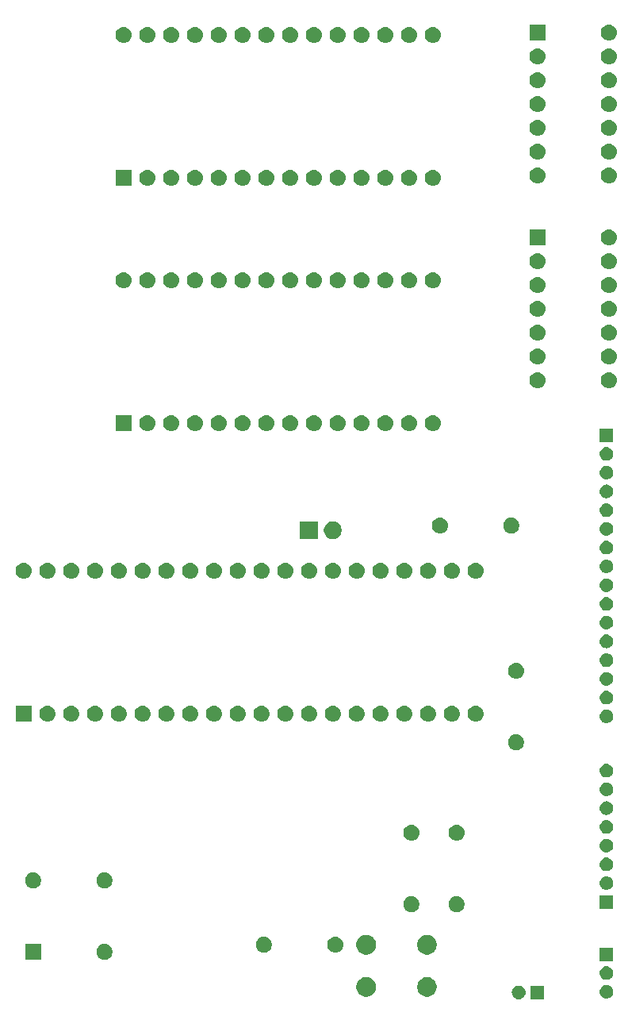
<source format=gbr>
G04 #@! TF.GenerationSoftware,KiCad,Pcbnew,5.1.4*
G04 #@! TF.CreationDate,2019-09-16T14:45:49+01:00*
G04 #@! TF.ProjectId,z802-3,7a383032-2d33-42e6-9b69-6361645f7063,rev?*
G04 #@! TF.SameCoordinates,Original*
G04 #@! TF.FileFunction,Soldermask,Bot*
G04 #@! TF.FilePolarity,Negative*
%FSLAX46Y46*%
G04 Gerber Fmt 4.6, Leading zero omitted, Abs format (unit mm)*
G04 Created by KiCad (PCBNEW 5.1.4) date 2019-09-16 14:45:49*
%MOMM*%
%LPD*%
G04 APERTURE LIST*
%ADD10C,0.100000*%
G04 APERTURE END LIST*
D10*
G36*
X155158000Y-179542000D02*
G01*
X153706000Y-179542000D01*
X153706000Y-178090000D01*
X155158000Y-178090000D01*
X155158000Y-179542000D01*
X155158000Y-179542000D01*
G37*
G36*
X152503213Y-178093502D02*
G01*
X152574321Y-178100505D01*
X152679746Y-178132486D01*
X152711175Y-178142020D01*
X152837294Y-178209432D01*
X152947843Y-178300157D01*
X153038568Y-178410706D01*
X153105980Y-178536825D01*
X153105981Y-178536828D01*
X153147495Y-178673679D01*
X153161512Y-178816000D01*
X153147495Y-178958321D01*
X153105981Y-179095172D01*
X153105980Y-179095175D01*
X153038568Y-179221294D01*
X152947843Y-179331843D01*
X152837294Y-179422568D01*
X152711175Y-179489980D01*
X152711172Y-179489981D01*
X152574321Y-179531495D01*
X152503213Y-179538498D01*
X152467660Y-179542000D01*
X152396340Y-179542000D01*
X152360787Y-179538498D01*
X152289679Y-179531495D01*
X152152828Y-179489981D01*
X152152825Y-179489980D01*
X152026706Y-179422568D01*
X151916157Y-179331843D01*
X151825432Y-179221294D01*
X151758020Y-179095175D01*
X151758019Y-179095172D01*
X151716505Y-178958321D01*
X151702488Y-178816000D01*
X151716505Y-178673679D01*
X151758019Y-178536828D01*
X151758020Y-178536825D01*
X151825432Y-178410706D01*
X151916157Y-178300157D01*
X152026706Y-178209432D01*
X152152825Y-178142020D01*
X152184254Y-178132486D01*
X152289679Y-178100505D01*
X152360787Y-178093502D01*
X152396340Y-178090000D01*
X152467660Y-178090000D01*
X152503213Y-178093502D01*
X152503213Y-178093502D01*
G37*
G36*
X161869213Y-178029502D02*
G01*
X161940321Y-178036505D01*
X162077172Y-178078019D01*
X162077175Y-178078020D01*
X162203294Y-178145432D01*
X162313843Y-178236157D01*
X162404568Y-178346706D01*
X162471980Y-178472825D01*
X162471981Y-178472828D01*
X162513495Y-178609679D01*
X162527512Y-178752000D01*
X162513495Y-178894321D01*
X162509960Y-178905973D01*
X162471980Y-179031175D01*
X162404568Y-179157294D01*
X162313843Y-179267843D01*
X162203294Y-179358568D01*
X162077175Y-179425980D01*
X162077172Y-179425981D01*
X161940321Y-179467495D01*
X161869213Y-179474498D01*
X161833660Y-179478000D01*
X161762340Y-179478000D01*
X161726787Y-179474498D01*
X161655679Y-179467495D01*
X161518828Y-179425981D01*
X161518825Y-179425980D01*
X161392706Y-179358568D01*
X161282157Y-179267843D01*
X161191432Y-179157294D01*
X161124020Y-179031175D01*
X161086040Y-178905973D01*
X161082505Y-178894321D01*
X161068488Y-178752000D01*
X161082505Y-178609679D01*
X161124019Y-178472828D01*
X161124020Y-178472825D01*
X161191432Y-178346706D01*
X161282157Y-178236157D01*
X161392706Y-178145432D01*
X161518825Y-178078020D01*
X161518828Y-178078019D01*
X161655679Y-178036505D01*
X161726787Y-178029502D01*
X161762340Y-178026000D01*
X161833660Y-178026000D01*
X161869213Y-178029502D01*
X161869213Y-178029502D01*
G37*
G36*
X142950564Y-177225389D02*
G01*
X143141833Y-177304615D01*
X143141835Y-177304616D01*
X143222578Y-177358567D01*
X143313973Y-177419635D01*
X143460365Y-177566027D01*
X143575385Y-177738167D01*
X143654611Y-177929436D01*
X143695000Y-178132484D01*
X143695000Y-178339516D01*
X143654611Y-178542564D01*
X143575385Y-178733833D01*
X143575384Y-178733835D01*
X143460365Y-178905973D01*
X143313973Y-179052365D01*
X143141835Y-179167384D01*
X143141834Y-179167385D01*
X143141833Y-179167385D01*
X142950564Y-179246611D01*
X142747516Y-179287000D01*
X142540484Y-179287000D01*
X142337436Y-179246611D01*
X142146167Y-179167385D01*
X142146166Y-179167385D01*
X142146165Y-179167384D01*
X141974027Y-179052365D01*
X141827635Y-178905973D01*
X141712616Y-178733835D01*
X141712615Y-178733833D01*
X141633389Y-178542564D01*
X141593000Y-178339516D01*
X141593000Y-178132484D01*
X141633389Y-177929436D01*
X141712615Y-177738167D01*
X141827635Y-177566027D01*
X141974027Y-177419635D01*
X142065422Y-177358567D01*
X142146165Y-177304616D01*
X142146167Y-177304615D01*
X142337436Y-177225389D01*
X142540484Y-177185000D01*
X142747516Y-177185000D01*
X142950564Y-177225389D01*
X142950564Y-177225389D01*
G37*
G36*
X136450564Y-177225389D02*
G01*
X136641833Y-177304615D01*
X136641835Y-177304616D01*
X136722578Y-177358567D01*
X136813973Y-177419635D01*
X136960365Y-177566027D01*
X137075385Y-177738167D01*
X137154611Y-177929436D01*
X137195000Y-178132484D01*
X137195000Y-178339516D01*
X137154611Y-178542564D01*
X137075385Y-178733833D01*
X137075384Y-178733835D01*
X136960365Y-178905973D01*
X136813973Y-179052365D01*
X136641835Y-179167384D01*
X136641834Y-179167385D01*
X136641833Y-179167385D01*
X136450564Y-179246611D01*
X136247516Y-179287000D01*
X136040484Y-179287000D01*
X135837436Y-179246611D01*
X135646167Y-179167385D01*
X135646166Y-179167385D01*
X135646165Y-179167384D01*
X135474027Y-179052365D01*
X135327635Y-178905973D01*
X135212616Y-178733835D01*
X135212615Y-178733833D01*
X135133389Y-178542564D01*
X135093000Y-178339516D01*
X135093000Y-178132484D01*
X135133389Y-177929436D01*
X135212615Y-177738167D01*
X135327635Y-177566027D01*
X135474027Y-177419635D01*
X135565422Y-177358567D01*
X135646165Y-177304616D01*
X135646167Y-177304615D01*
X135837436Y-177225389D01*
X136040484Y-177185000D01*
X136247516Y-177185000D01*
X136450564Y-177225389D01*
X136450564Y-177225389D01*
G37*
G36*
X161869213Y-176029502D02*
G01*
X161940321Y-176036505D01*
X162077172Y-176078019D01*
X162077175Y-176078020D01*
X162203294Y-176145432D01*
X162313843Y-176236157D01*
X162404568Y-176346706D01*
X162471980Y-176472825D01*
X162471981Y-176472828D01*
X162513495Y-176609679D01*
X162527512Y-176752000D01*
X162513495Y-176894321D01*
X162471981Y-177031172D01*
X162471980Y-177031175D01*
X162404568Y-177157294D01*
X162313843Y-177267843D01*
X162203294Y-177358568D01*
X162077175Y-177425980D01*
X162077172Y-177425981D01*
X161940321Y-177467495D01*
X161869213Y-177474498D01*
X161833660Y-177478000D01*
X161762340Y-177478000D01*
X161726787Y-177474498D01*
X161655679Y-177467495D01*
X161518828Y-177425981D01*
X161518825Y-177425980D01*
X161392706Y-177358568D01*
X161282157Y-177267843D01*
X161191432Y-177157294D01*
X161124020Y-177031175D01*
X161124019Y-177031172D01*
X161082505Y-176894321D01*
X161068488Y-176752000D01*
X161082505Y-176609679D01*
X161124019Y-176472828D01*
X161124020Y-176472825D01*
X161191432Y-176346706D01*
X161282157Y-176236157D01*
X161392706Y-176145432D01*
X161518825Y-176078020D01*
X161518828Y-176078019D01*
X161655679Y-176036505D01*
X161726787Y-176029502D01*
X161762340Y-176026000D01*
X161833660Y-176026000D01*
X161869213Y-176029502D01*
X161869213Y-176029502D01*
G37*
G36*
X162524000Y-175478000D02*
G01*
X161072000Y-175478000D01*
X161072000Y-174026000D01*
X162524000Y-174026000D01*
X162524000Y-175478000D01*
X162524000Y-175478000D01*
G37*
G36*
X108452228Y-173679703D02*
G01*
X108607100Y-173743853D01*
X108746481Y-173836985D01*
X108865015Y-173955519D01*
X108958147Y-174094900D01*
X109022297Y-174249772D01*
X109055000Y-174414184D01*
X109055000Y-174581816D01*
X109022297Y-174746228D01*
X108958147Y-174901100D01*
X108865015Y-175040481D01*
X108746481Y-175159015D01*
X108607100Y-175252147D01*
X108452228Y-175316297D01*
X108287816Y-175349000D01*
X108120184Y-175349000D01*
X107955772Y-175316297D01*
X107800900Y-175252147D01*
X107661519Y-175159015D01*
X107542985Y-175040481D01*
X107449853Y-174901100D01*
X107385703Y-174746228D01*
X107353000Y-174581816D01*
X107353000Y-174414184D01*
X107385703Y-174249772D01*
X107449853Y-174094900D01*
X107542985Y-173955519D01*
X107661519Y-173836985D01*
X107800900Y-173743853D01*
X107955772Y-173679703D01*
X108120184Y-173647000D01*
X108287816Y-173647000D01*
X108452228Y-173679703D01*
X108452228Y-173679703D01*
G37*
G36*
X101435000Y-175349000D02*
G01*
X99733000Y-175349000D01*
X99733000Y-173647000D01*
X101435000Y-173647000D01*
X101435000Y-175349000D01*
X101435000Y-175349000D01*
G37*
G36*
X142950564Y-172725389D02*
G01*
X143141833Y-172804615D01*
X143141835Y-172804616D01*
X143262138Y-172885000D01*
X143313973Y-172919635D01*
X143460365Y-173066027D01*
X143575385Y-173238167D01*
X143654611Y-173429436D01*
X143695000Y-173632484D01*
X143695000Y-173839516D01*
X143654611Y-174042564D01*
X143584811Y-174211076D01*
X143575384Y-174233835D01*
X143460365Y-174405973D01*
X143313973Y-174552365D01*
X143141835Y-174667384D01*
X143141834Y-174667385D01*
X143141833Y-174667385D01*
X142950564Y-174746611D01*
X142747516Y-174787000D01*
X142540484Y-174787000D01*
X142337436Y-174746611D01*
X142146167Y-174667385D01*
X142146166Y-174667385D01*
X142146165Y-174667384D01*
X141974027Y-174552365D01*
X141827635Y-174405973D01*
X141712616Y-174233835D01*
X141703189Y-174211076D01*
X141633389Y-174042564D01*
X141593000Y-173839516D01*
X141593000Y-173632484D01*
X141633389Y-173429436D01*
X141712615Y-173238167D01*
X141827635Y-173066027D01*
X141974027Y-172919635D01*
X142025862Y-172885000D01*
X142146165Y-172804616D01*
X142146167Y-172804615D01*
X142337436Y-172725389D01*
X142540484Y-172685000D01*
X142747516Y-172685000D01*
X142950564Y-172725389D01*
X142950564Y-172725389D01*
G37*
G36*
X136450564Y-172725389D02*
G01*
X136641833Y-172804615D01*
X136641835Y-172804616D01*
X136762138Y-172885000D01*
X136813973Y-172919635D01*
X136960365Y-173066027D01*
X137075385Y-173238167D01*
X137154611Y-173429436D01*
X137195000Y-173632484D01*
X137195000Y-173839516D01*
X137154611Y-174042564D01*
X137084811Y-174211076D01*
X137075384Y-174233835D01*
X136960365Y-174405973D01*
X136813973Y-174552365D01*
X136641835Y-174667384D01*
X136641834Y-174667385D01*
X136641833Y-174667385D01*
X136450564Y-174746611D01*
X136247516Y-174787000D01*
X136040484Y-174787000D01*
X135837436Y-174746611D01*
X135646167Y-174667385D01*
X135646166Y-174667385D01*
X135646165Y-174667384D01*
X135474027Y-174552365D01*
X135327635Y-174405973D01*
X135212616Y-174233835D01*
X135203189Y-174211076D01*
X135133389Y-174042564D01*
X135093000Y-173839516D01*
X135093000Y-173632484D01*
X135133389Y-173429436D01*
X135212615Y-173238167D01*
X135327635Y-173066027D01*
X135474027Y-172919635D01*
X135525862Y-172885000D01*
X135646165Y-172804616D01*
X135646167Y-172804615D01*
X135837436Y-172725389D01*
X136040484Y-172685000D01*
X136247516Y-172685000D01*
X136450564Y-172725389D01*
X136450564Y-172725389D01*
G37*
G36*
X125470228Y-172917703D02*
G01*
X125625100Y-172981853D01*
X125764481Y-173074985D01*
X125883015Y-173193519D01*
X125976147Y-173332900D01*
X126040297Y-173487772D01*
X126073000Y-173652184D01*
X126073000Y-173819816D01*
X126040297Y-173984228D01*
X125976147Y-174139100D01*
X125883015Y-174278481D01*
X125764481Y-174397015D01*
X125625100Y-174490147D01*
X125470228Y-174554297D01*
X125305816Y-174587000D01*
X125138184Y-174587000D01*
X124973772Y-174554297D01*
X124818900Y-174490147D01*
X124679519Y-174397015D01*
X124560985Y-174278481D01*
X124467853Y-174139100D01*
X124403703Y-173984228D01*
X124371000Y-173819816D01*
X124371000Y-173652184D01*
X124403703Y-173487772D01*
X124467853Y-173332900D01*
X124560985Y-173193519D01*
X124679519Y-173074985D01*
X124818900Y-172981853D01*
X124973772Y-172917703D01*
X125138184Y-172885000D01*
X125305816Y-172885000D01*
X125470228Y-172917703D01*
X125470228Y-172917703D01*
G37*
G36*
X133008823Y-172897313D02*
G01*
X133169242Y-172945976D01*
X133236361Y-172981852D01*
X133317078Y-173024996D01*
X133446659Y-173131341D01*
X133553004Y-173260922D01*
X133553005Y-173260924D01*
X133632024Y-173408758D01*
X133680687Y-173569177D01*
X133697117Y-173736000D01*
X133680687Y-173902823D01*
X133632024Y-174063242D01*
X133591477Y-174139100D01*
X133553004Y-174211078D01*
X133446659Y-174340659D01*
X133317078Y-174447004D01*
X133317076Y-174447005D01*
X133169242Y-174526024D01*
X133008823Y-174574687D01*
X132883804Y-174587000D01*
X132800196Y-174587000D01*
X132675177Y-174574687D01*
X132514758Y-174526024D01*
X132366924Y-174447005D01*
X132366922Y-174447004D01*
X132237341Y-174340659D01*
X132130996Y-174211078D01*
X132092523Y-174139100D01*
X132051976Y-174063242D01*
X132003313Y-173902823D01*
X131986883Y-173736000D01*
X132003313Y-173569177D01*
X132051976Y-173408758D01*
X132130995Y-173260924D01*
X132130996Y-173260922D01*
X132237341Y-173131341D01*
X132366922Y-173024996D01*
X132447639Y-172981852D01*
X132514758Y-172945976D01*
X132675177Y-172897313D01*
X132800196Y-172885000D01*
X132883804Y-172885000D01*
X133008823Y-172897313D01*
X133008823Y-172897313D01*
G37*
G36*
X141218228Y-168599703D02*
G01*
X141373100Y-168663853D01*
X141512481Y-168756985D01*
X141631015Y-168875519D01*
X141724147Y-169014900D01*
X141788297Y-169169772D01*
X141821000Y-169334184D01*
X141821000Y-169501816D01*
X141788297Y-169666228D01*
X141724147Y-169821100D01*
X141631015Y-169960481D01*
X141512481Y-170079015D01*
X141373100Y-170172147D01*
X141218228Y-170236297D01*
X141053816Y-170269000D01*
X140886184Y-170269000D01*
X140721772Y-170236297D01*
X140566900Y-170172147D01*
X140427519Y-170079015D01*
X140308985Y-169960481D01*
X140215853Y-169821100D01*
X140151703Y-169666228D01*
X140119000Y-169501816D01*
X140119000Y-169334184D01*
X140151703Y-169169772D01*
X140215853Y-169014900D01*
X140308985Y-168875519D01*
X140427519Y-168756985D01*
X140566900Y-168663853D01*
X140721772Y-168599703D01*
X140886184Y-168567000D01*
X141053816Y-168567000D01*
X141218228Y-168599703D01*
X141218228Y-168599703D01*
G37*
G36*
X146044228Y-168599703D02*
G01*
X146199100Y-168663853D01*
X146338481Y-168756985D01*
X146457015Y-168875519D01*
X146550147Y-169014900D01*
X146614297Y-169169772D01*
X146647000Y-169334184D01*
X146647000Y-169501816D01*
X146614297Y-169666228D01*
X146550147Y-169821100D01*
X146457015Y-169960481D01*
X146338481Y-170079015D01*
X146199100Y-170172147D01*
X146044228Y-170236297D01*
X145879816Y-170269000D01*
X145712184Y-170269000D01*
X145547772Y-170236297D01*
X145392900Y-170172147D01*
X145253519Y-170079015D01*
X145134985Y-169960481D01*
X145041853Y-169821100D01*
X144977703Y-169666228D01*
X144945000Y-169501816D01*
X144945000Y-169334184D01*
X144977703Y-169169772D01*
X145041853Y-169014900D01*
X145134985Y-168875519D01*
X145253519Y-168756985D01*
X145392900Y-168663853D01*
X145547772Y-168599703D01*
X145712184Y-168567000D01*
X145879816Y-168567000D01*
X146044228Y-168599703D01*
X146044228Y-168599703D01*
G37*
G36*
X162524000Y-169890000D02*
G01*
X161072000Y-169890000D01*
X161072000Y-168438000D01*
X162524000Y-168438000D01*
X162524000Y-169890000D01*
X162524000Y-169890000D01*
G37*
G36*
X161869213Y-166441502D02*
G01*
X161940321Y-166448505D01*
X162077172Y-166490019D01*
X162077175Y-166490020D01*
X162203294Y-166557432D01*
X162313843Y-166648157D01*
X162404568Y-166758706D01*
X162471980Y-166884825D01*
X162471981Y-166884828D01*
X162513495Y-167021679D01*
X162527512Y-167164000D01*
X162513495Y-167306321D01*
X162478864Y-167420481D01*
X162471980Y-167443175D01*
X162404568Y-167569294D01*
X162313843Y-167679843D01*
X162203294Y-167770568D01*
X162077175Y-167837980D01*
X162077172Y-167837981D01*
X161940321Y-167879495D01*
X161869213Y-167886498D01*
X161833660Y-167890000D01*
X161762340Y-167890000D01*
X161726787Y-167886498D01*
X161655679Y-167879495D01*
X161518828Y-167837981D01*
X161518825Y-167837980D01*
X161392706Y-167770568D01*
X161282157Y-167679843D01*
X161191432Y-167569294D01*
X161124020Y-167443175D01*
X161117136Y-167420481D01*
X161082505Y-167306321D01*
X161068488Y-167164000D01*
X161082505Y-167021679D01*
X161124019Y-166884828D01*
X161124020Y-166884825D01*
X161191432Y-166758706D01*
X161282157Y-166648157D01*
X161392706Y-166557432D01*
X161518825Y-166490020D01*
X161518828Y-166490019D01*
X161655679Y-166448505D01*
X161726787Y-166441502D01*
X161762340Y-166438000D01*
X161833660Y-166438000D01*
X161869213Y-166441502D01*
X161869213Y-166441502D01*
G37*
G36*
X100832228Y-166059703D02*
G01*
X100987100Y-166123853D01*
X101126481Y-166216985D01*
X101245015Y-166335519D01*
X101338147Y-166474900D01*
X101402297Y-166629772D01*
X101435000Y-166794184D01*
X101435000Y-166961816D01*
X101402297Y-167126228D01*
X101338147Y-167281100D01*
X101245015Y-167420481D01*
X101126481Y-167539015D01*
X100987100Y-167632147D01*
X100832228Y-167696297D01*
X100667816Y-167729000D01*
X100500184Y-167729000D01*
X100335772Y-167696297D01*
X100180900Y-167632147D01*
X100041519Y-167539015D01*
X99922985Y-167420481D01*
X99829853Y-167281100D01*
X99765703Y-167126228D01*
X99733000Y-166961816D01*
X99733000Y-166794184D01*
X99765703Y-166629772D01*
X99829853Y-166474900D01*
X99922985Y-166335519D01*
X100041519Y-166216985D01*
X100180900Y-166123853D01*
X100335772Y-166059703D01*
X100500184Y-166027000D01*
X100667816Y-166027000D01*
X100832228Y-166059703D01*
X100832228Y-166059703D01*
G37*
G36*
X108452228Y-166059703D02*
G01*
X108607100Y-166123853D01*
X108746481Y-166216985D01*
X108865015Y-166335519D01*
X108958147Y-166474900D01*
X109022297Y-166629772D01*
X109055000Y-166794184D01*
X109055000Y-166961816D01*
X109022297Y-167126228D01*
X108958147Y-167281100D01*
X108865015Y-167420481D01*
X108746481Y-167539015D01*
X108607100Y-167632147D01*
X108452228Y-167696297D01*
X108287816Y-167729000D01*
X108120184Y-167729000D01*
X107955772Y-167696297D01*
X107800900Y-167632147D01*
X107661519Y-167539015D01*
X107542985Y-167420481D01*
X107449853Y-167281100D01*
X107385703Y-167126228D01*
X107353000Y-166961816D01*
X107353000Y-166794184D01*
X107385703Y-166629772D01*
X107449853Y-166474900D01*
X107542985Y-166335519D01*
X107661519Y-166216985D01*
X107800900Y-166123853D01*
X107955772Y-166059703D01*
X108120184Y-166027000D01*
X108287816Y-166027000D01*
X108452228Y-166059703D01*
X108452228Y-166059703D01*
G37*
G36*
X161869213Y-164441502D02*
G01*
X161940321Y-164448505D01*
X162077172Y-164490019D01*
X162077175Y-164490020D01*
X162203294Y-164557432D01*
X162313843Y-164648157D01*
X162404568Y-164758706D01*
X162471980Y-164884825D01*
X162471981Y-164884828D01*
X162513495Y-165021679D01*
X162527512Y-165164000D01*
X162513495Y-165306321D01*
X162471981Y-165443172D01*
X162471980Y-165443175D01*
X162404568Y-165569294D01*
X162313843Y-165679843D01*
X162203294Y-165770568D01*
X162077175Y-165837980D01*
X162077172Y-165837981D01*
X161940321Y-165879495D01*
X161869213Y-165886498D01*
X161833660Y-165890000D01*
X161762340Y-165890000D01*
X161726787Y-165886498D01*
X161655679Y-165879495D01*
X161518828Y-165837981D01*
X161518825Y-165837980D01*
X161392706Y-165770568D01*
X161282157Y-165679843D01*
X161191432Y-165569294D01*
X161124020Y-165443175D01*
X161124019Y-165443172D01*
X161082505Y-165306321D01*
X161068488Y-165164000D01*
X161082505Y-165021679D01*
X161124019Y-164884828D01*
X161124020Y-164884825D01*
X161191432Y-164758706D01*
X161282157Y-164648157D01*
X161392706Y-164557432D01*
X161518825Y-164490020D01*
X161518828Y-164490019D01*
X161655679Y-164448505D01*
X161726787Y-164441502D01*
X161762340Y-164438000D01*
X161833660Y-164438000D01*
X161869213Y-164441502D01*
X161869213Y-164441502D01*
G37*
G36*
X161869213Y-162441502D02*
G01*
X161940321Y-162448505D01*
X162077172Y-162490019D01*
X162077175Y-162490020D01*
X162203294Y-162557432D01*
X162313843Y-162648157D01*
X162404568Y-162758706D01*
X162471980Y-162884825D01*
X162471981Y-162884828D01*
X162513495Y-163021679D01*
X162527512Y-163164000D01*
X162513495Y-163306321D01*
X162471981Y-163443172D01*
X162471980Y-163443175D01*
X162404568Y-163569294D01*
X162313843Y-163679843D01*
X162203294Y-163770568D01*
X162077175Y-163837980D01*
X162077172Y-163837981D01*
X161940321Y-163879495D01*
X161869213Y-163886498D01*
X161833660Y-163890000D01*
X161762340Y-163890000D01*
X161726787Y-163886498D01*
X161655679Y-163879495D01*
X161518828Y-163837981D01*
X161518825Y-163837980D01*
X161392706Y-163770568D01*
X161282157Y-163679843D01*
X161191432Y-163569294D01*
X161124020Y-163443175D01*
X161124019Y-163443172D01*
X161082505Y-163306321D01*
X161068488Y-163164000D01*
X161082505Y-163021679D01*
X161124019Y-162884828D01*
X161124020Y-162884825D01*
X161191432Y-162758706D01*
X161282157Y-162648157D01*
X161392706Y-162557432D01*
X161518825Y-162490020D01*
X161518828Y-162490019D01*
X161655679Y-162448505D01*
X161726787Y-162441502D01*
X161762340Y-162438000D01*
X161833660Y-162438000D01*
X161869213Y-162441502D01*
X161869213Y-162441502D01*
G37*
G36*
X145962823Y-160959313D02*
G01*
X146123242Y-161007976D01*
X146255906Y-161078886D01*
X146271078Y-161086996D01*
X146400659Y-161193341D01*
X146507004Y-161322922D01*
X146507005Y-161322924D01*
X146586024Y-161470758D01*
X146634687Y-161631177D01*
X146651117Y-161798000D01*
X146634687Y-161964823D01*
X146586024Y-162125242D01*
X146515114Y-162257906D01*
X146507004Y-162273078D01*
X146400659Y-162402659D01*
X146271078Y-162509004D01*
X146271076Y-162509005D01*
X146123242Y-162588024D01*
X145962823Y-162636687D01*
X145837804Y-162649000D01*
X145754196Y-162649000D01*
X145629177Y-162636687D01*
X145468758Y-162588024D01*
X145320924Y-162509005D01*
X145320922Y-162509004D01*
X145191341Y-162402659D01*
X145084996Y-162273078D01*
X145076886Y-162257906D01*
X145005976Y-162125242D01*
X144957313Y-161964823D01*
X144940883Y-161798000D01*
X144957313Y-161631177D01*
X145005976Y-161470758D01*
X145084995Y-161322924D01*
X145084996Y-161322922D01*
X145191341Y-161193341D01*
X145320922Y-161086996D01*
X145336094Y-161078886D01*
X145468758Y-161007976D01*
X145629177Y-160959313D01*
X145754196Y-160947000D01*
X145837804Y-160947000D01*
X145962823Y-160959313D01*
X145962823Y-160959313D01*
G37*
G36*
X141136823Y-160959313D02*
G01*
X141297242Y-161007976D01*
X141429906Y-161078886D01*
X141445078Y-161086996D01*
X141574659Y-161193341D01*
X141681004Y-161322922D01*
X141681005Y-161322924D01*
X141760024Y-161470758D01*
X141808687Y-161631177D01*
X141825117Y-161798000D01*
X141808687Y-161964823D01*
X141760024Y-162125242D01*
X141689114Y-162257906D01*
X141681004Y-162273078D01*
X141574659Y-162402659D01*
X141445078Y-162509004D01*
X141445076Y-162509005D01*
X141297242Y-162588024D01*
X141136823Y-162636687D01*
X141011804Y-162649000D01*
X140928196Y-162649000D01*
X140803177Y-162636687D01*
X140642758Y-162588024D01*
X140494924Y-162509005D01*
X140494922Y-162509004D01*
X140365341Y-162402659D01*
X140258996Y-162273078D01*
X140250886Y-162257906D01*
X140179976Y-162125242D01*
X140131313Y-161964823D01*
X140114883Y-161798000D01*
X140131313Y-161631177D01*
X140179976Y-161470758D01*
X140258995Y-161322924D01*
X140258996Y-161322922D01*
X140365341Y-161193341D01*
X140494922Y-161086996D01*
X140510094Y-161078886D01*
X140642758Y-161007976D01*
X140803177Y-160959313D01*
X140928196Y-160947000D01*
X141011804Y-160947000D01*
X141136823Y-160959313D01*
X141136823Y-160959313D01*
G37*
G36*
X161869213Y-160441502D02*
G01*
X161940321Y-160448505D01*
X162077172Y-160490019D01*
X162077175Y-160490020D01*
X162203294Y-160557432D01*
X162313843Y-160648157D01*
X162404568Y-160758706D01*
X162471980Y-160884825D01*
X162471981Y-160884828D01*
X162513495Y-161021679D01*
X162527512Y-161164000D01*
X162513495Y-161306321D01*
X162508459Y-161322922D01*
X162471980Y-161443175D01*
X162404568Y-161569294D01*
X162313843Y-161679843D01*
X162203294Y-161770568D01*
X162077175Y-161837980D01*
X162077172Y-161837981D01*
X161940321Y-161879495D01*
X161869213Y-161886498D01*
X161833660Y-161890000D01*
X161762340Y-161890000D01*
X161726787Y-161886498D01*
X161655679Y-161879495D01*
X161518828Y-161837981D01*
X161518825Y-161837980D01*
X161392706Y-161770568D01*
X161282157Y-161679843D01*
X161191432Y-161569294D01*
X161124020Y-161443175D01*
X161087541Y-161322922D01*
X161082505Y-161306321D01*
X161068488Y-161164000D01*
X161082505Y-161021679D01*
X161124019Y-160884828D01*
X161124020Y-160884825D01*
X161191432Y-160758706D01*
X161282157Y-160648157D01*
X161392706Y-160557432D01*
X161518825Y-160490020D01*
X161518828Y-160490019D01*
X161655679Y-160448505D01*
X161726787Y-160441502D01*
X161762340Y-160438000D01*
X161833660Y-160438000D01*
X161869213Y-160441502D01*
X161869213Y-160441502D01*
G37*
G36*
X161869213Y-158441502D02*
G01*
X161940321Y-158448505D01*
X162077172Y-158490019D01*
X162077175Y-158490020D01*
X162203294Y-158557432D01*
X162313843Y-158648157D01*
X162404568Y-158758706D01*
X162471980Y-158884825D01*
X162471981Y-158884828D01*
X162513495Y-159021679D01*
X162527512Y-159164000D01*
X162513495Y-159306321D01*
X162471981Y-159443172D01*
X162471980Y-159443175D01*
X162404568Y-159569294D01*
X162313843Y-159679843D01*
X162203294Y-159770568D01*
X162077175Y-159837980D01*
X162077172Y-159837981D01*
X161940321Y-159879495D01*
X161869213Y-159886498D01*
X161833660Y-159890000D01*
X161762340Y-159890000D01*
X161726787Y-159886498D01*
X161655679Y-159879495D01*
X161518828Y-159837981D01*
X161518825Y-159837980D01*
X161392706Y-159770568D01*
X161282157Y-159679843D01*
X161191432Y-159569294D01*
X161124020Y-159443175D01*
X161124019Y-159443172D01*
X161082505Y-159306321D01*
X161068488Y-159164000D01*
X161082505Y-159021679D01*
X161124019Y-158884828D01*
X161124020Y-158884825D01*
X161191432Y-158758706D01*
X161282157Y-158648157D01*
X161392706Y-158557432D01*
X161518825Y-158490020D01*
X161518828Y-158490019D01*
X161655679Y-158448505D01*
X161726787Y-158441502D01*
X161762340Y-158438000D01*
X161833660Y-158438000D01*
X161869213Y-158441502D01*
X161869213Y-158441502D01*
G37*
G36*
X161869213Y-156441502D02*
G01*
X161940321Y-156448505D01*
X162077172Y-156490019D01*
X162077175Y-156490020D01*
X162203294Y-156557432D01*
X162313843Y-156648157D01*
X162404568Y-156758706D01*
X162471980Y-156884825D01*
X162471981Y-156884828D01*
X162513495Y-157021679D01*
X162527512Y-157164000D01*
X162513495Y-157306321D01*
X162471981Y-157443172D01*
X162471980Y-157443175D01*
X162404568Y-157569294D01*
X162313843Y-157679843D01*
X162203294Y-157770568D01*
X162077175Y-157837980D01*
X162077172Y-157837981D01*
X161940321Y-157879495D01*
X161869213Y-157886498D01*
X161833660Y-157890000D01*
X161762340Y-157890000D01*
X161726787Y-157886498D01*
X161655679Y-157879495D01*
X161518828Y-157837981D01*
X161518825Y-157837980D01*
X161392706Y-157770568D01*
X161282157Y-157679843D01*
X161191432Y-157569294D01*
X161124020Y-157443175D01*
X161124019Y-157443172D01*
X161082505Y-157306321D01*
X161068488Y-157164000D01*
X161082505Y-157021679D01*
X161124019Y-156884828D01*
X161124020Y-156884825D01*
X161191432Y-156758706D01*
X161282157Y-156648157D01*
X161392706Y-156557432D01*
X161518825Y-156490020D01*
X161518828Y-156490019D01*
X161655679Y-156448505D01*
X161726787Y-156441502D01*
X161762340Y-156438000D01*
X161833660Y-156438000D01*
X161869213Y-156441502D01*
X161869213Y-156441502D01*
G37*
G36*
X161869213Y-154441502D02*
G01*
X161940321Y-154448505D01*
X162077172Y-154490019D01*
X162077175Y-154490020D01*
X162203294Y-154557432D01*
X162313843Y-154648157D01*
X162404568Y-154758706D01*
X162471980Y-154884825D01*
X162471981Y-154884828D01*
X162513495Y-155021679D01*
X162527512Y-155164000D01*
X162513495Y-155306321D01*
X162471981Y-155443172D01*
X162471980Y-155443175D01*
X162404568Y-155569294D01*
X162313843Y-155679843D01*
X162203294Y-155770568D01*
X162077175Y-155837980D01*
X162077172Y-155837981D01*
X161940321Y-155879495D01*
X161869213Y-155886498D01*
X161833660Y-155890000D01*
X161762340Y-155890000D01*
X161726787Y-155886498D01*
X161655679Y-155879495D01*
X161518828Y-155837981D01*
X161518825Y-155837980D01*
X161392706Y-155770568D01*
X161282157Y-155679843D01*
X161191432Y-155569294D01*
X161124020Y-155443175D01*
X161124019Y-155443172D01*
X161082505Y-155306321D01*
X161068488Y-155164000D01*
X161082505Y-155021679D01*
X161124019Y-154884828D01*
X161124020Y-154884825D01*
X161191432Y-154758706D01*
X161282157Y-154648157D01*
X161392706Y-154557432D01*
X161518825Y-154490020D01*
X161518828Y-154490019D01*
X161655679Y-154448505D01*
X161726787Y-154441502D01*
X161762340Y-154438000D01*
X161833660Y-154438000D01*
X161869213Y-154441502D01*
X161869213Y-154441502D01*
G37*
G36*
X152394228Y-151327703D02*
G01*
X152549100Y-151391853D01*
X152688481Y-151484985D01*
X152807015Y-151603519D01*
X152900147Y-151742900D01*
X152964297Y-151897772D01*
X152997000Y-152062184D01*
X152997000Y-152229816D01*
X152964297Y-152394228D01*
X152900147Y-152549100D01*
X152807015Y-152688481D01*
X152688481Y-152807015D01*
X152549100Y-152900147D01*
X152394228Y-152964297D01*
X152229816Y-152997000D01*
X152062184Y-152997000D01*
X151897772Y-152964297D01*
X151742900Y-152900147D01*
X151603519Y-152807015D01*
X151484985Y-152688481D01*
X151391853Y-152549100D01*
X151327703Y-152394228D01*
X151295000Y-152229816D01*
X151295000Y-152062184D01*
X151327703Y-151897772D01*
X151391853Y-151742900D01*
X151484985Y-151603519D01*
X151603519Y-151484985D01*
X151742900Y-151391853D01*
X151897772Y-151327703D01*
X152062184Y-151295000D01*
X152229816Y-151295000D01*
X152394228Y-151327703D01*
X152394228Y-151327703D01*
G37*
G36*
X161869213Y-148657502D02*
G01*
X161940321Y-148664505D01*
X162077172Y-148706019D01*
X162077175Y-148706020D01*
X162203294Y-148773432D01*
X162313843Y-148864157D01*
X162404568Y-148974706D01*
X162471980Y-149100825D01*
X162471981Y-149100828D01*
X162513495Y-149237679D01*
X162527512Y-149380000D01*
X162513495Y-149522321D01*
X162471981Y-149659172D01*
X162471980Y-149659175D01*
X162404568Y-149785294D01*
X162313843Y-149895843D01*
X162203294Y-149986568D01*
X162077175Y-150053980D01*
X162077172Y-150053981D01*
X161940321Y-150095495D01*
X161869213Y-150102498D01*
X161833660Y-150106000D01*
X161762340Y-150106000D01*
X161726787Y-150102498D01*
X161655679Y-150095495D01*
X161518828Y-150053981D01*
X161518825Y-150053980D01*
X161392706Y-149986568D01*
X161282157Y-149895843D01*
X161191432Y-149785294D01*
X161124020Y-149659175D01*
X161124019Y-149659172D01*
X161082505Y-149522321D01*
X161068488Y-149380000D01*
X161082505Y-149237679D01*
X161124019Y-149100828D01*
X161124020Y-149100825D01*
X161191432Y-148974706D01*
X161282157Y-148864157D01*
X161392706Y-148773432D01*
X161518825Y-148706020D01*
X161518828Y-148706019D01*
X161655679Y-148664505D01*
X161726787Y-148657502D01*
X161762340Y-148654000D01*
X161833660Y-148654000D01*
X161869213Y-148657502D01*
X161869213Y-148657502D01*
G37*
G36*
X125134823Y-148259313D02*
G01*
X125295242Y-148307976D01*
X125427906Y-148378886D01*
X125443078Y-148386996D01*
X125572659Y-148493341D01*
X125679004Y-148622922D01*
X125679005Y-148622924D01*
X125758024Y-148770758D01*
X125758025Y-148770761D01*
X125767083Y-148800620D01*
X125806687Y-148931177D01*
X125823117Y-149098000D01*
X125806687Y-149264823D01*
X125758024Y-149425242D01*
X125706135Y-149522319D01*
X125679004Y-149573078D01*
X125572659Y-149702659D01*
X125443078Y-149809004D01*
X125443076Y-149809005D01*
X125295242Y-149888024D01*
X125134823Y-149936687D01*
X125009804Y-149949000D01*
X124926196Y-149949000D01*
X124801177Y-149936687D01*
X124640758Y-149888024D01*
X124492924Y-149809005D01*
X124492922Y-149809004D01*
X124363341Y-149702659D01*
X124256996Y-149573078D01*
X124229865Y-149522319D01*
X124177976Y-149425242D01*
X124129313Y-149264823D01*
X124112883Y-149098000D01*
X124129313Y-148931177D01*
X124168917Y-148800620D01*
X124177975Y-148770761D01*
X124177976Y-148770758D01*
X124256995Y-148622924D01*
X124256996Y-148622922D01*
X124363341Y-148493341D01*
X124492922Y-148386996D01*
X124508094Y-148378886D01*
X124640758Y-148307976D01*
X124801177Y-148259313D01*
X124926196Y-148247000D01*
X125009804Y-148247000D01*
X125134823Y-148259313D01*
X125134823Y-148259313D01*
G37*
G36*
X122594823Y-148259313D02*
G01*
X122755242Y-148307976D01*
X122887906Y-148378886D01*
X122903078Y-148386996D01*
X123032659Y-148493341D01*
X123139004Y-148622922D01*
X123139005Y-148622924D01*
X123218024Y-148770758D01*
X123218025Y-148770761D01*
X123227083Y-148800620D01*
X123266687Y-148931177D01*
X123283117Y-149098000D01*
X123266687Y-149264823D01*
X123218024Y-149425242D01*
X123166135Y-149522319D01*
X123139004Y-149573078D01*
X123032659Y-149702659D01*
X122903078Y-149809004D01*
X122903076Y-149809005D01*
X122755242Y-149888024D01*
X122594823Y-149936687D01*
X122469804Y-149949000D01*
X122386196Y-149949000D01*
X122261177Y-149936687D01*
X122100758Y-149888024D01*
X121952924Y-149809005D01*
X121952922Y-149809004D01*
X121823341Y-149702659D01*
X121716996Y-149573078D01*
X121689865Y-149522319D01*
X121637976Y-149425242D01*
X121589313Y-149264823D01*
X121572883Y-149098000D01*
X121589313Y-148931177D01*
X121628917Y-148800620D01*
X121637975Y-148770761D01*
X121637976Y-148770758D01*
X121716995Y-148622924D01*
X121716996Y-148622922D01*
X121823341Y-148493341D01*
X121952922Y-148386996D01*
X121968094Y-148378886D01*
X122100758Y-148307976D01*
X122261177Y-148259313D01*
X122386196Y-148247000D01*
X122469804Y-148247000D01*
X122594823Y-148259313D01*
X122594823Y-148259313D01*
G37*
G36*
X120054823Y-148259313D02*
G01*
X120215242Y-148307976D01*
X120347906Y-148378886D01*
X120363078Y-148386996D01*
X120492659Y-148493341D01*
X120599004Y-148622922D01*
X120599005Y-148622924D01*
X120678024Y-148770758D01*
X120678025Y-148770761D01*
X120687083Y-148800620D01*
X120726687Y-148931177D01*
X120743117Y-149098000D01*
X120726687Y-149264823D01*
X120678024Y-149425242D01*
X120626135Y-149522319D01*
X120599004Y-149573078D01*
X120492659Y-149702659D01*
X120363078Y-149809004D01*
X120363076Y-149809005D01*
X120215242Y-149888024D01*
X120054823Y-149936687D01*
X119929804Y-149949000D01*
X119846196Y-149949000D01*
X119721177Y-149936687D01*
X119560758Y-149888024D01*
X119412924Y-149809005D01*
X119412922Y-149809004D01*
X119283341Y-149702659D01*
X119176996Y-149573078D01*
X119149865Y-149522319D01*
X119097976Y-149425242D01*
X119049313Y-149264823D01*
X119032883Y-149098000D01*
X119049313Y-148931177D01*
X119088917Y-148800620D01*
X119097975Y-148770761D01*
X119097976Y-148770758D01*
X119176995Y-148622924D01*
X119176996Y-148622922D01*
X119283341Y-148493341D01*
X119412922Y-148386996D01*
X119428094Y-148378886D01*
X119560758Y-148307976D01*
X119721177Y-148259313D01*
X119846196Y-148247000D01*
X119929804Y-148247000D01*
X120054823Y-148259313D01*
X120054823Y-148259313D01*
G37*
G36*
X114974823Y-148259313D02*
G01*
X115135242Y-148307976D01*
X115267906Y-148378886D01*
X115283078Y-148386996D01*
X115412659Y-148493341D01*
X115519004Y-148622922D01*
X115519005Y-148622924D01*
X115598024Y-148770758D01*
X115598025Y-148770761D01*
X115607083Y-148800620D01*
X115646687Y-148931177D01*
X115663117Y-149098000D01*
X115646687Y-149264823D01*
X115598024Y-149425242D01*
X115546135Y-149522319D01*
X115519004Y-149573078D01*
X115412659Y-149702659D01*
X115283078Y-149809004D01*
X115283076Y-149809005D01*
X115135242Y-149888024D01*
X114974823Y-149936687D01*
X114849804Y-149949000D01*
X114766196Y-149949000D01*
X114641177Y-149936687D01*
X114480758Y-149888024D01*
X114332924Y-149809005D01*
X114332922Y-149809004D01*
X114203341Y-149702659D01*
X114096996Y-149573078D01*
X114069865Y-149522319D01*
X114017976Y-149425242D01*
X113969313Y-149264823D01*
X113952883Y-149098000D01*
X113969313Y-148931177D01*
X114008917Y-148800620D01*
X114017975Y-148770761D01*
X114017976Y-148770758D01*
X114096995Y-148622924D01*
X114096996Y-148622922D01*
X114203341Y-148493341D01*
X114332922Y-148386996D01*
X114348094Y-148378886D01*
X114480758Y-148307976D01*
X114641177Y-148259313D01*
X114766196Y-148247000D01*
X114849804Y-148247000D01*
X114974823Y-148259313D01*
X114974823Y-148259313D01*
G37*
G36*
X112434823Y-148259313D02*
G01*
X112595242Y-148307976D01*
X112727906Y-148378886D01*
X112743078Y-148386996D01*
X112872659Y-148493341D01*
X112979004Y-148622922D01*
X112979005Y-148622924D01*
X113058024Y-148770758D01*
X113058025Y-148770761D01*
X113067083Y-148800620D01*
X113106687Y-148931177D01*
X113123117Y-149098000D01*
X113106687Y-149264823D01*
X113058024Y-149425242D01*
X113006135Y-149522319D01*
X112979004Y-149573078D01*
X112872659Y-149702659D01*
X112743078Y-149809004D01*
X112743076Y-149809005D01*
X112595242Y-149888024D01*
X112434823Y-149936687D01*
X112309804Y-149949000D01*
X112226196Y-149949000D01*
X112101177Y-149936687D01*
X111940758Y-149888024D01*
X111792924Y-149809005D01*
X111792922Y-149809004D01*
X111663341Y-149702659D01*
X111556996Y-149573078D01*
X111529865Y-149522319D01*
X111477976Y-149425242D01*
X111429313Y-149264823D01*
X111412883Y-149098000D01*
X111429313Y-148931177D01*
X111468917Y-148800620D01*
X111477975Y-148770761D01*
X111477976Y-148770758D01*
X111556995Y-148622924D01*
X111556996Y-148622922D01*
X111663341Y-148493341D01*
X111792922Y-148386996D01*
X111808094Y-148378886D01*
X111940758Y-148307976D01*
X112101177Y-148259313D01*
X112226196Y-148247000D01*
X112309804Y-148247000D01*
X112434823Y-148259313D01*
X112434823Y-148259313D01*
G37*
G36*
X109894823Y-148259313D02*
G01*
X110055242Y-148307976D01*
X110187906Y-148378886D01*
X110203078Y-148386996D01*
X110332659Y-148493341D01*
X110439004Y-148622922D01*
X110439005Y-148622924D01*
X110518024Y-148770758D01*
X110518025Y-148770761D01*
X110527083Y-148800620D01*
X110566687Y-148931177D01*
X110583117Y-149098000D01*
X110566687Y-149264823D01*
X110518024Y-149425242D01*
X110466135Y-149522319D01*
X110439004Y-149573078D01*
X110332659Y-149702659D01*
X110203078Y-149809004D01*
X110203076Y-149809005D01*
X110055242Y-149888024D01*
X109894823Y-149936687D01*
X109769804Y-149949000D01*
X109686196Y-149949000D01*
X109561177Y-149936687D01*
X109400758Y-149888024D01*
X109252924Y-149809005D01*
X109252922Y-149809004D01*
X109123341Y-149702659D01*
X109016996Y-149573078D01*
X108989865Y-149522319D01*
X108937976Y-149425242D01*
X108889313Y-149264823D01*
X108872883Y-149098000D01*
X108889313Y-148931177D01*
X108928917Y-148800620D01*
X108937975Y-148770761D01*
X108937976Y-148770758D01*
X109016995Y-148622924D01*
X109016996Y-148622922D01*
X109123341Y-148493341D01*
X109252922Y-148386996D01*
X109268094Y-148378886D01*
X109400758Y-148307976D01*
X109561177Y-148259313D01*
X109686196Y-148247000D01*
X109769804Y-148247000D01*
X109894823Y-148259313D01*
X109894823Y-148259313D01*
G37*
G36*
X107354823Y-148259313D02*
G01*
X107515242Y-148307976D01*
X107647906Y-148378886D01*
X107663078Y-148386996D01*
X107792659Y-148493341D01*
X107899004Y-148622922D01*
X107899005Y-148622924D01*
X107978024Y-148770758D01*
X107978025Y-148770761D01*
X107987083Y-148800620D01*
X108026687Y-148931177D01*
X108043117Y-149098000D01*
X108026687Y-149264823D01*
X107978024Y-149425242D01*
X107926135Y-149522319D01*
X107899004Y-149573078D01*
X107792659Y-149702659D01*
X107663078Y-149809004D01*
X107663076Y-149809005D01*
X107515242Y-149888024D01*
X107354823Y-149936687D01*
X107229804Y-149949000D01*
X107146196Y-149949000D01*
X107021177Y-149936687D01*
X106860758Y-149888024D01*
X106712924Y-149809005D01*
X106712922Y-149809004D01*
X106583341Y-149702659D01*
X106476996Y-149573078D01*
X106449865Y-149522319D01*
X106397976Y-149425242D01*
X106349313Y-149264823D01*
X106332883Y-149098000D01*
X106349313Y-148931177D01*
X106388917Y-148800620D01*
X106397975Y-148770761D01*
X106397976Y-148770758D01*
X106476995Y-148622924D01*
X106476996Y-148622922D01*
X106583341Y-148493341D01*
X106712922Y-148386996D01*
X106728094Y-148378886D01*
X106860758Y-148307976D01*
X107021177Y-148259313D01*
X107146196Y-148247000D01*
X107229804Y-148247000D01*
X107354823Y-148259313D01*
X107354823Y-148259313D01*
G37*
G36*
X104814823Y-148259313D02*
G01*
X104975242Y-148307976D01*
X105107906Y-148378886D01*
X105123078Y-148386996D01*
X105252659Y-148493341D01*
X105359004Y-148622922D01*
X105359005Y-148622924D01*
X105438024Y-148770758D01*
X105438025Y-148770761D01*
X105447083Y-148800620D01*
X105486687Y-148931177D01*
X105503117Y-149098000D01*
X105486687Y-149264823D01*
X105438024Y-149425242D01*
X105386135Y-149522319D01*
X105359004Y-149573078D01*
X105252659Y-149702659D01*
X105123078Y-149809004D01*
X105123076Y-149809005D01*
X104975242Y-149888024D01*
X104814823Y-149936687D01*
X104689804Y-149949000D01*
X104606196Y-149949000D01*
X104481177Y-149936687D01*
X104320758Y-149888024D01*
X104172924Y-149809005D01*
X104172922Y-149809004D01*
X104043341Y-149702659D01*
X103936996Y-149573078D01*
X103909865Y-149522319D01*
X103857976Y-149425242D01*
X103809313Y-149264823D01*
X103792883Y-149098000D01*
X103809313Y-148931177D01*
X103848917Y-148800620D01*
X103857975Y-148770761D01*
X103857976Y-148770758D01*
X103936995Y-148622924D01*
X103936996Y-148622922D01*
X104043341Y-148493341D01*
X104172922Y-148386996D01*
X104188094Y-148378886D01*
X104320758Y-148307976D01*
X104481177Y-148259313D01*
X104606196Y-148247000D01*
X104689804Y-148247000D01*
X104814823Y-148259313D01*
X104814823Y-148259313D01*
G37*
G36*
X102274823Y-148259313D02*
G01*
X102435242Y-148307976D01*
X102567906Y-148378886D01*
X102583078Y-148386996D01*
X102712659Y-148493341D01*
X102819004Y-148622922D01*
X102819005Y-148622924D01*
X102898024Y-148770758D01*
X102898025Y-148770761D01*
X102907083Y-148800620D01*
X102946687Y-148931177D01*
X102963117Y-149098000D01*
X102946687Y-149264823D01*
X102898024Y-149425242D01*
X102846135Y-149522319D01*
X102819004Y-149573078D01*
X102712659Y-149702659D01*
X102583078Y-149809004D01*
X102583076Y-149809005D01*
X102435242Y-149888024D01*
X102274823Y-149936687D01*
X102149804Y-149949000D01*
X102066196Y-149949000D01*
X101941177Y-149936687D01*
X101780758Y-149888024D01*
X101632924Y-149809005D01*
X101632922Y-149809004D01*
X101503341Y-149702659D01*
X101396996Y-149573078D01*
X101369865Y-149522319D01*
X101317976Y-149425242D01*
X101269313Y-149264823D01*
X101252883Y-149098000D01*
X101269313Y-148931177D01*
X101308917Y-148800620D01*
X101317975Y-148770761D01*
X101317976Y-148770758D01*
X101396995Y-148622924D01*
X101396996Y-148622922D01*
X101503341Y-148493341D01*
X101632922Y-148386996D01*
X101648094Y-148378886D01*
X101780758Y-148307976D01*
X101941177Y-148259313D01*
X102066196Y-148247000D01*
X102149804Y-148247000D01*
X102274823Y-148259313D01*
X102274823Y-148259313D01*
G37*
G36*
X100419000Y-149949000D02*
G01*
X98717000Y-149949000D01*
X98717000Y-148247000D01*
X100419000Y-148247000D01*
X100419000Y-149949000D01*
X100419000Y-149949000D01*
G37*
G36*
X117514823Y-148259313D02*
G01*
X117675242Y-148307976D01*
X117807906Y-148378886D01*
X117823078Y-148386996D01*
X117952659Y-148493341D01*
X118059004Y-148622922D01*
X118059005Y-148622924D01*
X118138024Y-148770758D01*
X118138025Y-148770761D01*
X118147083Y-148800620D01*
X118186687Y-148931177D01*
X118203117Y-149098000D01*
X118186687Y-149264823D01*
X118138024Y-149425242D01*
X118086135Y-149522319D01*
X118059004Y-149573078D01*
X117952659Y-149702659D01*
X117823078Y-149809004D01*
X117823076Y-149809005D01*
X117675242Y-149888024D01*
X117514823Y-149936687D01*
X117389804Y-149949000D01*
X117306196Y-149949000D01*
X117181177Y-149936687D01*
X117020758Y-149888024D01*
X116872924Y-149809005D01*
X116872922Y-149809004D01*
X116743341Y-149702659D01*
X116636996Y-149573078D01*
X116609865Y-149522319D01*
X116557976Y-149425242D01*
X116509313Y-149264823D01*
X116492883Y-149098000D01*
X116509313Y-148931177D01*
X116548917Y-148800620D01*
X116557975Y-148770761D01*
X116557976Y-148770758D01*
X116636995Y-148622924D01*
X116636996Y-148622922D01*
X116743341Y-148493341D01*
X116872922Y-148386996D01*
X116888094Y-148378886D01*
X117020758Y-148307976D01*
X117181177Y-148259313D01*
X117306196Y-148247000D01*
X117389804Y-148247000D01*
X117514823Y-148259313D01*
X117514823Y-148259313D01*
G37*
G36*
X132754823Y-148259313D02*
G01*
X132915242Y-148307976D01*
X133047906Y-148378886D01*
X133063078Y-148386996D01*
X133192659Y-148493341D01*
X133299004Y-148622922D01*
X133299005Y-148622924D01*
X133378024Y-148770758D01*
X133378025Y-148770761D01*
X133387083Y-148800620D01*
X133426687Y-148931177D01*
X133443117Y-149098000D01*
X133426687Y-149264823D01*
X133378024Y-149425242D01*
X133326135Y-149522319D01*
X133299004Y-149573078D01*
X133192659Y-149702659D01*
X133063078Y-149809004D01*
X133063076Y-149809005D01*
X132915242Y-149888024D01*
X132754823Y-149936687D01*
X132629804Y-149949000D01*
X132546196Y-149949000D01*
X132421177Y-149936687D01*
X132260758Y-149888024D01*
X132112924Y-149809005D01*
X132112922Y-149809004D01*
X131983341Y-149702659D01*
X131876996Y-149573078D01*
X131849865Y-149522319D01*
X131797976Y-149425242D01*
X131749313Y-149264823D01*
X131732883Y-149098000D01*
X131749313Y-148931177D01*
X131788917Y-148800620D01*
X131797975Y-148770761D01*
X131797976Y-148770758D01*
X131876995Y-148622924D01*
X131876996Y-148622922D01*
X131983341Y-148493341D01*
X132112922Y-148386996D01*
X132128094Y-148378886D01*
X132260758Y-148307976D01*
X132421177Y-148259313D01*
X132546196Y-148247000D01*
X132629804Y-148247000D01*
X132754823Y-148259313D01*
X132754823Y-148259313D01*
G37*
G36*
X135294823Y-148259313D02*
G01*
X135455242Y-148307976D01*
X135587906Y-148378886D01*
X135603078Y-148386996D01*
X135732659Y-148493341D01*
X135839004Y-148622922D01*
X135839005Y-148622924D01*
X135918024Y-148770758D01*
X135918025Y-148770761D01*
X135927083Y-148800620D01*
X135966687Y-148931177D01*
X135983117Y-149098000D01*
X135966687Y-149264823D01*
X135918024Y-149425242D01*
X135866135Y-149522319D01*
X135839004Y-149573078D01*
X135732659Y-149702659D01*
X135603078Y-149809004D01*
X135603076Y-149809005D01*
X135455242Y-149888024D01*
X135294823Y-149936687D01*
X135169804Y-149949000D01*
X135086196Y-149949000D01*
X134961177Y-149936687D01*
X134800758Y-149888024D01*
X134652924Y-149809005D01*
X134652922Y-149809004D01*
X134523341Y-149702659D01*
X134416996Y-149573078D01*
X134389865Y-149522319D01*
X134337976Y-149425242D01*
X134289313Y-149264823D01*
X134272883Y-149098000D01*
X134289313Y-148931177D01*
X134328917Y-148800620D01*
X134337975Y-148770761D01*
X134337976Y-148770758D01*
X134416995Y-148622924D01*
X134416996Y-148622922D01*
X134523341Y-148493341D01*
X134652922Y-148386996D01*
X134668094Y-148378886D01*
X134800758Y-148307976D01*
X134961177Y-148259313D01*
X135086196Y-148247000D01*
X135169804Y-148247000D01*
X135294823Y-148259313D01*
X135294823Y-148259313D01*
G37*
G36*
X137834823Y-148259313D02*
G01*
X137995242Y-148307976D01*
X138127906Y-148378886D01*
X138143078Y-148386996D01*
X138272659Y-148493341D01*
X138379004Y-148622922D01*
X138379005Y-148622924D01*
X138458024Y-148770758D01*
X138458025Y-148770761D01*
X138467083Y-148800620D01*
X138506687Y-148931177D01*
X138523117Y-149098000D01*
X138506687Y-149264823D01*
X138458024Y-149425242D01*
X138406135Y-149522319D01*
X138379004Y-149573078D01*
X138272659Y-149702659D01*
X138143078Y-149809004D01*
X138143076Y-149809005D01*
X137995242Y-149888024D01*
X137834823Y-149936687D01*
X137709804Y-149949000D01*
X137626196Y-149949000D01*
X137501177Y-149936687D01*
X137340758Y-149888024D01*
X137192924Y-149809005D01*
X137192922Y-149809004D01*
X137063341Y-149702659D01*
X136956996Y-149573078D01*
X136929865Y-149522319D01*
X136877976Y-149425242D01*
X136829313Y-149264823D01*
X136812883Y-149098000D01*
X136829313Y-148931177D01*
X136868917Y-148800620D01*
X136877975Y-148770761D01*
X136877976Y-148770758D01*
X136956995Y-148622924D01*
X136956996Y-148622922D01*
X137063341Y-148493341D01*
X137192922Y-148386996D01*
X137208094Y-148378886D01*
X137340758Y-148307976D01*
X137501177Y-148259313D01*
X137626196Y-148247000D01*
X137709804Y-148247000D01*
X137834823Y-148259313D01*
X137834823Y-148259313D01*
G37*
G36*
X140374823Y-148259313D02*
G01*
X140535242Y-148307976D01*
X140667906Y-148378886D01*
X140683078Y-148386996D01*
X140812659Y-148493341D01*
X140919004Y-148622922D01*
X140919005Y-148622924D01*
X140998024Y-148770758D01*
X140998025Y-148770761D01*
X141007083Y-148800620D01*
X141046687Y-148931177D01*
X141063117Y-149098000D01*
X141046687Y-149264823D01*
X140998024Y-149425242D01*
X140946135Y-149522319D01*
X140919004Y-149573078D01*
X140812659Y-149702659D01*
X140683078Y-149809004D01*
X140683076Y-149809005D01*
X140535242Y-149888024D01*
X140374823Y-149936687D01*
X140249804Y-149949000D01*
X140166196Y-149949000D01*
X140041177Y-149936687D01*
X139880758Y-149888024D01*
X139732924Y-149809005D01*
X139732922Y-149809004D01*
X139603341Y-149702659D01*
X139496996Y-149573078D01*
X139469865Y-149522319D01*
X139417976Y-149425242D01*
X139369313Y-149264823D01*
X139352883Y-149098000D01*
X139369313Y-148931177D01*
X139408917Y-148800620D01*
X139417975Y-148770761D01*
X139417976Y-148770758D01*
X139496995Y-148622924D01*
X139496996Y-148622922D01*
X139603341Y-148493341D01*
X139732922Y-148386996D01*
X139748094Y-148378886D01*
X139880758Y-148307976D01*
X140041177Y-148259313D01*
X140166196Y-148247000D01*
X140249804Y-148247000D01*
X140374823Y-148259313D01*
X140374823Y-148259313D01*
G37*
G36*
X130214823Y-148259313D02*
G01*
X130375242Y-148307976D01*
X130507906Y-148378886D01*
X130523078Y-148386996D01*
X130652659Y-148493341D01*
X130759004Y-148622922D01*
X130759005Y-148622924D01*
X130838024Y-148770758D01*
X130838025Y-148770761D01*
X130847083Y-148800620D01*
X130886687Y-148931177D01*
X130903117Y-149098000D01*
X130886687Y-149264823D01*
X130838024Y-149425242D01*
X130786135Y-149522319D01*
X130759004Y-149573078D01*
X130652659Y-149702659D01*
X130523078Y-149809004D01*
X130523076Y-149809005D01*
X130375242Y-149888024D01*
X130214823Y-149936687D01*
X130089804Y-149949000D01*
X130006196Y-149949000D01*
X129881177Y-149936687D01*
X129720758Y-149888024D01*
X129572924Y-149809005D01*
X129572922Y-149809004D01*
X129443341Y-149702659D01*
X129336996Y-149573078D01*
X129309865Y-149522319D01*
X129257976Y-149425242D01*
X129209313Y-149264823D01*
X129192883Y-149098000D01*
X129209313Y-148931177D01*
X129248917Y-148800620D01*
X129257975Y-148770761D01*
X129257976Y-148770758D01*
X129336995Y-148622924D01*
X129336996Y-148622922D01*
X129443341Y-148493341D01*
X129572922Y-148386996D01*
X129588094Y-148378886D01*
X129720758Y-148307976D01*
X129881177Y-148259313D01*
X130006196Y-148247000D01*
X130089804Y-148247000D01*
X130214823Y-148259313D01*
X130214823Y-148259313D01*
G37*
G36*
X147994823Y-148259313D02*
G01*
X148155242Y-148307976D01*
X148287906Y-148378886D01*
X148303078Y-148386996D01*
X148432659Y-148493341D01*
X148539004Y-148622922D01*
X148539005Y-148622924D01*
X148618024Y-148770758D01*
X148618025Y-148770761D01*
X148627083Y-148800620D01*
X148666687Y-148931177D01*
X148683117Y-149098000D01*
X148666687Y-149264823D01*
X148618024Y-149425242D01*
X148566135Y-149522319D01*
X148539004Y-149573078D01*
X148432659Y-149702659D01*
X148303078Y-149809004D01*
X148303076Y-149809005D01*
X148155242Y-149888024D01*
X147994823Y-149936687D01*
X147869804Y-149949000D01*
X147786196Y-149949000D01*
X147661177Y-149936687D01*
X147500758Y-149888024D01*
X147352924Y-149809005D01*
X147352922Y-149809004D01*
X147223341Y-149702659D01*
X147116996Y-149573078D01*
X147089865Y-149522319D01*
X147037976Y-149425242D01*
X146989313Y-149264823D01*
X146972883Y-149098000D01*
X146989313Y-148931177D01*
X147028917Y-148800620D01*
X147037975Y-148770761D01*
X147037976Y-148770758D01*
X147116995Y-148622924D01*
X147116996Y-148622922D01*
X147223341Y-148493341D01*
X147352922Y-148386996D01*
X147368094Y-148378886D01*
X147500758Y-148307976D01*
X147661177Y-148259313D01*
X147786196Y-148247000D01*
X147869804Y-148247000D01*
X147994823Y-148259313D01*
X147994823Y-148259313D01*
G37*
G36*
X145454823Y-148259313D02*
G01*
X145615242Y-148307976D01*
X145747906Y-148378886D01*
X145763078Y-148386996D01*
X145892659Y-148493341D01*
X145999004Y-148622922D01*
X145999005Y-148622924D01*
X146078024Y-148770758D01*
X146078025Y-148770761D01*
X146087083Y-148800620D01*
X146126687Y-148931177D01*
X146143117Y-149098000D01*
X146126687Y-149264823D01*
X146078024Y-149425242D01*
X146026135Y-149522319D01*
X145999004Y-149573078D01*
X145892659Y-149702659D01*
X145763078Y-149809004D01*
X145763076Y-149809005D01*
X145615242Y-149888024D01*
X145454823Y-149936687D01*
X145329804Y-149949000D01*
X145246196Y-149949000D01*
X145121177Y-149936687D01*
X144960758Y-149888024D01*
X144812924Y-149809005D01*
X144812922Y-149809004D01*
X144683341Y-149702659D01*
X144576996Y-149573078D01*
X144549865Y-149522319D01*
X144497976Y-149425242D01*
X144449313Y-149264823D01*
X144432883Y-149098000D01*
X144449313Y-148931177D01*
X144488917Y-148800620D01*
X144497975Y-148770761D01*
X144497976Y-148770758D01*
X144576995Y-148622924D01*
X144576996Y-148622922D01*
X144683341Y-148493341D01*
X144812922Y-148386996D01*
X144828094Y-148378886D01*
X144960758Y-148307976D01*
X145121177Y-148259313D01*
X145246196Y-148247000D01*
X145329804Y-148247000D01*
X145454823Y-148259313D01*
X145454823Y-148259313D01*
G37*
G36*
X142914823Y-148259313D02*
G01*
X143075242Y-148307976D01*
X143207906Y-148378886D01*
X143223078Y-148386996D01*
X143352659Y-148493341D01*
X143459004Y-148622922D01*
X143459005Y-148622924D01*
X143538024Y-148770758D01*
X143538025Y-148770761D01*
X143547083Y-148800620D01*
X143586687Y-148931177D01*
X143603117Y-149098000D01*
X143586687Y-149264823D01*
X143538024Y-149425242D01*
X143486135Y-149522319D01*
X143459004Y-149573078D01*
X143352659Y-149702659D01*
X143223078Y-149809004D01*
X143223076Y-149809005D01*
X143075242Y-149888024D01*
X142914823Y-149936687D01*
X142789804Y-149949000D01*
X142706196Y-149949000D01*
X142581177Y-149936687D01*
X142420758Y-149888024D01*
X142272924Y-149809005D01*
X142272922Y-149809004D01*
X142143341Y-149702659D01*
X142036996Y-149573078D01*
X142009865Y-149522319D01*
X141957976Y-149425242D01*
X141909313Y-149264823D01*
X141892883Y-149098000D01*
X141909313Y-148931177D01*
X141948917Y-148800620D01*
X141957975Y-148770761D01*
X141957976Y-148770758D01*
X142036995Y-148622924D01*
X142036996Y-148622922D01*
X142143341Y-148493341D01*
X142272922Y-148386996D01*
X142288094Y-148378886D01*
X142420758Y-148307976D01*
X142581177Y-148259313D01*
X142706196Y-148247000D01*
X142789804Y-148247000D01*
X142914823Y-148259313D01*
X142914823Y-148259313D01*
G37*
G36*
X127674823Y-148259313D02*
G01*
X127835242Y-148307976D01*
X127967906Y-148378886D01*
X127983078Y-148386996D01*
X128112659Y-148493341D01*
X128219004Y-148622922D01*
X128219005Y-148622924D01*
X128298024Y-148770758D01*
X128298025Y-148770761D01*
X128307083Y-148800620D01*
X128346687Y-148931177D01*
X128363117Y-149098000D01*
X128346687Y-149264823D01*
X128298024Y-149425242D01*
X128246135Y-149522319D01*
X128219004Y-149573078D01*
X128112659Y-149702659D01*
X127983078Y-149809004D01*
X127983076Y-149809005D01*
X127835242Y-149888024D01*
X127674823Y-149936687D01*
X127549804Y-149949000D01*
X127466196Y-149949000D01*
X127341177Y-149936687D01*
X127180758Y-149888024D01*
X127032924Y-149809005D01*
X127032922Y-149809004D01*
X126903341Y-149702659D01*
X126796996Y-149573078D01*
X126769865Y-149522319D01*
X126717976Y-149425242D01*
X126669313Y-149264823D01*
X126652883Y-149098000D01*
X126669313Y-148931177D01*
X126708917Y-148800620D01*
X126717975Y-148770761D01*
X126717976Y-148770758D01*
X126796995Y-148622924D01*
X126796996Y-148622922D01*
X126903341Y-148493341D01*
X127032922Y-148386996D01*
X127048094Y-148378886D01*
X127180758Y-148307976D01*
X127341177Y-148259313D01*
X127466196Y-148247000D01*
X127549804Y-148247000D01*
X127674823Y-148259313D01*
X127674823Y-148259313D01*
G37*
G36*
X161869213Y-146657502D02*
G01*
X161940321Y-146664505D01*
X162077172Y-146706019D01*
X162077175Y-146706020D01*
X162203294Y-146773432D01*
X162313843Y-146864157D01*
X162404568Y-146974706D01*
X162471980Y-147100825D01*
X162471981Y-147100828D01*
X162513495Y-147237679D01*
X162527512Y-147380000D01*
X162513495Y-147522321D01*
X162471981Y-147659172D01*
X162471980Y-147659175D01*
X162404568Y-147785294D01*
X162313843Y-147895843D01*
X162203294Y-147986568D01*
X162077175Y-148053980D01*
X162077172Y-148053981D01*
X161940321Y-148095495D01*
X161869213Y-148102498D01*
X161833660Y-148106000D01*
X161762340Y-148106000D01*
X161726787Y-148102498D01*
X161655679Y-148095495D01*
X161518828Y-148053981D01*
X161518825Y-148053980D01*
X161392706Y-147986568D01*
X161282157Y-147895843D01*
X161191432Y-147785294D01*
X161124020Y-147659175D01*
X161124019Y-147659172D01*
X161082505Y-147522321D01*
X161068488Y-147380000D01*
X161082505Y-147237679D01*
X161124019Y-147100828D01*
X161124020Y-147100825D01*
X161191432Y-146974706D01*
X161282157Y-146864157D01*
X161392706Y-146773432D01*
X161518825Y-146706020D01*
X161518828Y-146706019D01*
X161655679Y-146664505D01*
X161726787Y-146657502D01*
X161762340Y-146654000D01*
X161833660Y-146654000D01*
X161869213Y-146657502D01*
X161869213Y-146657502D01*
G37*
G36*
X161869213Y-144657502D02*
G01*
X161940321Y-144664505D01*
X162077172Y-144706019D01*
X162077175Y-144706020D01*
X162203294Y-144773432D01*
X162313843Y-144864157D01*
X162404568Y-144974706D01*
X162471980Y-145100825D01*
X162471981Y-145100828D01*
X162513495Y-145237679D01*
X162527512Y-145380000D01*
X162513495Y-145522321D01*
X162471981Y-145659172D01*
X162471980Y-145659175D01*
X162404568Y-145785294D01*
X162313843Y-145895843D01*
X162203294Y-145986568D01*
X162077175Y-146053980D01*
X162077172Y-146053981D01*
X161940321Y-146095495D01*
X161869213Y-146102498D01*
X161833660Y-146106000D01*
X161762340Y-146106000D01*
X161726787Y-146102498D01*
X161655679Y-146095495D01*
X161518828Y-146053981D01*
X161518825Y-146053980D01*
X161392706Y-145986568D01*
X161282157Y-145895843D01*
X161191432Y-145785294D01*
X161124020Y-145659175D01*
X161124019Y-145659172D01*
X161082505Y-145522321D01*
X161068488Y-145380000D01*
X161082505Y-145237679D01*
X161124019Y-145100828D01*
X161124020Y-145100825D01*
X161191432Y-144974706D01*
X161282157Y-144864157D01*
X161392706Y-144773432D01*
X161518825Y-144706020D01*
X161518828Y-144706019D01*
X161655679Y-144664505D01*
X161726787Y-144657502D01*
X161762340Y-144654000D01*
X161833660Y-144654000D01*
X161869213Y-144657502D01*
X161869213Y-144657502D01*
G37*
G36*
X152312823Y-143687313D02*
G01*
X152473242Y-143735976D01*
X152565509Y-143785294D01*
X152621078Y-143814996D01*
X152750659Y-143921341D01*
X152857004Y-144050922D01*
X152858639Y-144053981D01*
X152936024Y-144198758D01*
X152984687Y-144359177D01*
X153001117Y-144526000D01*
X152984687Y-144692823D01*
X152936024Y-144853242D01*
X152871101Y-144974705D01*
X152857004Y-145001078D01*
X152750659Y-145130659D01*
X152621078Y-145237004D01*
X152621076Y-145237005D01*
X152473242Y-145316024D01*
X152312823Y-145364687D01*
X152187804Y-145377000D01*
X152104196Y-145377000D01*
X151979177Y-145364687D01*
X151818758Y-145316024D01*
X151670924Y-145237005D01*
X151670922Y-145237004D01*
X151541341Y-145130659D01*
X151434996Y-145001078D01*
X151420899Y-144974705D01*
X151355976Y-144853242D01*
X151307313Y-144692823D01*
X151290883Y-144526000D01*
X151307313Y-144359177D01*
X151355976Y-144198758D01*
X151433361Y-144053981D01*
X151434996Y-144050922D01*
X151541341Y-143921341D01*
X151670922Y-143814996D01*
X151726491Y-143785294D01*
X151818758Y-143735976D01*
X151979177Y-143687313D01*
X152104196Y-143675000D01*
X152187804Y-143675000D01*
X152312823Y-143687313D01*
X152312823Y-143687313D01*
G37*
G36*
X161869213Y-142657502D02*
G01*
X161940321Y-142664505D01*
X162077172Y-142706019D01*
X162077175Y-142706020D01*
X162203294Y-142773432D01*
X162313843Y-142864157D01*
X162404568Y-142974706D01*
X162471980Y-143100825D01*
X162471981Y-143100828D01*
X162513495Y-143237679D01*
X162527512Y-143380000D01*
X162513495Y-143522321D01*
X162471981Y-143659172D01*
X162471980Y-143659175D01*
X162404568Y-143785294D01*
X162313843Y-143895843D01*
X162203294Y-143986568D01*
X162077175Y-144053980D01*
X162077172Y-144053981D01*
X161940321Y-144095495D01*
X161869213Y-144102498D01*
X161833660Y-144106000D01*
X161762340Y-144106000D01*
X161726787Y-144102498D01*
X161655679Y-144095495D01*
X161518828Y-144053981D01*
X161518825Y-144053980D01*
X161392706Y-143986568D01*
X161282157Y-143895843D01*
X161191432Y-143785294D01*
X161124020Y-143659175D01*
X161124019Y-143659172D01*
X161082505Y-143522321D01*
X161068488Y-143380000D01*
X161082505Y-143237679D01*
X161124019Y-143100828D01*
X161124020Y-143100825D01*
X161191432Y-142974706D01*
X161282157Y-142864157D01*
X161392706Y-142773432D01*
X161518825Y-142706020D01*
X161518828Y-142706019D01*
X161655679Y-142664505D01*
X161726787Y-142657502D01*
X161762340Y-142654000D01*
X161833660Y-142654000D01*
X161869213Y-142657502D01*
X161869213Y-142657502D01*
G37*
G36*
X161869213Y-140657502D02*
G01*
X161940321Y-140664505D01*
X162077172Y-140706019D01*
X162077175Y-140706020D01*
X162203294Y-140773432D01*
X162313843Y-140864157D01*
X162404568Y-140974706D01*
X162471980Y-141100825D01*
X162471981Y-141100828D01*
X162513495Y-141237679D01*
X162527512Y-141380000D01*
X162513495Y-141522321D01*
X162471981Y-141659172D01*
X162471980Y-141659175D01*
X162404568Y-141785294D01*
X162313843Y-141895843D01*
X162203294Y-141986568D01*
X162077175Y-142053980D01*
X162077172Y-142053981D01*
X161940321Y-142095495D01*
X161869213Y-142102498D01*
X161833660Y-142106000D01*
X161762340Y-142106000D01*
X161726787Y-142102498D01*
X161655679Y-142095495D01*
X161518828Y-142053981D01*
X161518825Y-142053980D01*
X161392706Y-141986568D01*
X161282157Y-141895843D01*
X161191432Y-141785294D01*
X161124020Y-141659175D01*
X161124019Y-141659172D01*
X161082505Y-141522321D01*
X161068488Y-141380000D01*
X161082505Y-141237679D01*
X161124019Y-141100828D01*
X161124020Y-141100825D01*
X161191432Y-140974706D01*
X161282157Y-140864157D01*
X161392706Y-140773432D01*
X161518825Y-140706020D01*
X161518828Y-140706019D01*
X161655679Y-140664505D01*
X161726787Y-140657502D01*
X161762340Y-140654000D01*
X161833660Y-140654000D01*
X161869213Y-140657502D01*
X161869213Y-140657502D01*
G37*
G36*
X161869213Y-138657502D02*
G01*
X161940321Y-138664505D01*
X162077172Y-138706019D01*
X162077175Y-138706020D01*
X162203294Y-138773432D01*
X162313843Y-138864157D01*
X162404568Y-138974706D01*
X162471980Y-139100825D01*
X162471981Y-139100828D01*
X162513495Y-139237679D01*
X162527512Y-139380000D01*
X162513495Y-139522321D01*
X162471981Y-139659172D01*
X162471980Y-139659175D01*
X162404568Y-139785294D01*
X162313843Y-139895843D01*
X162203294Y-139986568D01*
X162077175Y-140053980D01*
X162077172Y-140053981D01*
X161940321Y-140095495D01*
X161869213Y-140102498D01*
X161833660Y-140106000D01*
X161762340Y-140106000D01*
X161726787Y-140102498D01*
X161655679Y-140095495D01*
X161518828Y-140053981D01*
X161518825Y-140053980D01*
X161392706Y-139986568D01*
X161282157Y-139895843D01*
X161191432Y-139785294D01*
X161124020Y-139659175D01*
X161124019Y-139659172D01*
X161082505Y-139522321D01*
X161068488Y-139380000D01*
X161082505Y-139237679D01*
X161124019Y-139100828D01*
X161124020Y-139100825D01*
X161191432Y-138974706D01*
X161282157Y-138864157D01*
X161392706Y-138773432D01*
X161518825Y-138706020D01*
X161518828Y-138706019D01*
X161655679Y-138664505D01*
X161726787Y-138657502D01*
X161762340Y-138654000D01*
X161833660Y-138654000D01*
X161869213Y-138657502D01*
X161869213Y-138657502D01*
G37*
G36*
X161869213Y-136657502D02*
G01*
X161940321Y-136664505D01*
X162077172Y-136706019D01*
X162077175Y-136706020D01*
X162203294Y-136773432D01*
X162313843Y-136864157D01*
X162404568Y-136974706D01*
X162471980Y-137100825D01*
X162471981Y-137100828D01*
X162513495Y-137237679D01*
X162527512Y-137380000D01*
X162513495Y-137522321D01*
X162471981Y-137659172D01*
X162471980Y-137659175D01*
X162404568Y-137785294D01*
X162313843Y-137895843D01*
X162203294Y-137986568D01*
X162077175Y-138053980D01*
X162077172Y-138053981D01*
X161940321Y-138095495D01*
X161869213Y-138102498D01*
X161833660Y-138106000D01*
X161762340Y-138106000D01*
X161726787Y-138102498D01*
X161655679Y-138095495D01*
X161518828Y-138053981D01*
X161518825Y-138053980D01*
X161392706Y-137986568D01*
X161282157Y-137895843D01*
X161191432Y-137785294D01*
X161124020Y-137659175D01*
X161124019Y-137659172D01*
X161082505Y-137522321D01*
X161068488Y-137380000D01*
X161082505Y-137237679D01*
X161124019Y-137100828D01*
X161124020Y-137100825D01*
X161191432Y-136974706D01*
X161282157Y-136864157D01*
X161392706Y-136773432D01*
X161518825Y-136706020D01*
X161518828Y-136706019D01*
X161655679Y-136664505D01*
X161726787Y-136657502D01*
X161762340Y-136654000D01*
X161833660Y-136654000D01*
X161869213Y-136657502D01*
X161869213Y-136657502D01*
G37*
G36*
X161869213Y-134657502D02*
G01*
X161940321Y-134664505D01*
X162077172Y-134706019D01*
X162077175Y-134706020D01*
X162203294Y-134773432D01*
X162313843Y-134864157D01*
X162404568Y-134974706D01*
X162471980Y-135100825D01*
X162471981Y-135100828D01*
X162513495Y-135237679D01*
X162527512Y-135380000D01*
X162513495Y-135522321D01*
X162471981Y-135659172D01*
X162471980Y-135659175D01*
X162404568Y-135785294D01*
X162313843Y-135895843D01*
X162203294Y-135986568D01*
X162077175Y-136053980D01*
X162077172Y-136053981D01*
X161940321Y-136095495D01*
X161869213Y-136102498D01*
X161833660Y-136106000D01*
X161762340Y-136106000D01*
X161726787Y-136102498D01*
X161655679Y-136095495D01*
X161518828Y-136053981D01*
X161518825Y-136053980D01*
X161392706Y-135986568D01*
X161282157Y-135895843D01*
X161191432Y-135785294D01*
X161124020Y-135659175D01*
X161124019Y-135659172D01*
X161082505Y-135522321D01*
X161068488Y-135380000D01*
X161082505Y-135237679D01*
X161124019Y-135100828D01*
X161124020Y-135100825D01*
X161191432Y-134974706D01*
X161282157Y-134864157D01*
X161392706Y-134773432D01*
X161518825Y-134706020D01*
X161518828Y-134706019D01*
X161655679Y-134664505D01*
X161726787Y-134657502D01*
X161762340Y-134654000D01*
X161833660Y-134654000D01*
X161869213Y-134657502D01*
X161869213Y-134657502D01*
G37*
G36*
X142914823Y-133019313D02*
G01*
X143075242Y-133067976D01*
X143207906Y-133138886D01*
X143223078Y-133146996D01*
X143352659Y-133253341D01*
X143459004Y-133382922D01*
X143459005Y-133382924D01*
X143538024Y-133530758D01*
X143586687Y-133691177D01*
X143603117Y-133858000D01*
X143586687Y-134024823D01*
X143538024Y-134185242D01*
X143467114Y-134317906D01*
X143459004Y-134333078D01*
X143352659Y-134462659D01*
X143223078Y-134569004D01*
X143223076Y-134569005D01*
X143075242Y-134648024D01*
X142914823Y-134696687D01*
X142789804Y-134709000D01*
X142706196Y-134709000D01*
X142581177Y-134696687D01*
X142420758Y-134648024D01*
X142272924Y-134569005D01*
X142272922Y-134569004D01*
X142143341Y-134462659D01*
X142036996Y-134333078D01*
X142028886Y-134317906D01*
X141957976Y-134185242D01*
X141909313Y-134024823D01*
X141892883Y-133858000D01*
X141909313Y-133691177D01*
X141957976Y-133530758D01*
X142036995Y-133382924D01*
X142036996Y-133382922D01*
X142143341Y-133253341D01*
X142272922Y-133146996D01*
X142288094Y-133138886D01*
X142420758Y-133067976D01*
X142581177Y-133019313D01*
X142706196Y-133007000D01*
X142789804Y-133007000D01*
X142914823Y-133019313D01*
X142914823Y-133019313D01*
G37*
G36*
X145454823Y-133019313D02*
G01*
X145615242Y-133067976D01*
X145747906Y-133138886D01*
X145763078Y-133146996D01*
X145892659Y-133253341D01*
X145999004Y-133382922D01*
X145999005Y-133382924D01*
X146078024Y-133530758D01*
X146126687Y-133691177D01*
X146143117Y-133858000D01*
X146126687Y-134024823D01*
X146078024Y-134185242D01*
X146007114Y-134317906D01*
X145999004Y-134333078D01*
X145892659Y-134462659D01*
X145763078Y-134569004D01*
X145763076Y-134569005D01*
X145615242Y-134648024D01*
X145454823Y-134696687D01*
X145329804Y-134709000D01*
X145246196Y-134709000D01*
X145121177Y-134696687D01*
X144960758Y-134648024D01*
X144812924Y-134569005D01*
X144812922Y-134569004D01*
X144683341Y-134462659D01*
X144576996Y-134333078D01*
X144568886Y-134317906D01*
X144497976Y-134185242D01*
X144449313Y-134024823D01*
X144432883Y-133858000D01*
X144449313Y-133691177D01*
X144497976Y-133530758D01*
X144576995Y-133382924D01*
X144576996Y-133382922D01*
X144683341Y-133253341D01*
X144812922Y-133146996D01*
X144828094Y-133138886D01*
X144960758Y-133067976D01*
X145121177Y-133019313D01*
X145246196Y-133007000D01*
X145329804Y-133007000D01*
X145454823Y-133019313D01*
X145454823Y-133019313D01*
G37*
G36*
X140374823Y-133019313D02*
G01*
X140535242Y-133067976D01*
X140667906Y-133138886D01*
X140683078Y-133146996D01*
X140812659Y-133253341D01*
X140919004Y-133382922D01*
X140919005Y-133382924D01*
X140998024Y-133530758D01*
X141046687Y-133691177D01*
X141063117Y-133858000D01*
X141046687Y-134024823D01*
X140998024Y-134185242D01*
X140927114Y-134317906D01*
X140919004Y-134333078D01*
X140812659Y-134462659D01*
X140683078Y-134569004D01*
X140683076Y-134569005D01*
X140535242Y-134648024D01*
X140374823Y-134696687D01*
X140249804Y-134709000D01*
X140166196Y-134709000D01*
X140041177Y-134696687D01*
X139880758Y-134648024D01*
X139732924Y-134569005D01*
X139732922Y-134569004D01*
X139603341Y-134462659D01*
X139496996Y-134333078D01*
X139488886Y-134317906D01*
X139417976Y-134185242D01*
X139369313Y-134024823D01*
X139352883Y-133858000D01*
X139369313Y-133691177D01*
X139417976Y-133530758D01*
X139496995Y-133382924D01*
X139496996Y-133382922D01*
X139603341Y-133253341D01*
X139732922Y-133146996D01*
X139748094Y-133138886D01*
X139880758Y-133067976D01*
X140041177Y-133019313D01*
X140166196Y-133007000D01*
X140249804Y-133007000D01*
X140374823Y-133019313D01*
X140374823Y-133019313D01*
G37*
G36*
X99734823Y-133019313D02*
G01*
X99895242Y-133067976D01*
X100027906Y-133138886D01*
X100043078Y-133146996D01*
X100172659Y-133253341D01*
X100279004Y-133382922D01*
X100279005Y-133382924D01*
X100358024Y-133530758D01*
X100406687Y-133691177D01*
X100423117Y-133858000D01*
X100406687Y-134024823D01*
X100358024Y-134185242D01*
X100287114Y-134317906D01*
X100279004Y-134333078D01*
X100172659Y-134462659D01*
X100043078Y-134569004D01*
X100043076Y-134569005D01*
X99895242Y-134648024D01*
X99734823Y-134696687D01*
X99609804Y-134709000D01*
X99526196Y-134709000D01*
X99401177Y-134696687D01*
X99240758Y-134648024D01*
X99092924Y-134569005D01*
X99092922Y-134569004D01*
X98963341Y-134462659D01*
X98856996Y-134333078D01*
X98848886Y-134317906D01*
X98777976Y-134185242D01*
X98729313Y-134024823D01*
X98712883Y-133858000D01*
X98729313Y-133691177D01*
X98777976Y-133530758D01*
X98856995Y-133382924D01*
X98856996Y-133382922D01*
X98963341Y-133253341D01*
X99092922Y-133146996D01*
X99108094Y-133138886D01*
X99240758Y-133067976D01*
X99401177Y-133019313D01*
X99526196Y-133007000D01*
X99609804Y-133007000D01*
X99734823Y-133019313D01*
X99734823Y-133019313D01*
G37*
G36*
X102274823Y-133019313D02*
G01*
X102435242Y-133067976D01*
X102567906Y-133138886D01*
X102583078Y-133146996D01*
X102712659Y-133253341D01*
X102819004Y-133382922D01*
X102819005Y-133382924D01*
X102898024Y-133530758D01*
X102946687Y-133691177D01*
X102963117Y-133858000D01*
X102946687Y-134024823D01*
X102898024Y-134185242D01*
X102827114Y-134317906D01*
X102819004Y-134333078D01*
X102712659Y-134462659D01*
X102583078Y-134569004D01*
X102583076Y-134569005D01*
X102435242Y-134648024D01*
X102274823Y-134696687D01*
X102149804Y-134709000D01*
X102066196Y-134709000D01*
X101941177Y-134696687D01*
X101780758Y-134648024D01*
X101632924Y-134569005D01*
X101632922Y-134569004D01*
X101503341Y-134462659D01*
X101396996Y-134333078D01*
X101388886Y-134317906D01*
X101317976Y-134185242D01*
X101269313Y-134024823D01*
X101252883Y-133858000D01*
X101269313Y-133691177D01*
X101317976Y-133530758D01*
X101396995Y-133382924D01*
X101396996Y-133382922D01*
X101503341Y-133253341D01*
X101632922Y-133146996D01*
X101648094Y-133138886D01*
X101780758Y-133067976D01*
X101941177Y-133019313D01*
X102066196Y-133007000D01*
X102149804Y-133007000D01*
X102274823Y-133019313D01*
X102274823Y-133019313D01*
G37*
G36*
X147994823Y-133019313D02*
G01*
X148155242Y-133067976D01*
X148287906Y-133138886D01*
X148303078Y-133146996D01*
X148432659Y-133253341D01*
X148539004Y-133382922D01*
X148539005Y-133382924D01*
X148618024Y-133530758D01*
X148666687Y-133691177D01*
X148683117Y-133858000D01*
X148666687Y-134024823D01*
X148618024Y-134185242D01*
X148547114Y-134317906D01*
X148539004Y-134333078D01*
X148432659Y-134462659D01*
X148303078Y-134569004D01*
X148303076Y-134569005D01*
X148155242Y-134648024D01*
X147994823Y-134696687D01*
X147869804Y-134709000D01*
X147786196Y-134709000D01*
X147661177Y-134696687D01*
X147500758Y-134648024D01*
X147352924Y-134569005D01*
X147352922Y-134569004D01*
X147223341Y-134462659D01*
X147116996Y-134333078D01*
X147108886Y-134317906D01*
X147037976Y-134185242D01*
X146989313Y-134024823D01*
X146972883Y-133858000D01*
X146989313Y-133691177D01*
X147037976Y-133530758D01*
X147116995Y-133382924D01*
X147116996Y-133382922D01*
X147223341Y-133253341D01*
X147352922Y-133146996D01*
X147368094Y-133138886D01*
X147500758Y-133067976D01*
X147661177Y-133019313D01*
X147786196Y-133007000D01*
X147869804Y-133007000D01*
X147994823Y-133019313D01*
X147994823Y-133019313D01*
G37*
G36*
X135294823Y-133019313D02*
G01*
X135455242Y-133067976D01*
X135587906Y-133138886D01*
X135603078Y-133146996D01*
X135732659Y-133253341D01*
X135839004Y-133382922D01*
X135839005Y-133382924D01*
X135918024Y-133530758D01*
X135966687Y-133691177D01*
X135983117Y-133858000D01*
X135966687Y-134024823D01*
X135918024Y-134185242D01*
X135847114Y-134317906D01*
X135839004Y-134333078D01*
X135732659Y-134462659D01*
X135603078Y-134569004D01*
X135603076Y-134569005D01*
X135455242Y-134648024D01*
X135294823Y-134696687D01*
X135169804Y-134709000D01*
X135086196Y-134709000D01*
X134961177Y-134696687D01*
X134800758Y-134648024D01*
X134652924Y-134569005D01*
X134652922Y-134569004D01*
X134523341Y-134462659D01*
X134416996Y-134333078D01*
X134408886Y-134317906D01*
X134337976Y-134185242D01*
X134289313Y-134024823D01*
X134272883Y-133858000D01*
X134289313Y-133691177D01*
X134337976Y-133530758D01*
X134416995Y-133382924D01*
X134416996Y-133382922D01*
X134523341Y-133253341D01*
X134652922Y-133146996D01*
X134668094Y-133138886D01*
X134800758Y-133067976D01*
X134961177Y-133019313D01*
X135086196Y-133007000D01*
X135169804Y-133007000D01*
X135294823Y-133019313D01*
X135294823Y-133019313D01*
G37*
G36*
X104814823Y-133019313D02*
G01*
X104975242Y-133067976D01*
X105107906Y-133138886D01*
X105123078Y-133146996D01*
X105252659Y-133253341D01*
X105359004Y-133382922D01*
X105359005Y-133382924D01*
X105438024Y-133530758D01*
X105486687Y-133691177D01*
X105503117Y-133858000D01*
X105486687Y-134024823D01*
X105438024Y-134185242D01*
X105367114Y-134317906D01*
X105359004Y-134333078D01*
X105252659Y-134462659D01*
X105123078Y-134569004D01*
X105123076Y-134569005D01*
X104975242Y-134648024D01*
X104814823Y-134696687D01*
X104689804Y-134709000D01*
X104606196Y-134709000D01*
X104481177Y-134696687D01*
X104320758Y-134648024D01*
X104172924Y-134569005D01*
X104172922Y-134569004D01*
X104043341Y-134462659D01*
X103936996Y-134333078D01*
X103928886Y-134317906D01*
X103857976Y-134185242D01*
X103809313Y-134024823D01*
X103792883Y-133858000D01*
X103809313Y-133691177D01*
X103857976Y-133530758D01*
X103936995Y-133382924D01*
X103936996Y-133382922D01*
X104043341Y-133253341D01*
X104172922Y-133146996D01*
X104188094Y-133138886D01*
X104320758Y-133067976D01*
X104481177Y-133019313D01*
X104606196Y-133007000D01*
X104689804Y-133007000D01*
X104814823Y-133019313D01*
X104814823Y-133019313D01*
G37*
G36*
X107354823Y-133019313D02*
G01*
X107515242Y-133067976D01*
X107647906Y-133138886D01*
X107663078Y-133146996D01*
X107792659Y-133253341D01*
X107899004Y-133382922D01*
X107899005Y-133382924D01*
X107978024Y-133530758D01*
X108026687Y-133691177D01*
X108043117Y-133858000D01*
X108026687Y-134024823D01*
X107978024Y-134185242D01*
X107907114Y-134317906D01*
X107899004Y-134333078D01*
X107792659Y-134462659D01*
X107663078Y-134569004D01*
X107663076Y-134569005D01*
X107515242Y-134648024D01*
X107354823Y-134696687D01*
X107229804Y-134709000D01*
X107146196Y-134709000D01*
X107021177Y-134696687D01*
X106860758Y-134648024D01*
X106712924Y-134569005D01*
X106712922Y-134569004D01*
X106583341Y-134462659D01*
X106476996Y-134333078D01*
X106468886Y-134317906D01*
X106397976Y-134185242D01*
X106349313Y-134024823D01*
X106332883Y-133858000D01*
X106349313Y-133691177D01*
X106397976Y-133530758D01*
X106476995Y-133382924D01*
X106476996Y-133382922D01*
X106583341Y-133253341D01*
X106712922Y-133146996D01*
X106728094Y-133138886D01*
X106860758Y-133067976D01*
X107021177Y-133019313D01*
X107146196Y-133007000D01*
X107229804Y-133007000D01*
X107354823Y-133019313D01*
X107354823Y-133019313D01*
G37*
G36*
X109894823Y-133019313D02*
G01*
X110055242Y-133067976D01*
X110187906Y-133138886D01*
X110203078Y-133146996D01*
X110332659Y-133253341D01*
X110439004Y-133382922D01*
X110439005Y-133382924D01*
X110518024Y-133530758D01*
X110566687Y-133691177D01*
X110583117Y-133858000D01*
X110566687Y-134024823D01*
X110518024Y-134185242D01*
X110447114Y-134317906D01*
X110439004Y-134333078D01*
X110332659Y-134462659D01*
X110203078Y-134569004D01*
X110203076Y-134569005D01*
X110055242Y-134648024D01*
X109894823Y-134696687D01*
X109769804Y-134709000D01*
X109686196Y-134709000D01*
X109561177Y-134696687D01*
X109400758Y-134648024D01*
X109252924Y-134569005D01*
X109252922Y-134569004D01*
X109123341Y-134462659D01*
X109016996Y-134333078D01*
X109008886Y-134317906D01*
X108937976Y-134185242D01*
X108889313Y-134024823D01*
X108872883Y-133858000D01*
X108889313Y-133691177D01*
X108937976Y-133530758D01*
X109016995Y-133382924D01*
X109016996Y-133382922D01*
X109123341Y-133253341D01*
X109252922Y-133146996D01*
X109268094Y-133138886D01*
X109400758Y-133067976D01*
X109561177Y-133019313D01*
X109686196Y-133007000D01*
X109769804Y-133007000D01*
X109894823Y-133019313D01*
X109894823Y-133019313D01*
G37*
G36*
X114974823Y-133019313D02*
G01*
X115135242Y-133067976D01*
X115267906Y-133138886D01*
X115283078Y-133146996D01*
X115412659Y-133253341D01*
X115519004Y-133382922D01*
X115519005Y-133382924D01*
X115598024Y-133530758D01*
X115646687Y-133691177D01*
X115663117Y-133858000D01*
X115646687Y-134024823D01*
X115598024Y-134185242D01*
X115527114Y-134317906D01*
X115519004Y-134333078D01*
X115412659Y-134462659D01*
X115283078Y-134569004D01*
X115283076Y-134569005D01*
X115135242Y-134648024D01*
X114974823Y-134696687D01*
X114849804Y-134709000D01*
X114766196Y-134709000D01*
X114641177Y-134696687D01*
X114480758Y-134648024D01*
X114332924Y-134569005D01*
X114332922Y-134569004D01*
X114203341Y-134462659D01*
X114096996Y-134333078D01*
X114088886Y-134317906D01*
X114017976Y-134185242D01*
X113969313Y-134024823D01*
X113952883Y-133858000D01*
X113969313Y-133691177D01*
X114017976Y-133530758D01*
X114096995Y-133382924D01*
X114096996Y-133382922D01*
X114203341Y-133253341D01*
X114332922Y-133146996D01*
X114348094Y-133138886D01*
X114480758Y-133067976D01*
X114641177Y-133019313D01*
X114766196Y-133007000D01*
X114849804Y-133007000D01*
X114974823Y-133019313D01*
X114974823Y-133019313D01*
G37*
G36*
X117514823Y-133019313D02*
G01*
X117675242Y-133067976D01*
X117807906Y-133138886D01*
X117823078Y-133146996D01*
X117952659Y-133253341D01*
X118059004Y-133382922D01*
X118059005Y-133382924D01*
X118138024Y-133530758D01*
X118186687Y-133691177D01*
X118203117Y-133858000D01*
X118186687Y-134024823D01*
X118138024Y-134185242D01*
X118067114Y-134317906D01*
X118059004Y-134333078D01*
X117952659Y-134462659D01*
X117823078Y-134569004D01*
X117823076Y-134569005D01*
X117675242Y-134648024D01*
X117514823Y-134696687D01*
X117389804Y-134709000D01*
X117306196Y-134709000D01*
X117181177Y-134696687D01*
X117020758Y-134648024D01*
X116872924Y-134569005D01*
X116872922Y-134569004D01*
X116743341Y-134462659D01*
X116636996Y-134333078D01*
X116628886Y-134317906D01*
X116557976Y-134185242D01*
X116509313Y-134024823D01*
X116492883Y-133858000D01*
X116509313Y-133691177D01*
X116557976Y-133530758D01*
X116636995Y-133382924D01*
X116636996Y-133382922D01*
X116743341Y-133253341D01*
X116872922Y-133146996D01*
X116888094Y-133138886D01*
X117020758Y-133067976D01*
X117181177Y-133019313D01*
X117306196Y-133007000D01*
X117389804Y-133007000D01*
X117514823Y-133019313D01*
X117514823Y-133019313D01*
G37*
G36*
X137834823Y-133019313D02*
G01*
X137995242Y-133067976D01*
X138127906Y-133138886D01*
X138143078Y-133146996D01*
X138272659Y-133253341D01*
X138379004Y-133382922D01*
X138379005Y-133382924D01*
X138458024Y-133530758D01*
X138506687Y-133691177D01*
X138523117Y-133858000D01*
X138506687Y-134024823D01*
X138458024Y-134185242D01*
X138387114Y-134317906D01*
X138379004Y-134333078D01*
X138272659Y-134462659D01*
X138143078Y-134569004D01*
X138143076Y-134569005D01*
X137995242Y-134648024D01*
X137834823Y-134696687D01*
X137709804Y-134709000D01*
X137626196Y-134709000D01*
X137501177Y-134696687D01*
X137340758Y-134648024D01*
X137192924Y-134569005D01*
X137192922Y-134569004D01*
X137063341Y-134462659D01*
X136956996Y-134333078D01*
X136948886Y-134317906D01*
X136877976Y-134185242D01*
X136829313Y-134024823D01*
X136812883Y-133858000D01*
X136829313Y-133691177D01*
X136877976Y-133530758D01*
X136956995Y-133382924D01*
X136956996Y-133382922D01*
X137063341Y-133253341D01*
X137192922Y-133146996D01*
X137208094Y-133138886D01*
X137340758Y-133067976D01*
X137501177Y-133019313D01*
X137626196Y-133007000D01*
X137709804Y-133007000D01*
X137834823Y-133019313D01*
X137834823Y-133019313D01*
G37*
G36*
X120054823Y-133019313D02*
G01*
X120215242Y-133067976D01*
X120347906Y-133138886D01*
X120363078Y-133146996D01*
X120492659Y-133253341D01*
X120599004Y-133382922D01*
X120599005Y-133382924D01*
X120678024Y-133530758D01*
X120726687Y-133691177D01*
X120743117Y-133858000D01*
X120726687Y-134024823D01*
X120678024Y-134185242D01*
X120607114Y-134317906D01*
X120599004Y-134333078D01*
X120492659Y-134462659D01*
X120363078Y-134569004D01*
X120363076Y-134569005D01*
X120215242Y-134648024D01*
X120054823Y-134696687D01*
X119929804Y-134709000D01*
X119846196Y-134709000D01*
X119721177Y-134696687D01*
X119560758Y-134648024D01*
X119412924Y-134569005D01*
X119412922Y-134569004D01*
X119283341Y-134462659D01*
X119176996Y-134333078D01*
X119168886Y-134317906D01*
X119097976Y-134185242D01*
X119049313Y-134024823D01*
X119032883Y-133858000D01*
X119049313Y-133691177D01*
X119097976Y-133530758D01*
X119176995Y-133382924D01*
X119176996Y-133382922D01*
X119283341Y-133253341D01*
X119412922Y-133146996D01*
X119428094Y-133138886D01*
X119560758Y-133067976D01*
X119721177Y-133019313D01*
X119846196Y-133007000D01*
X119929804Y-133007000D01*
X120054823Y-133019313D01*
X120054823Y-133019313D01*
G37*
G36*
X132754823Y-133019313D02*
G01*
X132915242Y-133067976D01*
X133047906Y-133138886D01*
X133063078Y-133146996D01*
X133192659Y-133253341D01*
X133299004Y-133382922D01*
X133299005Y-133382924D01*
X133378024Y-133530758D01*
X133426687Y-133691177D01*
X133443117Y-133858000D01*
X133426687Y-134024823D01*
X133378024Y-134185242D01*
X133307114Y-134317906D01*
X133299004Y-134333078D01*
X133192659Y-134462659D01*
X133063078Y-134569004D01*
X133063076Y-134569005D01*
X132915242Y-134648024D01*
X132754823Y-134696687D01*
X132629804Y-134709000D01*
X132546196Y-134709000D01*
X132421177Y-134696687D01*
X132260758Y-134648024D01*
X132112924Y-134569005D01*
X132112922Y-134569004D01*
X131983341Y-134462659D01*
X131876996Y-134333078D01*
X131868886Y-134317906D01*
X131797976Y-134185242D01*
X131749313Y-134024823D01*
X131732883Y-133858000D01*
X131749313Y-133691177D01*
X131797976Y-133530758D01*
X131876995Y-133382924D01*
X131876996Y-133382922D01*
X131983341Y-133253341D01*
X132112922Y-133146996D01*
X132128094Y-133138886D01*
X132260758Y-133067976D01*
X132421177Y-133019313D01*
X132546196Y-133007000D01*
X132629804Y-133007000D01*
X132754823Y-133019313D01*
X132754823Y-133019313D01*
G37*
G36*
X122594823Y-133019313D02*
G01*
X122755242Y-133067976D01*
X122887906Y-133138886D01*
X122903078Y-133146996D01*
X123032659Y-133253341D01*
X123139004Y-133382922D01*
X123139005Y-133382924D01*
X123218024Y-133530758D01*
X123266687Y-133691177D01*
X123283117Y-133858000D01*
X123266687Y-134024823D01*
X123218024Y-134185242D01*
X123147114Y-134317906D01*
X123139004Y-134333078D01*
X123032659Y-134462659D01*
X122903078Y-134569004D01*
X122903076Y-134569005D01*
X122755242Y-134648024D01*
X122594823Y-134696687D01*
X122469804Y-134709000D01*
X122386196Y-134709000D01*
X122261177Y-134696687D01*
X122100758Y-134648024D01*
X121952924Y-134569005D01*
X121952922Y-134569004D01*
X121823341Y-134462659D01*
X121716996Y-134333078D01*
X121708886Y-134317906D01*
X121637976Y-134185242D01*
X121589313Y-134024823D01*
X121572883Y-133858000D01*
X121589313Y-133691177D01*
X121637976Y-133530758D01*
X121716995Y-133382924D01*
X121716996Y-133382922D01*
X121823341Y-133253341D01*
X121952922Y-133146996D01*
X121968094Y-133138886D01*
X122100758Y-133067976D01*
X122261177Y-133019313D01*
X122386196Y-133007000D01*
X122469804Y-133007000D01*
X122594823Y-133019313D01*
X122594823Y-133019313D01*
G37*
G36*
X130214823Y-133019313D02*
G01*
X130375242Y-133067976D01*
X130507906Y-133138886D01*
X130523078Y-133146996D01*
X130652659Y-133253341D01*
X130759004Y-133382922D01*
X130759005Y-133382924D01*
X130838024Y-133530758D01*
X130886687Y-133691177D01*
X130903117Y-133858000D01*
X130886687Y-134024823D01*
X130838024Y-134185242D01*
X130767114Y-134317906D01*
X130759004Y-134333078D01*
X130652659Y-134462659D01*
X130523078Y-134569004D01*
X130523076Y-134569005D01*
X130375242Y-134648024D01*
X130214823Y-134696687D01*
X130089804Y-134709000D01*
X130006196Y-134709000D01*
X129881177Y-134696687D01*
X129720758Y-134648024D01*
X129572924Y-134569005D01*
X129572922Y-134569004D01*
X129443341Y-134462659D01*
X129336996Y-134333078D01*
X129328886Y-134317906D01*
X129257976Y-134185242D01*
X129209313Y-134024823D01*
X129192883Y-133858000D01*
X129209313Y-133691177D01*
X129257976Y-133530758D01*
X129336995Y-133382924D01*
X129336996Y-133382922D01*
X129443341Y-133253341D01*
X129572922Y-133146996D01*
X129588094Y-133138886D01*
X129720758Y-133067976D01*
X129881177Y-133019313D01*
X130006196Y-133007000D01*
X130089804Y-133007000D01*
X130214823Y-133019313D01*
X130214823Y-133019313D01*
G37*
G36*
X125134823Y-133019313D02*
G01*
X125295242Y-133067976D01*
X125427906Y-133138886D01*
X125443078Y-133146996D01*
X125572659Y-133253341D01*
X125679004Y-133382922D01*
X125679005Y-133382924D01*
X125758024Y-133530758D01*
X125806687Y-133691177D01*
X125823117Y-133858000D01*
X125806687Y-134024823D01*
X125758024Y-134185242D01*
X125687114Y-134317906D01*
X125679004Y-134333078D01*
X125572659Y-134462659D01*
X125443078Y-134569004D01*
X125443076Y-134569005D01*
X125295242Y-134648024D01*
X125134823Y-134696687D01*
X125009804Y-134709000D01*
X124926196Y-134709000D01*
X124801177Y-134696687D01*
X124640758Y-134648024D01*
X124492924Y-134569005D01*
X124492922Y-134569004D01*
X124363341Y-134462659D01*
X124256996Y-134333078D01*
X124248886Y-134317906D01*
X124177976Y-134185242D01*
X124129313Y-134024823D01*
X124112883Y-133858000D01*
X124129313Y-133691177D01*
X124177976Y-133530758D01*
X124256995Y-133382924D01*
X124256996Y-133382922D01*
X124363341Y-133253341D01*
X124492922Y-133146996D01*
X124508094Y-133138886D01*
X124640758Y-133067976D01*
X124801177Y-133019313D01*
X124926196Y-133007000D01*
X125009804Y-133007000D01*
X125134823Y-133019313D01*
X125134823Y-133019313D01*
G37*
G36*
X127674823Y-133019313D02*
G01*
X127835242Y-133067976D01*
X127967906Y-133138886D01*
X127983078Y-133146996D01*
X128112659Y-133253341D01*
X128219004Y-133382922D01*
X128219005Y-133382924D01*
X128298024Y-133530758D01*
X128346687Y-133691177D01*
X128363117Y-133858000D01*
X128346687Y-134024823D01*
X128298024Y-134185242D01*
X128227114Y-134317906D01*
X128219004Y-134333078D01*
X128112659Y-134462659D01*
X127983078Y-134569004D01*
X127983076Y-134569005D01*
X127835242Y-134648024D01*
X127674823Y-134696687D01*
X127549804Y-134709000D01*
X127466196Y-134709000D01*
X127341177Y-134696687D01*
X127180758Y-134648024D01*
X127032924Y-134569005D01*
X127032922Y-134569004D01*
X126903341Y-134462659D01*
X126796996Y-134333078D01*
X126788886Y-134317906D01*
X126717976Y-134185242D01*
X126669313Y-134024823D01*
X126652883Y-133858000D01*
X126669313Y-133691177D01*
X126717976Y-133530758D01*
X126796995Y-133382924D01*
X126796996Y-133382922D01*
X126903341Y-133253341D01*
X127032922Y-133146996D01*
X127048094Y-133138886D01*
X127180758Y-133067976D01*
X127341177Y-133019313D01*
X127466196Y-133007000D01*
X127549804Y-133007000D01*
X127674823Y-133019313D01*
X127674823Y-133019313D01*
G37*
G36*
X112434823Y-133019313D02*
G01*
X112595242Y-133067976D01*
X112727906Y-133138886D01*
X112743078Y-133146996D01*
X112872659Y-133253341D01*
X112979004Y-133382922D01*
X112979005Y-133382924D01*
X113058024Y-133530758D01*
X113106687Y-133691177D01*
X113123117Y-133858000D01*
X113106687Y-134024823D01*
X113058024Y-134185242D01*
X112987114Y-134317906D01*
X112979004Y-134333078D01*
X112872659Y-134462659D01*
X112743078Y-134569004D01*
X112743076Y-134569005D01*
X112595242Y-134648024D01*
X112434823Y-134696687D01*
X112309804Y-134709000D01*
X112226196Y-134709000D01*
X112101177Y-134696687D01*
X111940758Y-134648024D01*
X111792924Y-134569005D01*
X111792922Y-134569004D01*
X111663341Y-134462659D01*
X111556996Y-134333078D01*
X111548886Y-134317906D01*
X111477976Y-134185242D01*
X111429313Y-134024823D01*
X111412883Y-133858000D01*
X111429313Y-133691177D01*
X111477976Y-133530758D01*
X111556995Y-133382924D01*
X111556996Y-133382922D01*
X111663341Y-133253341D01*
X111792922Y-133146996D01*
X111808094Y-133138886D01*
X111940758Y-133067976D01*
X112101177Y-133019313D01*
X112226196Y-133007000D01*
X112309804Y-133007000D01*
X112434823Y-133019313D01*
X112434823Y-133019313D01*
G37*
G36*
X161869213Y-132657502D02*
G01*
X161940321Y-132664505D01*
X162077172Y-132706019D01*
X162077175Y-132706020D01*
X162203294Y-132773432D01*
X162313843Y-132864157D01*
X162404568Y-132974706D01*
X162471980Y-133100825D01*
X162471981Y-133100828D01*
X162513495Y-133237679D01*
X162527512Y-133380000D01*
X162513495Y-133522321D01*
X162471981Y-133659172D01*
X162471980Y-133659175D01*
X162404568Y-133785294D01*
X162313843Y-133895843D01*
X162203294Y-133986568D01*
X162077175Y-134053980D01*
X162077172Y-134053981D01*
X161940321Y-134095495D01*
X161869213Y-134102498D01*
X161833660Y-134106000D01*
X161762340Y-134106000D01*
X161726787Y-134102498D01*
X161655679Y-134095495D01*
X161518828Y-134053981D01*
X161518825Y-134053980D01*
X161392706Y-133986568D01*
X161282157Y-133895843D01*
X161191432Y-133785294D01*
X161124020Y-133659175D01*
X161124019Y-133659172D01*
X161082505Y-133522321D01*
X161068488Y-133380000D01*
X161082505Y-133237679D01*
X161124019Y-133100828D01*
X161124020Y-133100825D01*
X161191432Y-132974706D01*
X161282157Y-132864157D01*
X161392706Y-132773432D01*
X161518825Y-132706020D01*
X161518828Y-132706019D01*
X161655679Y-132664505D01*
X161726787Y-132657502D01*
X161762340Y-132654000D01*
X161833660Y-132654000D01*
X161869213Y-132657502D01*
X161869213Y-132657502D01*
G37*
G36*
X161869213Y-130657502D02*
G01*
X161940321Y-130664505D01*
X162077172Y-130706019D01*
X162077175Y-130706020D01*
X162203294Y-130773432D01*
X162313843Y-130864157D01*
X162404568Y-130974706D01*
X162471980Y-131100825D01*
X162471981Y-131100828D01*
X162513495Y-131237679D01*
X162527512Y-131380000D01*
X162513495Y-131522321D01*
X162471981Y-131659172D01*
X162471980Y-131659175D01*
X162404568Y-131785294D01*
X162313843Y-131895843D01*
X162203294Y-131986568D01*
X162077175Y-132053980D01*
X162077172Y-132053981D01*
X161940321Y-132095495D01*
X161869213Y-132102498D01*
X161833660Y-132106000D01*
X161762340Y-132106000D01*
X161726787Y-132102498D01*
X161655679Y-132095495D01*
X161518828Y-132053981D01*
X161518825Y-132053980D01*
X161392706Y-131986568D01*
X161282157Y-131895843D01*
X161191432Y-131785294D01*
X161124020Y-131659175D01*
X161124019Y-131659172D01*
X161082505Y-131522321D01*
X161068488Y-131380000D01*
X161082505Y-131237679D01*
X161124019Y-131100828D01*
X161124020Y-131100825D01*
X161191432Y-130974706D01*
X161282157Y-130864157D01*
X161392706Y-130773432D01*
X161518825Y-130706020D01*
X161518828Y-130706019D01*
X161655679Y-130664505D01*
X161726787Y-130657502D01*
X161762340Y-130654000D01*
X161833660Y-130654000D01*
X161869213Y-130657502D01*
X161869213Y-130657502D01*
G37*
G36*
X132865395Y-128625546D02*
G01*
X133038466Y-128697234D01*
X133051615Y-128706020D01*
X133194227Y-128801310D01*
X133326690Y-128933773D01*
X133354040Y-128974705D01*
X133430766Y-129089534D01*
X133502454Y-129262605D01*
X133539000Y-129446333D01*
X133539000Y-129633667D01*
X133502454Y-129817395D01*
X133430766Y-129990466D01*
X133430765Y-129990467D01*
X133326690Y-130146227D01*
X133194227Y-130278690D01*
X133115818Y-130331081D01*
X133038466Y-130382766D01*
X132865395Y-130454454D01*
X132681667Y-130491000D01*
X132494333Y-130491000D01*
X132310605Y-130454454D01*
X132137534Y-130382766D01*
X132060182Y-130331081D01*
X131981773Y-130278690D01*
X131849310Y-130146227D01*
X131745235Y-129990467D01*
X131745234Y-129990466D01*
X131673546Y-129817395D01*
X131637000Y-129633667D01*
X131637000Y-129446333D01*
X131673546Y-129262605D01*
X131745234Y-129089534D01*
X131821960Y-128974705D01*
X131849310Y-128933773D01*
X131981773Y-128801310D01*
X132124385Y-128706020D01*
X132137534Y-128697234D01*
X132310605Y-128625546D01*
X132494333Y-128589000D01*
X132681667Y-128589000D01*
X132865395Y-128625546D01*
X132865395Y-128625546D01*
G37*
G36*
X130999000Y-130491000D02*
G01*
X129097000Y-130491000D01*
X129097000Y-128589000D01*
X130999000Y-128589000D01*
X130999000Y-130491000D01*
X130999000Y-130491000D01*
G37*
G36*
X161869213Y-128657502D02*
G01*
X161940321Y-128664505D01*
X162073015Y-128704758D01*
X162077175Y-128706020D01*
X162203294Y-128773432D01*
X162313843Y-128864157D01*
X162404568Y-128974706D01*
X162471980Y-129100825D01*
X162471981Y-129100828D01*
X162513495Y-129237679D01*
X162527512Y-129380000D01*
X162513495Y-129522321D01*
X162479718Y-129633667D01*
X162471980Y-129659175D01*
X162404568Y-129785294D01*
X162313843Y-129895843D01*
X162203294Y-129986568D01*
X162077175Y-130053980D01*
X162077172Y-130053981D01*
X161940321Y-130095495D01*
X161869213Y-130102498D01*
X161833660Y-130106000D01*
X161762340Y-130106000D01*
X161726787Y-130102498D01*
X161655679Y-130095495D01*
X161518828Y-130053981D01*
X161518825Y-130053980D01*
X161392706Y-129986568D01*
X161282157Y-129895843D01*
X161191432Y-129785294D01*
X161124020Y-129659175D01*
X161116282Y-129633667D01*
X161082505Y-129522321D01*
X161068488Y-129380000D01*
X161082505Y-129237679D01*
X161124019Y-129100828D01*
X161124020Y-129100825D01*
X161191432Y-128974706D01*
X161282157Y-128864157D01*
X161392706Y-128773432D01*
X161518825Y-128706020D01*
X161522985Y-128704758D01*
X161655679Y-128664505D01*
X161726787Y-128657502D01*
X161762340Y-128654000D01*
X161833660Y-128654000D01*
X161869213Y-128657502D01*
X161869213Y-128657502D01*
G37*
G36*
X151886228Y-128213703D02*
G01*
X152041100Y-128277853D01*
X152180481Y-128370985D01*
X152299015Y-128489519D01*
X152392147Y-128628900D01*
X152456297Y-128783772D01*
X152489000Y-128948184D01*
X152489000Y-129115816D01*
X152456297Y-129280228D01*
X152392147Y-129435100D01*
X152299015Y-129574481D01*
X152180481Y-129693015D01*
X152041100Y-129786147D01*
X151886228Y-129850297D01*
X151721816Y-129883000D01*
X151554184Y-129883000D01*
X151389772Y-129850297D01*
X151234900Y-129786147D01*
X151095519Y-129693015D01*
X150976985Y-129574481D01*
X150883853Y-129435100D01*
X150819703Y-129280228D01*
X150787000Y-129115816D01*
X150787000Y-128948184D01*
X150819703Y-128783772D01*
X150883853Y-128628900D01*
X150976985Y-128489519D01*
X151095519Y-128370985D01*
X151234900Y-128277853D01*
X151389772Y-128213703D01*
X151554184Y-128181000D01*
X151721816Y-128181000D01*
X151886228Y-128213703D01*
X151886228Y-128213703D01*
G37*
G36*
X144184823Y-128193313D02*
G01*
X144345242Y-128241976D01*
X144412361Y-128277852D01*
X144493078Y-128320996D01*
X144622659Y-128427341D01*
X144729004Y-128556922D01*
X144729005Y-128556924D01*
X144808024Y-128704758D01*
X144856687Y-128865177D01*
X144873117Y-129032000D01*
X144856687Y-129198823D01*
X144808024Y-129359242D01*
X144767477Y-129435100D01*
X144729004Y-129507078D01*
X144622659Y-129636659D01*
X144493078Y-129743004D01*
X144493076Y-129743005D01*
X144345242Y-129822024D01*
X144184823Y-129870687D01*
X144059804Y-129883000D01*
X143976196Y-129883000D01*
X143851177Y-129870687D01*
X143690758Y-129822024D01*
X143542924Y-129743005D01*
X143542922Y-129743004D01*
X143413341Y-129636659D01*
X143306996Y-129507078D01*
X143268523Y-129435100D01*
X143227976Y-129359242D01*
X143179313Y-129198823D01*
X143162883Y-129032000D01*
X143179313Y-128865177D01*
X143227976Y-128704758D01*
X143306995Y-128556924D01*
X143306996Y-128556922D01*
X143413341Y-128427341D01*
X143542922Y-128320996D01*
X143623639Y-128277852D01*
X143690758Y-128241976D01*
X143851177Y-128193313D01*
X143976196Y-128181000D01*
X144059804Y-128181000D01*
X144184823Y-128193313D01*
X144184823Y-128193313D01*
G37*
G36*
X161869213Y-126657502D02*
G01*
X161940321Y-126664505D01*
X162077172Y-126706019D01*
X162077175Y-126706020D01*
X162203294Y-126773432D01*
X162313843Y-126864157D01*
X162404568Y-126974706D01*
X162471980Y-127100825D01*
X162471981Y-127100828D01*
X162513495Y-127237679D01*
X162527512Y-127380000D01*
X162513495Y-127522321D01*
X162471981Y-127659172D01*
X162471980Y-127659175D01*
X162404568Y-127785294D01*
X162313843Y-127895843D01*
X162203294Y-127986568D01*
X162077175Y-128053980D01*
X162077172Y-128053981D01*
X161940321Y-128095495D01*
X161869213Y-128102498D01*
X161833660Y-128106000D01*
X161762340Y-128106000D01*
X161726787Y-128102498D01*
X161655679Y-128095495D01*
X161518828Y-128053981D01*
X161518825Y-128053980D01*
X161392706Y-127986568D01*
X161282157Y-127895843D01*
X161191432Y-127785294D01*
X161124020Y-127659175D01*
X161124019Y-127659172D01*
X161082505Y-127522321D01*
X161068488Y-127380000D01*
X161082505Y-127237679D01*
X161124019Y-127100828D01*
X161124020Y-127100825D01*
X161191432Y-126974706D01*
X161282157Y-126864157D01*
X161392706Y-126773432D01*
X161518825Y-126706020D01*
X161518828Y-126706019D01*
X161655679Y-126664505D01*
X161726787Y-126657502D01*
X161762340Y-126654000D01*
X161833660Y-126654000D01*
X161869213Y-126657502D01*
X161869213Y-126657502D01*
G37*
G36*
X161869213Y-124657502D02*
G01*
X161940321Y-124664505D01*
X162077172Y-124706019D01*
X162077175Y-124706020D01*
X162203294Y-124773432D01*
X162313843Y-124864157D01*
X162404568Y-124974706D01*
X162471980Y-125100825D01*
X162471981Y-125100828D01*
X162513495Y-125237679D01*
X162527512Y-125380000D01*
X162513495Y-125522321D01*
X162471981Y-125659172D01*
X162471980Y-125659175D01*
X162404568Y-125785294D01*
X162313843Y-125895843D01*
X162203294Y-125986568D01*
X162077175Y-126053980D01*
X162077172Y-126053981D01*
X161940321Y-126095495D01*
X161869213Y-126102498D01*
X161833660Y-126106000D01*
X161762340Y-126106000D01*
X161726787Y-126102498D01*
X161655679Y-126095495D01*
X161518828Y-126053981D01*
X161518825Y-126053980D01*
X161392706Y-125986568D01*
X161282157Y-125895843D01*
X161191432Y-125785294D01*
X161124020Y-125659175D01*
X161124019Y-125659172D01*
X161082505Y-125522321D01*
X161068488Y-125380000D01*
X161082505Y-125237679D01*
X161124019Y-125100828D01*
X161124020Y-125100825D01*
X161191432Y-124974706D01*
X161282157Y-124864157D01*
X161392706Y-124773432D01*
X161518825Y-124706020D01*
X161518828Y-124706019D01*
X161655679Y-124664505D01*
X161726787Y-124657502D01*
X161762340Y-124654000D01*
X161833660Y-124654000D01*
X161869213Y-124657502D01*
X161869213Y-124657502D01*
G37*
G36*
X161869213Y-122657502D02*
G01*
X161940321Y-122664505D01*
X162077172Y-122706019D01*
X162077175Y-122706020D01*
X162203294Y-122773432D01*
X162313843Y-122864157D01*
X162404568Y-122974706D01*
X162471980Y-123100825D01*
X162471981Y-123100828D01*
X162513495Y-123237679D01*
X162527512Y-123380000D01*
X162513495Y-123522321D01*
X162471981Y-123659172D01*
X162471980Y-123659175D01*
X162404568Y-123785294D01*
X162313843Y-123895843D01*
X162203294Y-123986568D01*
X162077175Y-124053980D01*
X162077172Y-124053981D01*
X161940321Y-124095495D01*
X161869213Y-124102498D01*
X161833660Y-124106000D01*
X161762340Y-124106000D01*
X161726787Y-124102498D01*
X161655679Y-124095495D01*
X161518828Y-124053981D01*
X161518825Y-124053980D01*
X161392706Y-123986568D01*
X161282157Y-123895843D01*
X161191432Y-123785294D01*
X161124020Y-123659175D01*
X161124019Y-123659172D01*
X161082505Y-123522321D01*
X161068488Y-123380000D01*
X161082505Y-123237679D01*
X161124019Y-123100828D01*
X161124020Y-123100825D01*
X161191432Y-122974706D01*
X161282157Y-122864157D01*
X161392706Y-122773432D01*
X161518825Y-122706020D01*
X161518828Y-122706019D01*
X161655679Y-122664505D01*
X161726787Y-122657502D01*
X161762340Y-122654000D01*
X161833660Y-122654000D01*
X161869213Y-122657502D01*
X161869213Y-122657502D01*
G37*
G36*
X161869213Y-120657502D02*
G01*
X161940321Y-120664505D01*
X162077172Y-120706019D01*
X162077175Y-120706020D01*
X162203294Y-120773432D01*
X162313843Y-120864157D01*
X162404568Y-120974706D01*
X162471980Y-121100825D01*
X162471981Y-121100828D01*
X162513495Y-121237679D01*
X162527512Y-121380000D01*
X162513495Y-121522321D01*
X162471981Y-121659172D01*
X162471980Y-121659175D01*
X162404568Y-121785294D01*
X162313843Y-121895843D01*
X162203294Y-121986568D01*
X162077175Y-122053980D01*
X162077172Y-122053981D01*
X161940321Y-122095495D01*
X161869213Y-122102498D01*
X161833660Y-122106000D01*
X161762340Y-122106000D01*
X161726787Y-122102498D01*
X161655679Y-122095495D01*
X161518828Y-122053981D01*
X161518825Y-122053980D01*
X161392706Y-121986568D01*
X161282157Y-121895843D01*
X161191432Y-121785294D01*
X161124020Y-121659175D01*
X161124019Y-121659172D01*
X161082505Y-121522321D01*
X161068488Y-121380000D01*
X161082505Y-121237679D01*
X161124019Y-121100828D01*
X161124020Y-121100825D01*
X161191432Y-120974706D01*
X161282157Y-120864157D01*
X161392706Y-120773432D01*
X161518825Y-120706020D01*
X161518828Y-120706019D01*
X161655679Y-120664505D01*
X161726787Y-120657502D01*
X161762340Y-120654000D01*
X161833660Y-120654000D01*
X161869213Y-120657502D01*
X161869213Y-120657502D01*
G37*
G36*
X162524000Y-120106000D02*
G01*
X161072000Y-120106000D01*
X161072000Y-118654000D01*
X162524000Y-118654000D01*
X162524000Y-120106000D01*
X162524000Y-120106000D01*
G37*
G36*
X120562823Y-117271313D02*
G01*
X120723242Y-117319976D01*
X120855906Y-117390886D01*
X120871078Y-117398996D01*
X121000659Y-117505341D01*
X121107004Y-117634922D01*
X121107005Y-117634924D01*
X121186024Y-117782758D01*
X121234687Y-117943177D01*
X121251117Y-118110000D01*
X121234687Y-118276823D01*
X121186024Y-118437242D01*
X121115114Y-118569906D01*
X121107004Y-118585078D01*
X121000659Y-118714659D01*
X120871078Y-118821004D01*
X120871076Y-118821005D01*
X120723242Y-118900024D01*
X120562823Y-118948687D01*
X120437804Y-118961000D01*
X120354196Y-118961000D01*
X120229177Y-118948687D01*
X120068758Y-118900024D01*
X119920924Y-118821005D01*
X119920922Y-118821004D01*
X119791341Y-118714659D01*
X119684996Y-118585078D01*
X119676886Y-118569906D01*
X119605976Y-118437242D01*
X119557313Y-118276823D01*
X119540883Y-118110000D01*
X119557313Y-117943177D01*
X119605976Y-117782758D01*
X119684995Y-117634924D01*
X119684996Y-117634922D01*
X119791341Y-117505341D01*
X119920922Y-117398996D01*
X119936094Y-117390886D01*
X120068758Y-117319976D01*
X120229177Y-117271313D01*
X120354196Y-117259000D01*
X120437804Y-117259000D01*
X120562823Y-117271313D01*
X120562823Y-117271313D01*
G37*
G36*
X118022823Y-117271313D02*
G01*
X118183242Y-117319976D01*
X118315906Y-117390886D01*
X118331078Y-117398996D01*
X118460659Y-117505341D01*
X118567004Y-117634922D01*
X118567005Y-117634924D01*
X118646024Y-117782758D01*
X118694687Y-117943177D01*
X118711117Y-118110000D01*
X118694687Y-118276823D01*
X118646024Y-118437242D01*
X118575114Y-118569906D01*
X118567004Y-118585078D01*
X118460659Y-118714659D01*
X118331078Y-118821004D01*
X118331076Y-118821005D01*
X118183242Y-118900024D01*
X118022823Y-118948687D01*
X117897804Y-118961000D01*
X117814196Y-118961000D01*
X117689177Y-118948687D01*
X117528758Y-118900024D01*
X117380924Y-118821005D01*
X117380922Y-118821004D01*
X117251341Y-118714659D01*
X117144996Y-118585078D01*
X117136886Y-118569906D01*
X117065976Y-118437242D01*
X117017313Y-118276823D01*
X117000883Y-118110000D01*
X117017313Y-117943177D01*
X117065976Y-117782758D01*
X117144995Y-117634924D01*
X117144996Y-117634922D01*
X117251341Y-117505341D01*
X117380922Y-117398996D01*
X117396094Y-117390886D01*
X117528758Y-117319976D01*
X117689177Y-117271313D01*
X117814196Y-117259000D01*
X117897804Y-117259000D01*
X118022823Y-117271313D01*
X118022823Y-117271313D01*
G37*
G36*
X140882823Y-117271313D02*
G01*
X141043242Y-117319976D01*
X141175906Y-117390886D01*
X141191078Y-117398996D01*
X141320659Y-117505341D01*
X141427004Y-117634922D01*
X141427005Y-117634924D01*
X141506024Y-117782758D01*
X141554687Y-117943177D01*
X141571117Y-118110000D01*
X141554687Y-118276823D01*
X141506024Y-118437242D01*
X141435114Y-118569906D01*
X141427004Y-118585078D01*
X141320659Y-118714659D01*
X141191078Y-118821004D01*
X141191076Y-118821005D01*
X141043242Y-118900024D01*
X140882823Y-118948687D01*
X140757804Y-118961000D01*
X140674196Y-118961000D01*
X140549177Y-118948687D01*
X140388758Y-118900024D01*
X140240924Y-118821005D01*
X140240922Y-118821004D01*
X140111341Y-118714659D01*
X140004996Y-118585078D01*
X139996886Y-118569906D01*
X139925976Y-118437242D01*
X139877313Y-118276823D01*
X139860883Y-118110000D01*
X139877313Y-117943177D01*
X139925976Y-117782758D01*
X140004995Y-117634924D01*
X140004996Y-117634922D01*
X140111341Y-117505341D01*
X140240922Y-117398996D01*
X140256094Y-117390886D01*
X140388758Y-117319976D01*
X140549177Y-117271313D01*
X140674196Y-117259000D01*
X140757804Y-117259000D01*
X140882823Y-117271313D01*
X140882823Y-117271313D01*
G37*
G36*
X138342823Y-117271313D02*
G01*
X138503242Y-117319976D01*
X138635906Y-117390886D01*
X138651078Y-117398996D01*
X138780659Y-117505341D01*
X138887004Y-117634922D01*
X138887005Y-117634924D01*
X138966024Y-117782758D01*
X139014687Y-117943177D01*
X139031117Y-118110000D01*
X139014687Y-118276823D01*
X138966024Y-118437242D01*
X138895114Y-118569906D01*
X138887004Y-118585078D01*
X138780659Y-118714659D01*
X138651078Y-118821004D01*
X138651076Y-118821005D01*
X138503242Y-118900024D01*
X138342823Y-118948687D01*
X138217804Y-118961000D01*
X138134196Y-118961000D01*
X138009177Y-118948687D01*
X137848758Y-118900024D01*
X137700924Y-118821005D01*
X137700922Y-118821004D01*
X137571341Y-118714659D01*
X137464996Y-118585078D01*
X137456886Y-118569906D01*
X137385976Y-118437242D01*
X137337313Y-118276823D01*
X137320883Y-118110000D01*
X137337313Y-117943177D01*
X137385976Y-117782758D01*
X137464995Y-117634924D01*
X137464996Y-117634922D01*
X137571341Y-117505341D01*
X137700922Y-117398996D01*
X137716094Y-117390886D01*
X137848758Y-117319976D01*
X138009177Y-117271313D01*
X138134196Y-117259000D01*
X138217804Y-117259000D01*
X138342823Y-117271313D01*
X138342823Y-117271313D01*
G37*
G36*
X143422823Y-117271313D02*
G01*
X143583242Y-117319976D01*
X143715906Y-117390886D01*
X143731078Y-117398996D01*
X143860659Y-117505341D01*
X143967004Y-117634922D01*
X143967005Y-117634924D01*
X144046024Y-117782758D01*
X144094687Y-117943177D01*
X144111117Y-118110000D01*
X144094687Y-118276823D01*
X144046024Y-118437242D01*
X143975114Y-118569906D01*
X143967004Y-118585078D01*
X143860659Y-118714659D01*
X143731078Y-118821004D01*
X143731076Y-118821005D01*
X143583242Y-118900024D01*
X143422823Y-118948687D01*
X143297804Y-118961000D01*
X143214196Y-118961000D01*
X143089177Y-118948687D01*
X142928758Y-118900024D01*
X142780924Y-118821005D01*
X142780922Y-118821004D01*
X142651341Y-118714659D01*
X142544996Y-118585078D01*
X142536886Y-118569906D01*
X142465976Y-118437242D01*
X142417313Y-118276823D01*
X142400883Y-118110000D01*
X142417313Y-117943177D01*
X142465976Y-117782758D01*
X142544995Y-117634924D01*
X142544996Y-117634922D01*
X142651341Y-117505341D01*
X142780922Y-117398996D01*
X142796094Y-117390886D01*
X142928758Y-117319976D01*
X143089177Y-117271313D01*
X143214196Y-117259000D01*
X143297804Y-117259000D01*
X143422823Y-117271313D01*
X143422823Y-117271313D01*
G37*
G36*
X125642823Y-117271313D02*
G01*
X125803242Y-117319976D01*
X125935906Y-117390886D01*
X125951078Y-117398996D01*
X126080659Y-117505341D01*
X126187004Y-117634922D01*
X126187005Y-117634924D01*
X126266024Y-117782758D01*
X126314687Y-117943177D01*
X126331117Y-118110000D01*
X126314687Y-118276823D01*
X126266024Y-118437242D01*
X126195114Y-118569906D01*
X126187004Y-118585078D01*
X126080659Y-118714659D01*
X125951078Y-118821004D01*
X125951076Y-118821005D01*
X125803242Y-118900024D01*
X125642823Y-118948687D01*
X125517804Y-118961000D01*
X125434196Y-118961000D01*
X125309177Y-118948687D01*
X125148758Y-118900024D01*
X125000924Y-118821005D01*
X125000922Y-118821004D01*
X124871341Y-118714659D01*
X124764996Y-118585078D01*
X124756886Y-118569906D01*
X124685976Y-118437242D01*
X124637313Y-118276823D01*
X124620883Y-118110000D01*
X124637313Y-117943177D01*
X124685976Y-117782758D01*
X124764995Y-117634924D01*
X124764996Y-117634922D01*
X124871341Y-117505341D01*
X125000922Y-117398996D01*
X125016094Y-117390886D01*
X125148758Y-117319976D01*
X125309177Y-117271313D01*
X125434196Y-117259000D01*
X125517804Y-117259000D01*
X125642823Y-117271313D01*
X125642823Y-117271313D01*
G37*
G36*
X128182823Y-117271313D02*
G01*
X128343242Y-117319976D01*
X128475906Y-117390886D01*
X128491078Y-117398996D01*
X128620659Y-117505341D01*
X128727004Y-117634922D01*
X128727005Y-117634924D01*
X128806024Y-117782758D01*
X128854687Y-117943177D01*
X128871117Y-118110000D01*
X128854687Y-118276823D01*
X128806024Y-118437242D01*
X128735114Y-118569906D01*
X128727004Y-118585078D01*
X128620659Y-118714659D01*
X128491078Y-118821004D01*
X128491076Y-118821005D01*
X128343242Y-118900024D01*
X128182823Y-118948687D01*
X128057804Y-118961000D01*
X127974196Y-118961000D01*
X127849177Y-118948687D01*
X127688758Y-118900024D01*
X127540924Y-118821005D01*
X127540922Y-118821004D01*
X127411341Y-118714659D01*
X127304996Y-118585078D01*
X127296886Y-118569906D01*
X127225976Y-118437242D01*
X127177313Y-118276823D01*
X127160883Y-118110000D01*
X127177313Y-117943177D01*
X127225976Y-117782758D01*
X127304995Y-117634924D01*
X127304996Y-117634922D01*
X127411341Y-117505341D01*
X127540922Y-117398996D01*
X127556094Y-117390886D01*
X127688758Y-117319976D01*
X127849177Y-117271313D01*
X127974196Y-117259000D01*
X128057804Y-117259000D01*
X128182823Y-117271313D01*
X128182823Y-117271313D01*
G37*
G36*
X130722823Y-117271313D02*
G01*
X130883242Y-117319976D01*
X131015906Y-117390886D01*
X131031078Y-117398996D01*
X131160659Y-117505341D01*
X131267004Y-117634922D01*
X131267005Y-117634924D01*
X131346024Y-117782758D01*
X131394687Y-117943177D01*
X131411117Y-118110000D01*
X131394687Y-118276823D01*
X131346024Y-118437242D01*
X131275114Y-118569906D01*
X131267004Y-118585078D01*
X131160659Y-118714659D01*
X131031078Y-118821004D01*
X131031076Y-118821005D01*
X130883242Y-118900024D01*
X130722823Y-118948687D01*
X130597804Y-118961000D01*
X130514196Y-118961000D01*
X130389177Y-118948687D01*
X130228758Y-118900024D01*
X130080924Y-118821005D01*
X130080922Y-118821004D01*
X129951341Y-118714659D01*
X129844996Y-118585078D01*
X129836886Y-118569906D01*
X129765976Y-118437242D01*
X129717313Y-118276823D01*
X129700883Y-118110000D01*
X129717313Y-117943177D01*
X129765976Y-117782758D01*
X129844995Y-117634924D01*
X129844996Y-117634922D01*
X129951341Y-117505341D01*
X130080922Y-117398996D01*
X130096094Y-117390886D01*
X130228758Y-117319976D01*
X130389177Y-117271313D01*
X130514196Y-117259000D01*
X130597804Y-117259000D01*
X130722823Y-117271313D01*
X130722823Y-117271313D01*
G37*
G36*
X133262823Y-117271313D02*
G01*
X133423242Y-117319976D01*
X133555906Y-117390886D01*
X133571078Y-117398996D01*
X133700659Y-117505341D01*
X133807004Y-117634922D01*
X133807005Y-117634924D01*
X133886024Y-117782758D01*
X133934687Y-117943177D01*
X133951117Y-118110000D01*
X133934687Y-118276823D01*
X133886024Y-118437242D01*
X133815114Y-118569906D01*
X133807004Y-118585078D01*
X133700659Y-118714659D01*
X133571078Y-118821004D01*
X133571076Y-118821005D01*
X133423242Y-118900024D01*
X133262823Y-118948687D01*
X133137804Y-118961000D01*
X133054196Y-118961000D01*
X132929177Y-118948687D01*
X132768758Y-118900024D01*
X132620924Y-118821005D01*
X132620922Y-118821004D01*
X132491341Y-118714659D01*
X132384996Y-118585078D01*
X132376886Y-118569906D01*
X132305976Y-118437242D01*
X132257313Y-118276823D01*
X132240883Y-118110000D01*
X132257313Y-117943177D01*
X132305976Y-117782758D01*
X132384995Y-117634924D01*
X132384996Y-117634922D01*
X132491341Y-117505341D01*
X132620922Y-117398996D01*
X132636094Y-117390886D01*
X132768758Y-117319976D01*
X132929177Y-117271313D01*
X133054196Y-117259000D01*
X133137804Y-117259000D01*
X133262823Y-117271313D01*
X133262823Y-117271313D01*
G37*
G36*
X135802823Y-117271313D02*
G01*
X135963242Y-117319976D01*
X136095906Y-117390886D01*
X136111078Y-117398996D01*
X136240659Y-117505341D01*
X136347004Y-117634922D01*
X136347005Y-117634924D01*
X136426024Y-117782758D01*
X136474687Y-117943177D01*
X136491117Y-118110000D01*
X136474687Y-118276823D01*
X136426024Y-118437242D01*
X136355114Y-118569906D01*
X136347004Y-118585078D01*
X136240659Y-118714659D01*
X136111078Y-118821004D01*
X136111076Y-118821005D01*
X135963242Y-118900024D01*
X135802823Y-118948687D01*
X135677804Y-118961000D01*
X135594196Y-118961000D01*
X135469177Y-118948687D01*
X135308758Y-118900024D01*
X135160924Y-118821005D01*
X135160922Y-118821004D01*
X135031341Y-118714659D01*
X134924996Y-118585078D01*
X134916886Y-118569906D01*
X134845976Y-118437242D01*
X134797313Y-118276823D01*
X134780883Y-118110000D01*
X134797313Y-117943177D01*
X134845976Y-117782758D01*
X134924995Y-117634924D01*
X134924996Y-117634922D01*
X135031341Y-117505341D01*
X135160922Y-117398996D01*
X135176094Y-117390886D01*
X135308758Y-117319976D01*
X135469177Y-117271313D01*
X135594196Y-117259000D01*
X135677804Y-117259000D01*
X135802823Y-117271313D01*
X135802823Y-117271313D01*
G37*
G36*
X111087000Y-118961000D02*
G01*
X109385000Y-118961000D01*
X109385000Y-117259000D01*
X111087000Y-117259000D01*
X111087000Y-118961000D01*
X111087000Y-118961000D01*
G37*
G36*
X112942823Y-117271313D02*
G01*
X113103242Y-117319976D01*
X113235906Y-117390886D01*
X113251078Y-117398996D01*
X113380659Y-117505341D01*
X113487004Y-117634922D01*
X113487005Y-117634924D01*
X113566024Y-117782758D01*
X113614687Y-117943177D01*
X113631117Y-118110000D01*
X113614687Y-118276823D01*
X113566024Y-118437242D01*
X113495114Y-118569906D01*
X113487004Y-118585078D01*
X113380659Y-118714659D01*
X113251078Y-118821004D01*
X113251076Y-118821005D01*
X113103242Y-118900024D01*
X112942823Y-118948687D01*
X112817804Y-118961000D01*
X112734196Y-118961000D01*
X112609177Y-118948687D01*
X112448758Y-118900024D01*
X112300924Y-118821005D01*
X112300922Y-118821004D01*
X112171341Y-118714659D01*
X112064996Y-118585078D01*
X112056886Y-118569906D01*
X111985976Y-118437242D01*
X111937313Y-118276823D01*
X111920883Y-118110000D01*
X111937313Y-117943177D01*
X111985976Y-117782758D01*
X112064995Y-117634924D01*
X112064996Y-117634922D01*
X112171341Y-117505341D01*
X112300922Y-117398996D01*
X112316094Y-117390886D01*
X112448758Y-117319976D01*
X112609177Y-117271313D01*
X112734196Y-117259000D01*
X112817804Y-117259000D01*
X112942823Y-117271313D01*
X112942823Y-117271313D01*
G37*
G36*
X115482823Y-117271313D02*
G01*
X115643242Y-117319976D01*
X115775906Y-117390886D01*
X115791078Y-117398996D01*
X115920659Y-117505341D01*
X116027004Y-117634922D01*
X116027005Y-117634924D01*
X116106024Y-117782758D01*
X116154687Y-117943177D01*
X116171117Y-118110000D01*
X116154687Y-118276823D01*
X116106024Y-118437242D01*
X116035114Y-118569906D01*
X116027004Y-118585078D01*
X115920659Y-118714659D01*
X115791078Y-118821004D01*
X115791076Y-118821005D01*
X115643242Y-118900024D01*
X115482823Y-118948687D01*
X115357804Y-118961000D01*
X115274196Y-118961000D01*
X115149177Y-118948687D01*
X114988758Y-118900024D01*
X114840924Y-118821005D01*
X114840922Y-118821004D01*
X114711341Y-118714659D01*
X114604996Y-118585078D01*
X114596886Y-118569906D01*
X114525976Y-118437242D01*
X114477313Y-118276823D01*
X114460883Y-118110000D01*
X114477313Y-117943177D01*
X114525976Y-117782758D01*
X114604995Y-117634924D01*
X114604996Y-117634922D01*
X114711341Y-117505341D01*
X114840922Y-117398996D01*
X114856094Y-117390886D01*
X114988758Y-117319976D01*
X115149177Y-117271313D01*
X115274196Y-117259000D01*
X115357804Y-117259000D01*
X115482823Y-117271313D01*
X115482823Y-117271313D01*
G37*
G36*
X123102823Y-117271313D02*
G01*
X123263242Y-117319976D01*
X123395906Y-117390886D01*
X123411078Y-117398996D01*
X123540659Y-117505341D01*
X123647004Y-117634922D01*
X123647005Y-117634924D01*
X123726024Y-117782758D01*
X123774687Y-117943177D01*
X123791117Y-118110000D01*
X123774687Y-118276823D01*
X123726024Y-118437242D01*
X123655114Y-118569906D01*
X123647004Y-118585078D01*
X123540659Y-118714659D01*
X123411078Y-118821004D01*
X123411076Y-118821005D01*
X123263242Y-118900024D01*
X123102823Y-118948687D01*
X122977804Y-118961000D01*
X122894196Y-118961000D01*
X122769177Y-118948687D01*
X122608758Y-118900024D01*
X122460924Y-118821005D01*
X122460922Y-118821004D01*
X122331341Y-118714659D01*
X122224996Y-118585078D01*
X122216886Y-118569906D01*
X122145976Y-118437242D01*
X122097313Y-118276823D01*
X122080883Y-118110000D01*
X122097313Y-117943177D01*
X122145976Y-117782758D01*
X122224995Y-117634924D01*
X122224996Y-117634922D01*
X122331341Y-117505341D01*
X122460922Y-117398996D01*
X122476094Y-117390886D01*
X122608758Y-117319976D01*
X122769177Y-117271313D01*
X122894196Y-117259000D01*
X122977804Y-117259000D01*
X123102823Y-117271313D01*
X123102823Y-117271313D01*
G37*
G36*
X154598823Y-112699313D02*
G01*
X154759242Y-112747976D01*
X154891906Y-112818886D01*
X154907078Y-112826996D01*
X155036659Y-112933341D01*
X155143004Y-113062922D01*
X155143005Y-113062924D01*
X155222024Y-113210758D01*
X155270687Y-113371177D01*
X155287117Y-113538000D01*
X155270687Y-113704823D01*
X155222024Y-113865242D01*
X155151114Y-113997906D01*
X155143004Y-114013078D01*
X155036659Y-114142659D01*
X154907078Y-114249004D01*
X154907076Y-114249005D01*
X154759242Y-114328024D01*
X154598823Y-114376687D01*
X154473804Y-114389000D01*
X154390196Y-114389000D01*
X154265177Y-114376687D01*
X154104758Y-114328024D01*
X153956924Y-114249005D01*
X153956922Y-114249004D01*
X153827341Y-114142659D01*
X153720996Y-114013078D01*
X153712886Y-113997906D01*
X153641976Y-113865242D01*
X153593313Y-113704823D01*
X153576883Y-113538000D01*
X153593313Y-113371177D01*
X153641976Y-113210758D01*
X153720995Y-113062924D01*
X153720996Y-113062922D01*
X153827341Y-112933341D01*
X153956922Y-112826996D01*
X153972094Y-112818886D01*
X154104758Y-112747976D01*
X154265177Y-112699313D01*
X154390196Y-112687000D01*
X154473804Y-112687000D01*
X154598823Y-112699313D01*
X154598823Y-112699313D01*
G37*
G36*
X162218823Y-112699313D02*
G01*
X162379242Y-112747976D01*
X162511906Y-112818886D01*
X162527078Y-112826996D01*
X162656659Y-112933341D01*
X162763004Y-113062922D01*
X162763005Y-113062924D01*
X162842024Y-113210758D01*
X162890687Y-113371177D01*
X162907117Y-113538000D01*
X162890687Y-113704823D01*
X162842024Y-113865242D01*
X162771114Y-113997906D01*
X162763004Y-114013078D01*
X162656659Y-114142659D01*
X162527078Y-114249004D01*
X162527076Y-114249005D01*
X162379242Y-114328024D01*
X162218823Y-114376687D01*
X162093804Y-114389000D01*
X162010196Y-114389000D01*
X161885177Y-114376687D01*
X161724758Y-114328024D01*
X161576924Y-114249005D01*
X161576922Y-114249004D01*
X161447341Y-114142659D01*
X161340996Y-114013078D01*
X161332886Y-113997906D01*
X161261976Y-113865242D01*
X161213313Y-113704823D01*
X161196883Y-113538000D01*
X161213313Y-113371177D01*
X161261976Y-113210758D01*
X161340995Y-113062924D01*
X161340996Y-113062922D01*
X161447341Y-112933341D01*
X161576922Y-112826996D01*
X161592094Y-112818886D01*
X161724758Y-112747976D01*
X161885177Y-112699313D01*
X162010196Y-112687000D01*
X162093804Y-112687000D01*
X162218823Y-112699313D01*
X162218823Y-112699313D01*
G37*
G36*
X154598823Y-110159313D02*
G01*
X154759242Y-110207976D01*
X154891906Y-110278886D01*
X154907078Y-110286996D01*
X155036659Y-110393341D01*
X155143004Y-110522922D01*
X155143005Y-110522924D01*
X155222024Y-110670758D01*
X155270687Y-110831177D01*
X155287117Y-110998000D01*
X155270687Y-111164823D01*
X155222024Y-111325242D01*
X155151114Y-111457906D01*
X155143004Y-111473078D01*
X155036659Y-111602659D01*
X154907078Y-111709004D01*
X154907076Y-111709005D01*
X154759242Y-111788024D01*
X154598823Y-111836687D01*
X154473804Y-111849000D01*
X154390196Y-111849000D01*
X154265177Y-111836687D01*
X154104758Y-111788024D01*
X153956924Y-111709005D01*
X153956922Y-111709004D01*
X153827341Y-111602659D01*
X153720996Y-111473078D01*
X153712886Y-111457906D01*
X153641976Y-111325242D01*
X153593313Y-111164823D01*
X153576883Y-110998000D01*
X153593313Y-110831177D01*
X153641976Y-110670758D01*
X153720995Y-110522924D01*
X153720996Y-110522922D01*
X153827341Y-110393341D01*
X153956922Y-110286996D01*
X153972094Y-110278886D01*
X154104758Y-110207976D01*
X154265177Y-110159313D01*
X154390196Y-110147000D01*
X154473804Y-110147000D01*
X154598823Y-110159313D01*
X154598823Y-110159313D01*
G37*
G36*
X162218823Y-110159313D02*
G01*
X162379242Y-110207976D01*
X162511906Y-110278886D01*
X162527078Y-110286996D01*
X162656659Y-110393341D01*
X162763004Y-110522922D01*
X162763005Y-110522924D01*
X162842024Y-110670758D01*
X162890687Y-110831177D01*
X162907117Y-110998000D01*
X162890687Y-111164823D01*
X162842024Y-111325242D01*
X162771114Y-111457906D01*
X162763004Y-111473078D01*
X162656659Y-111602659D01*
X162527078Y-111709004D01*
X162527076Y-111709005D01*
X162379242Y-111788024D01*
X162218823Y-111836687D01*
X162093804Y-111849000D01*
X162010196Y-111849000D01*
X161885177Y-111836687D01*
X161724758Y-111788024D01*
X161576924Y-111709005D01*
X161576922Y-111709004D01*
X161447341Y-111602659D01*
X161340996Y-111473078D01*
X161332886Y-111457906D01*
X161261976Y-111325242D01*
X161213313Y-111164823D01*
X161196883Y-110998000D01*
X161213313Y-110831177D01*
X161261976Y-110670758D01*
X161340995Y-110522924D01*
X161340996Y-110522922D01*
X161447341Y-110393341D01*
X161576922Y-110286996D01*
X161592094Y-110278886D01*
X161724758Y-110207976D01*
X161885177Y-110159313D01*
X162010196Y-110147000D01*
X162093804Y-110147000D01*
X162218823Y-110159313D01*
X162218823Y-110159313D01*
G37*
G36*
X154598823Y-107619313D02*
G01*
X154759242Y-107667976D01*
X154891906Y-107738886D01*
X154907078Y-107746996D01*
X155036659Y-107853341D01*
X155143004Y-107982922D01*
X155143005Y-107982924D01*
X155222024Y-108130758D01*
X155270687Y-108291177D01*
X155287117Y-108458000D01*
X155270687Y-108624823D01*
X155222024Y-108785242D01*
X155151114Y-108917906D01*
X155143004Y-108933078D01*
X155036659Y-109062659D01*
X154907078Y-109169004D01*
X154907076Y-109169005D01*
X154759242Y-109248024D01*
X154598823Y-109296687D01*
X154473804Y-109309000D01*
X154390196Y-109309000D01*
X154265177Y-109296687D01*
X154104758Y-109248024D01*
X153956924Y-109169005D01*
X153956922Y-109169004D01*
X153827341Y-109062659D01*
X153720996Y-108933078D01*
X153712886Y-108917906D01*
X153641976Y-108785242D01*
X153593313Y-108624823D01*
X153576883Y-108458000D01*
X153593313Y-108291177D01*
X153641976Y-108130758D01*
X153720995Y-107982924D01*
X153720996Y-107982922D01*
X153827341Y-107853341D01*
X153956922Y-107746996D01*
X153972094Y-107738886D01*
X154104758Y-107667976D01*
X154265177Y-107619313D01*
X154390196Y-107607000D01*
X154473804Y-107607000D01*
X154598823Y-107619313D01*
X154598823Y-107619313D01*
G37*
G36*
X162218823Y-107619313D02*
G01*
X162379242Y-107667976D01*
X162511906Y-107738886D01*
X162527078Y-107746996D01*
X162656659Y-107853341D01*
X162763004Y-107982922D01*
X162763005Y-107982924D01*
X162842024Y-108130758D01*
X162890687Y-108291177D01*
X162907117Y-108458000D01*
X162890687Y-108624823D01*
X162842024Y-108785242D01*
X162771114Y-108917906D01*
X162763004Y-108933078D01*
X162656659Y-109062659D01*
X162527078Y-109169004D01*
X162527076Y-109169005D01*
X162379242Y-109248024D01*
X162218823Y-109296687D01*
X162093804Y-109309000D01*
X162010196Y-109309000D01*
X161885177Y-109296687D01*
X161724758Y-109248024D01*
X161576924Y-109169005D01*
X161576922Y-109169004D01*
X161447341Y-109062659D01*
X161340996Y-108933078D01*
X161332886Y-108917906D01*
X161261976Y-108785242D01*
X161213313Y-108624823D01*
X161196883Y-108458000D01*
X161213313Y-108291177D01*
X161261976Y-108130758D01*
X161340995Y-107982924D01*
X161340996Y-107982922D01*
X161447341Y-107853341D01*
X161576922Y-107746996D01*
X161592094Y-107738886D01*
X161724758Y-107667976D01*
X161885177Y-107619313D01*
X162010196Y-107607000D01*
X162093804Y-107607000D01*
X162218823Y-107619313D01*
X162218823Y-107619313D01*
G37*
G36*
X154598823Y-105079313D02*
G01*
X154759242Y-105127976D01*
X154891906Y-105198886D01*
X154907078Y-105206996D01*
X155036659Y-105313341D01*
X155143004Y-105442922D01*
X155143005Y-105442924D01*
X155222024Y-105590758D01*
X155270687Y-105751177D01*
X155287117Y-105918000D01*
X155270687Y-106084823D01*
X155222024Y-106245242D01*
X155151114Y-106377906D01*
X155143004Y-106393078D01*
X155036659Y-106522659D01*
X154907078Y-106629004D01*
X154907076Y-106629005D01*
X154759242Y-106708024D01*
X154598823Y-106756687D01*
X154473804Y-106769000D01*
X154390196Y-106769000D01*
X154265177Y-106756687D01*
X154104758Y-106708024D01*
X153956924Y-106629005D01*
X153956922Y-106629004D01*
X153827341Y-106522659D01*
X153720996Y-106393078D01*
X153712886Y-106377906D01*
X153641976Y-106245242D01*
X153593313Y-106084823D01*
X153576883Y-105918000D01*
X153593313Y-105751177D01*
X153641976Y-105590758D01*
X153720995Y-105442924D01*
X153720996Y-105442922D01*
X153827341Y-105313341D01*
X153956922Y-105206996D01*
X153972094Y-105198886D01*
X154104758Y-105127976D01*
X154265177Y-105079313D01*
X154390196Y-105067000D01*
X154473804Y-105067000D01*
X154598823Y-105079313D01*
X154598823Y-105079313D01*
G37*
G36*
X162218823Y-105079313D02*
G01*
X162379242Y-105127976D01*
X162511906Y-105198886D01*
X162527078Y-105206996D01*
X162656659Y-105313341D01*
X162763004Y-105442922D01*
X162763005Y-105442924D01*
X162842024Y-105590758D01*
X162890687Y-105751177D01*
X162907117Y-105918000D01*
X162890687Y-106084823D01*
X162842024Y-106245242D01*
X162771114Y-106377906D01*
X162763004Y-106393078D01*
X162656659Y-106522659D01*
X162527078Y-106629004D01*
X162527076Y-106629005D01*
X162379242Y-106708024D01*
X162218823Y-106756687D01*
X162093804Y-106769000D01*
X162010196Y-106769000D01*
X161885177Y-106756687D01*
X161724758Y-106708024D01*
X161576924Y-106629005D01*
X161576922Y-106629004D01*
X161447341Y-106522659D01*
X161340996Y-106393078D01*
X161332886Y-106377906D01*
X161261976Y-106245242D01*
X161213313Y-106084823D01*
X161196883Y-105918000D01*
X161213313Y-105751177D01*
X161261976Y-105590758D01*
X161340995Y-105442924D01*
X161340996Y-105442922D01*
X161447341Y-105313341D01*
X161576922Y-105206996D01*
X161592094Y-105198886D01*
X161724758Y-105127976D01*
X161885177Y-105079313D01*
X162010196Y-105067000D01*
X162093804Y-105067000D01*
X162218823Y-105079313D01*
X162218823Y-105079313D01*
G37*
G36*
X154598823Y-102539313D02*
G01*
X154759242Y-102587976D01*
X154891906Y-102658886D01*
X154907078Y-102666996D01*
X155036659Y-102773341D01*
X155143004Y-102902922D01*
X155143005Y-102902924D01*
X155222024Y-103050758D01*
X155270687Y-103211177D01*
X155287117Y-103378000D01*
X155270687Y-103544823D01*
X155222024Y-103705242D01*
X155213601Y-103721000D01*
X155143004Y-103853078D01*
X155036659Y-103982659D01*
X154907078Y-104089004D01*
X154907076Y-104089005D01*
X154759242Y-104168024D01*
X154598823Y-104216687D01*
X154473804Y-104229000D01*
X154390196Y-104229000D01*
X154265177Y-104216687D01*
X154104758Y-104168024D01*
X153956924Y-104089005D01*
X153956922Y-104089004D01*
X153827341Y-103982659D01*
X153720996Y-103853078D01*
X153650399Y-103721000D01*
X153641976Y-103705242D01*
X153593313Y-103544823D01*
X153576883Y-103378000D01*
X153593313Y-103211177D01*
X153641976Y-103050758D01*
X153720995Y-102902924D01*
X153720996Y-102902922D01*
X153827341Y-102773341D01*
X153956922Y-102666996D01*
X153972094Y-102658886D01*
X154104758Y-102587976D01*
X154265177Y-102539313D01*
X154390196Y-102527000D01*
X154473804Y-102527000D01*
X154598823Y-102539313D01*
X154598823Y-102539313D01*
G37*
G36*
X162218823Y-102539313D02*
G01*
X162379242Y-102587976D01*
X162511906Y-102658886D01*
X162527078Y-102666996D01*
X162656659Y-102773341D01*
X162763004Y-102902922D01*
X162763005Y-102902924D01*
X162842024Y-103050758D01*
X162890687Y-103211177D01*
X162907117Y-103378000D01*
X162890687Y-103544823D01*
X162842024Y-103705242D01*
X162833601Y-103721000D01*
X162763004Y-103853078D01*
X162656659Y-103982659D01*
X162527078Y-104089004D01*
X162527076Y-104089005D01*
X162379242Y-104168024D01*
X162218823Y-104216687D01*
X162093804Y-104229000D01*
X162010196Y-104229000D01*
X161885177Y-104216687D01*
X161724758Y-104168024D01*
X161576924Y-104089005D01*
X161576922Y-104089004D01*
X161447341Y-103982659D01*
X161340996Y-103853078D01*
X161270399Y-103721000D01*
X161261976Y-103705242D01*
X161213313Y-103544823D01*
X161196883Y-103378000D01*
X161213313Y-103211177D01*
X161261976Y-103050758D01*
X161340995Y-102902924D01*
X161340996Y-102902922D01*
X161447341Y-102773341D01*
X161576922Y-102666996D01*
X161592094Y-102658886D01*
X161724758Y-102587976D01*
X161885177Y-102539313D01*
X162010196Y-102527000D01*
X162093804Y-102527000D01*
X162218823Y-102539313D01*
X162218823Y-102539313D01*
G37*
G36*
X125642823Y-102031313D02*
G01*
X125803242Y-102079976D01*
X125935906Y-102150886D01*
X125951078Y-102158996D01*
X126080659Y-102265341D01*
X126187004Y-102394922D01*
X126187005Y-102394924D01*
X126266024Y-102542758D01*
X126314687Y-102703177D01*
X126331117Y-102870000D01*
X126314687Y-103036823D01*
X126266024Y-103197242D01*
X126195114Y-103329906D01*
X126187004Y-103345078D01*
X126080659Y-103474659D01*
X125951078Y-103581004D01*
X125951076Y-103581005D01*
X125803242Y-103660024D01*
X125642823Y-103708687D01*
X125517804Y-103721000D01*
X125434196Y-103721000D01*
X125309177Y-103708687D01*
X125148758Y-103660024D01*
X125000924Y-103581005D01*
X125000922Y-103581004D01*
X124871341Y-103474659D01*
X124764996Y-103345078D01*
X124756886Y-103329906D01*
X124685976Y-103197242D01*
X124637313Y-103036823D01*
X124620883Y-102870000D01*
X124637313Y-102703177D01*
X124685976Y-102542758D01*
X124764995Y-102394924D01*
X124764996Y-102394922D01*
X124871341Y-102265341D01*
X125000922Y-102158996D01*
X125016094Y-102150886D01*
X125148758Y-102079976D01*
X125309177Y-102031313D01*
X125434196Y-102019000D01*
X125517804Y-102019000D01*
X125642823Y-102031313D01*
X125642823Y-102031313D01*
G37*
G36*
X143422823Y-102031313D02*
G01*
X143583242Y-102079976D01*
X143715906Y-102150886D01*
X143731078Y-102158996D01*
X143860659Y-102265341D01*
X143967004Y-102394922D01*
X143967005Y-102394924D01*
X144046024Y-102542758D01*
X144094687Y-102703177D01*
X144111117Y-102870000D01*
X144094687Y-103036823D01*
X144046024Y-103197242D01*
X143975114Y-103329906D01*
X143967004Y-103345078D01*
X143860659Y-103474659D01*
X143731078Y-103581004D01*
X143731076Y-103581005D01*
X143583242Y-103660024D01*
X143422823Y-103708687D01*
X143297804Y-103721000D01*
X143214196Y-103721000D01*
X143089177Y-103708687D01*
X142928758Y-103660024D01*
X142780924Y-103581005D01*
X142780922Y-103581004D01*
X142651341Y-103474659D01*
X142544996Y-103345078D01*
X142536886Y-103329906D01*
X142465976Y-103197242D01*
X142417313Y-103036823D01*
X142400883Y-102870000D01*
X142417313Y-102703177D01*
X142465976Y-102542758D01*
X142544995Y-102394924D01*
X142544996Y-102394922D01*
X142651341Y-102265341D01*
X142780922Y-102158996D01*
X142796094Y-102150886D01*
X142928758Y-102079976D01*
X143089177Y-102031313D01*
X143214196Y-102019000D01*
X143297804Y-102019000D01*
X143422823Y-102031313D01*
X143422823Y-102031313D01*
G37*
G36*
X140882823Y-102031313D02*
G01*
X141043242Y-102079976D01*
X141175906Y-102150886D01*
X141191078Y-102158996D01*
X141320659Y-102265341D01*
X141427004Y-102394922D01*
X141427005Y-102394924D01*
X141506024Y-102542758D01*
X141554687Y-102703177D01*
X141571117Y-102870000D01*
X141554687Y-103036823D01*
X141506024Y-103197242D01*
X141435114Y-103329906D01*
X141427004Y-103345078D01*
X141320659Y-103474659D01*
X141191078Y-103581004D01*
X141191076Y-103581005D01*
X141043242Y-103660024D01*
X140882823Y-103708687D01*
X140757804Y-103721000D01*
X140674196Y-103721000D01*
X140549177Y-103708687D01*
X140388758Y-103660024D01*
X140240924Y-103581005D01*
X140240922Y-103581004D01*
X140111341Y-103474659D01*
X140004996Y-103345078D01*
X139996886Y-103329906D01*
X139925976Y-103197242D01*
X139877313Y-103036823D01*
X139860883Y-102870000D01*
X139877313Y-102703177D01*
X139925976Y-102542758D01*
X140004995Y-102394924D01*
X140004996Y-102394922D01*
X140111341Y-102265341D01*
X140240922Y-102158996D01*
X140256094Y-102150886D01*
X140388758Y-102079976D01*
X140549177Y-102031313D01*
X140674196Y-102019000D01*
X140757804Y-102019000D01*
X140882823Y-102031313D01*
X140882823Y-102031313D01*
G37*
G36*
X138342823Y-102031313D02*
G01*
X138503242Y-102079976D01*
X138635906Y-102150886D01*
X138651078Y-102158996D01*
X138780659Y-102265341D01*
X138887004Y-102394922D01*
X138887005Y-102394924D01*
X138966024Y-102542758D01*
X139014687Y-102703177D01*
X139031117Y-102870000D01*
X139014687Y-103036823D01*
X138966024Y-103197242D01*
X138895114Y-103329906D01*
X138887004Y-103345078D01*
X138780659Y-103474659D01*
X138651078Y-103581004D01*
X138651076Y-103581005D01*
X138503242Y-103660024D01*
X138342823Y-103708687D01*
X138217804Y-103721000D01*
X138134196Y-103721000D01*
X138009177Y-103708687D01*
X137848758Y-103660024D01*
X137700924Y-103581005D01*
X137700922Y-103581004D01*
X137571341Y-103474659D01*
X137464996Y-103345078D01*
X137456886Y-103329906D01*
X137385976Y-103197242D01*
X137337313Y-103036823D01*
X137320883Y-102870000D01*
X137337313Y-102703177D01*
X137385976Y-102542758D01*
X137464995Y-102394924D01*
X137464996Y-102394922D01*
X137571341Y-102265341D01*
X137700922Y-102158996D01*
X137716094Y-102150886D01*
X137848758Y-102079976D01*
X138009177Y-102031313D01*
X138134196Y-102019000D01*
X138217804Y-102019000D01*
X138342823Y-102031313D01*
X138342823Y-102031313D01*
G37*
G36*
X135802823Y-102031313D02*
G01*
X135963242Y-102079976D01*
X136095906Y-102150886D01*
X136111078Y-102158996D01*
X136240659Y-102265341D01*
X136347004Y-102394922D01*
X136347005Y-102394924D01*
X136426024Y-102542758D01*
X136474687Y-102703177D01*
X136491117Y-102870000D01*
X136474687Y-103036823D01*
X136426024Y-103197242D01*
X136355114Y-103329906D01*
X136347004Y-103345078D01*
X136240659Y-103474659D01*
X136111078Y-103581004D01*
X136111076Y-103581005D01*
X135963242Y-103660024D01*
X135802823Y-103708687D01*
X135677804Y-103721000D01*
X135594196Y-103721000D01*
X135469177Y-103708687D01*
X135308758Y-103660024D01*
X135160924Y-103581005D01*
X135160922Y-103581004D01*
X135031341Y-103474659D01*
X134924996Y-103345078D01*
X134916886Y-103329906D01*
X134845976Y-103197242D01*
X134797313Y-103036823D01*
X134780883Y-102870000D01*
X134797313Y-102703177D01*
X134845976Y-102542758D01*
X134924995Y-102394924D01*
X134924996Y-102394922D01*
X135031341Y-102265341D01*
X135160922Y-102158996D01*
X135176094Y-102150886D01*
X135308758Y-102079976D01*
X135469177Y-102031313D01*
X135594196Y-102019000D01*
X135677804Y-102019000D01*
X135802823Y-102031313D01*
X135802823Y-102031313D01*
G37*
G36*
X130722823Y-102031313D02*
G01*
X130883242Y-102079976D01*
X131015906Y-102150886D01*
X131031078Y-102158996D01*
X131160659Y-102265341D01*
X131267004Y-102394922D01*
X131267005Y-102394924D01*
X131346024Y-102542758D01*
X131394687Y-102703177D01*
X131411117Y-102870000D01*
X131394687Y-103036823D01*
X131346024Y-103197242D01*
X131275114Y-103329906D01*
X131267004Y-103345078D01*
X131160659Y-103474659D01*
X131031078Y-103581004D01*
X131031076Y-103581005D01*
X130883242Y-103660024D01*
X130722823Y-103708687D01*
X130597804Y-103721000D01*
X130514196Y-103721000D01*
X130389177Y-103708687D01*
X130228758Y-103660024D01*
X130080924Y-103581005D01*
X130080922Y-103581004D01*
X129951341Y-103474659D01*
X129844996Y-103345078D01*
X129836886Y-103329906D01*
X129765976Y-103197242D01*
X129717313Y-103036823D01*
X129700883Y-102870000D01*
X129717313Y-102703177D01*
X129765976Y-102542758D01*
X129844995Y-102394924D01*
X129844996Y-102394922D01*
X129951341Y-102265341D01*
X130080922Y-102158996D01*
X130096094Y-102150886D01*
X130228758Y-102079976D01*
X130389177Y-102031313D01*
X130514196Y-102019000D01*
X130597804Y-102019000D01*
X130722823Y-102031313D01*
X130722823Y-102031313D01*
G37*
G36*
X128182823Y-102031313D02*
G01*
X128343242Y-102079976D01*
X128475906Y-102150886D01*
X128491078Y-102158996D01*
X128620659Y-102265341D01*
X128727004Y-102394922D01*
X128727005Y-102394924D01*
X128806024Y-102542758D01*
X128854687Y-102703177D01*
X128871117Y-102870000D01*
X128854687Y-103036823D01*
X128806024Y-103197242D01*
X128735114Y-103329906D01*
X128727004Y-103345078D01*
X128620659Y-103474659D01*
X128491078Y-103581004D01*
X128491076Y-103581005D01*
X128343242Y-103660024D01*
X128182823Y-103708687D01*
X128057804Y-103721000D01*
X127974196Y-103721000D01*
X127849177Y-103708687D01*
X127688758Y-103660024D01*
X127540924Y-103581005D01*
X127540922Y-103581004D01*
X127411341Y-103474659D01*
X127304996Y-103345078D01*
X127296886Y-103329906D01*
X127225976Y-103197242D01*
X127177313Y-103036823D01*
X127160883Y-102870000D01*
X127177313Y-102703177D01*
X127225976Y-102542758D01*
X127304995Y-102394924D01*
X127304996Y-102394922D01*
X127411341Y-102265341D01*
X127540922Y-102158996D01*
X127556094Y-102150886D01*
X127688758Y-102079976D01*
X127849177Y-102031313D01*
X127974196Y-102019000D01*
X128057804Y-102019000D01*
X128182823Y-102031313D01*
X128182823Y-102031313D01*
G37*
G36*
X123102823Y-102031313D02*
G01*
X123263242Y-102079976D01*
X123395906Y-102150886D01*
X123411078Y-102158996D01*
X123540659Y-102265341D01*
X123647004Y-102394922D01*
X123647005Y-102394924D01*
X123726024Y-102542758D01*
X123774687Y-102703177D01*
X123791117Y-102870000D01*
X123774687Y-103036823D01*
X123726024Y-103197242D01*
X123655114Y-103329906D01*
X123647004Y-103345078D01*
X123540659Y-103474659D01*
X123411078Y-103581004D01*
X123411076Y-103581005D01*
X123263242Y-103660024D01*
X123102823Y-103708687D01*
X122977804Y-103721000D01*
X122894196Y-103721000D01*
X122769177Y-103708687D01*
X122608758Y-103660024D01*
X122460924Y-103581005D01*
X122460922Y-103581004D01*
X122331341Y-103474659D01*
X122224996Y-103345078D01*
X122216886Y-103329906D01*
X122145976Y-103197242D01*
X122097313Y-103036823D01*
X122080883Y-102870000D01*
X122097313Y-102703177D01*
X122145976Y-102542758D01*
X122224995Y-102394924D01*
X122224996Y-102394922D01*
X122331341Y-102265341D01*
X122460922Y-102158996D01*
X122476094Y-102150886D01*
X122608758Y-102079976D01*
X122769177Y-102031313D01*
X122894196Y-102019000D01*
X122977804Y-102019000D01*
X123102823Y-102031313D01*
X123102823Y-102031313D01*
G37*
G36*
X120562823Y-102031313D02*
G01*
X120723242Y-102079976D01*
X120855906Y-102150886D01*
X120871078Y-102158996D01*
X121000659Y-102265341D01*
X121107004Y-102394922D01*
X121107005Y-102394924D01*
X121186024Y-102542758D01*
X121234687Y-102703177D01*
X121251117Y-102870000D01*
X121234687Y-103036823D01*
X121186024Y-103197242D01*
X121115114Y-103329906D01*
X121107004Y-103345078D01*
X121000659Y-103474659D01*
X120871078Y-103581004D01*
X120871076Y-103581005D01*
X120723242Y-103660024D01*
X120562823Y-103708687D01*
X120437804Y-103721000D01*
X120354196Y-103721000D01*
X120229177Y-103708687D01*
X120068758Y-103660024D01*
X119920924Y-103581005D01*
X119920922Y-103581004D01*
X119791341Y-103474659D01*
X119684996Y-103345078D01*
X119676886Y-103329906D01*
X119605976Y-103197242D01*
X119557313Y-103036823D01*
X119540883Y-102870000D01*
X119557313Y-102703177D01*
X119605976Y-102542758D01*
X119684995Y-102394924D01*
X119684996Y-102394922D01*
X119791341Y-102265341D01*
X119920922Y-102158996D01*
X119936094Y-102150886D01*
X120068758Y-102079976D01*
X120229177Y-102031313D01*
X120354196Y-102019000D01*
X120437804Y-102019000D01*
X120562823Y-102031313D01*
X120562823Y-102031313D01*
G37*
G36*
X118022823Y-102031313D02*
G01*
X118183242Y-102079976D01*
X118315906Y-102150886D01*
X118331078Y-102158996D01*
X118460659Y-102265341D01*
X118567004Y-102394922D01*
X118567005Y-102394924D01*
X118646024Y-102542758D01*
X118694687Y-102703177D01*
X118711117Y-102870000D01*
X118694687Y-103036823D01*
X118646024Y-103197242D01*
X118575114Y-103329906D01*
X118567004Y-103345078D01*
X118460659Y-103474659D01*
X118331078Y-103581004D01*
X118331076Y-103581005D01*
X118183242Y-103660024D01*
X118022823Y-103708687D01*
X117897804Y-103721000D01*
X117814196Y-103721000D01*
X117689177Y-103708687D01*
X117528758Y-103660024D01*
X117380924Y-103581005D01*
X117380922Y-103581004D01*
X117251341Y-103474659D01*
X117144996Y-103345078D01*
X117136886Y-103329906D01*
X117065976Y-103197242D01*
X117017313Y-103036823D01*
X117000883Y-102870000D01*
X117017313Y-102703177D01*
X117065976Y-102542758D01*
X117144995Y-102394924D01*
X117144996Y-102394922D01*
X117251341Y-102265341D01*
X117380922Y-102158996D01*
X117396094Y-102150886D01*
X117528758Y-102079976D01*
X117689177Y-102031313D01*
X117814196Y-102019000D01*
X117897804Y-102019000D01*
X118022823Y-102031313D01*
X118022823Y-102031313D01*
G37*
G36*
X115482823Y-102031313D02*
G01*
X115643242Y-102079976D01*
X115775906Y-102150886D01*
X115791078Y-102158996D01*
X115920659Y-102265341D01*
X116027004Y-102394922D01*
X116027005Y-102394924D01*
X116106024Y-102542758D01*
X116154687Y-102703177D01*
X116171117Y-102870000D01*
X116154687Y-103036823D01*
X116106024Y-103197242D01*
X116035114Y-103329906D01*
X116027004Y-103345078D01*
X115920659Y-103474659D01*
X115791078Y-103581004D01*
X115791076Y-103581005D01*
X115643242Y-103660024D01*
X115482823Y-103708687D01*
X115357804Y-103721000D01*
X115274196Y-103721000D01*
X115149177Y-103708687D01*
X114988758Y-103660024D01*
X114840924Y-103581005D01*
X114840922Y-103581004D01*
X114711341Y-103474659D01*
X114604996Y-103345078D01*
X114596886Y-103329906D01*
X114525976Y-103197242D01*
X114477313Y-103036823D01*
X114460883Y-102870000D01*
X114477313Y-102703177D01*
X114525976Y-102542758D01*
X114604995Y-102394924D01*
X114604996Y-102394922D01*
X114711341Y-102265341D01*
X114840922Y-102158996D01*
X114856094Y-102150886D01*
X114988758Y-102079976D01*
X115149177Y-102031313D01*
X115274196Y-102019000D01*
X115357804Y-102019000D01*
X115482823Y-102031313D01*
X115482823Y-102031313D01*
G37*
G36*
X112942823Y-102031313D02*
G01*
X113103242Y-102079976D01*
X113235906Y-102150886D01*
X113251078Y-102158996D01*
X113380659Y-102265341D01*
X113487004Y-102394922D01*
X113487005Y-102394924D01*
X113566024Y-102542758D01*
X113614687Y-102703177D01*
X113631117Y-102870000D01*
X113614687Y-103036823D01*
X113566024Y-103197242D01*
X113495114Y-103329906D01*
X113487004Y-103345078D01*
X113380659Y-103474659D01*
X113251078Y-103581004D01*
X113251076Y-103581005D01*
X113103242Y-103660024D01*
X112942823Y-103708687D01*
X112817804Y-103721000D01*
X112734196Y-103721000D01*
X112609177Y-103708687D01*
X112448758Y-103660024D01*
X112300924Y-103581005D01*
X112300922Y-103581004D01*
X112171341Y-103474659D01*
X112064996Y-103345078D01*
X112056886Y-103329906D01*
X111985976Y-103197242D01*
X111937313Y-103036823D01*
X111920883Y-102870000D01*
X111937313Y-102703177D01*
X111985976Y-102542758D01*
X112064995Y-102394924D01*
X112064996Y-102394922D01*
X112171341Y-102265341D01*
X112300922Y-102158996D01*
X112316094Y-102150886D01*
X112448758Y-102079976D01*
X112609177Y-102031313D01*
X112734196Y-102019000D01*
X112817804Y-102019000D01*
X112942823Y-102031313D01*
X112942823Y-102031313D01*
G37*
G36*
X133262823Y-102031313D02*
G01*
X133423242Y-102079976D01*
X133555906Y-102150886D01*
X133571078Y-102158996D01*
X133700659Y-102265341D01*
X133807004Y-102394922D01*
X133807005Y-102394924D01*
X133886024Y-102542758D01*
X133934687Y-102703177D01*
X133951117Y-102870000D01*
X133934687Y-103036823D01*
X133886024Y-103197242D01*
X133815114Y-103329906D01*
X133807004Y-103345078D01*
X133700659Y-103474659D01*
X133571078Y-103581004D01*
X133571076Y-103581005D01*
X133423242Y-103660024D01*
X133262823Y-103708687D01*
X133137804Y-103721000D01*
X133054196Y-103721000D01*
X132929177Y-103708687D01*
X132768758Y-103660024D01*
X132620924Y-103581005D01*
X132620922Y-103581004D01*
X132491341Y-103474659D01*
X132384996Y-103345078D01*
X132376886Y-103329906D01*
X132305976Y-103197242D01*
X132257313Y-103036823D01*
X132240883Y-102870000D01*
X132257313Y-102703177D01*
X132305976Y-102542758D01*
X132384995Y-102394924D01*
X132384996Y-102394922D01*
X132491341Y-102265341D01*
X132620922Y-102158996D01*
X132636094Y-102150886D01*
X132768758Y-102079976D01*
X132929177Y-102031313D01*
X133054196Y-102019000D01*
X133137804Y-102019000D01*
X133262823Y-102031313D01*
X133262823Y-102031313D01*
G37*
G36*
X110402823Y-102031313D02*
G01*
X110563242Y-102079976D01*
X110695906Y-102150886D01*
X110711078Y-102158996D01*
X110840659Y-102265341D01*
X110947004Y-102394922D01*
X110947005Y-102394924D01*
X111026024Y-102542758D01*
X111074687Y-102703177D01*
X111091117Y-102870000D01*
X111074687Y-103036823D01*
X111026024Y-103197242D01*
X110955114Y-103329906D01*
X110947004Y-103345078D01*
X110840659Y-103474659D01*
X110711078Y-103581004D01*
X110711076Y-103581005D01*
X110563242Y-103660024D01*
X110402823Y-103708687D01*
X110277804Y-103721000D01*
X110194196Y-103721000D01*
X110069177Y-103708687D01*
X109908758Y-103660024D01*
X109760924Y-103581005D01*
X109760922Y-103581004D01*
X109631341Y-103474659D01*
X109524996Y-103345078D01*
X109516886Y-103329906D01*
X109445976Y-103197242D01*
X109397313Y-103036823D01*
X109380883Y-102870000D01*
X109397313Y-102703177D01*
X109445976Y-102542758D01*
X109524995Y-102394924D01*
X109524996Y-102394922D01*
X109631341Y-102265341D01*
X109760922Y-102158996D01*
X109776094Y-102150886D01*
X109908758Y-102079976D01*
X110069177Y-102031313D01*
X110194196Y-102019000D01*
X110277804Y-102019000D01*
X110402823Y-102031313D01*
X110402823Y-102031313D01*
G37*
G36*
X162218823Y-99999313D02*
G01*
X162379242Y-100047976D01*
X162511906Y-100118886D01*
X162527078Y-100126996D01*
X162656659Y-100233341D01*
X162763004Y-100362922D01*
X162763005Y-100362924D01*
X162842024Y-100510758D01*
X162890687Y-100671177D01*
X162907117Y-100838000D01*
X162890687Y-101004823D01*
X162842024Y-101165242D01*
X162771114Y-101297906D01*
X162763004Y-101313078D01*
X162656659Y-101442659D01*
X162527078Y-101549004D01*
X162527076Y-101549005D01*
X162379242Y-101628024D01*
X162218823Y-101676687D01*
X162093804Y-101689000D01*
X162010196Y-101689000D01*
X161885177Y-101676687D01*
X161724758Y-101628024D01*
X161576924Y-101549005D01*
X161576922Y-101549004D01*
X161447341Y-101442659D01*
X161340996Y-101313078D01*
X161332886Y-101297906D01*
X161261976Y-101165242D01*
X161213313Y-101004823D01*
X161196883Y-100838000D01*
X161213313Y-100671177D01*
X161261976Y-100510758D01*
X161340995Y-100362924D01*
X161340996Y-100362922D01*
X161447341Y-100233341D01*
X161576922Y-100126996D01*
X161592094Y-100118886D01*
X161724758Y-100047976D01*
X161885177Y-99999313D01*
X162010196Y-99987000D01*
X162093804Y-99987000D01*
X162218823Y-99999313D01*
X162218823Y-99999313D01*
G37*
G36*
X154598823Y-99999313D02*
G01*
X154759242Y-100047976D01*
X154891906Y-100118886D01*
X154907078Y-100126996D01*
X155036659Y-100233341D01*
X155143004Y-100362922D01*
X155143005Y-100362924D01*
X155222024Y-100510758D01*
X155270687Y-100671177D01*
X155287117Y-100838000D01*
X155270687Y-101004823D01*
X155222024Y-101165242D01*
X155151114Y-101297906D01*
X155143004Y-101313078D01*
X155036659Y-101442659D01*
X154907078Y-101549004D01*
X154907076Y-101549005D01*
X154759242Y-101628024D01*
X154598823Y-101676687D01*
X154473804Y-101689000D01*
X154390196Y-101689000D01*
X154265177Y-101676687D01*
X154104758Y-101628024D01*
X153956924Y-101549005D01*
X153956922Y-101549004D01*
X153827341Y-101442659D01*
X153720996Y-101313078D01*
X153712886Y-101297906D01*
X153641976Y-101165242D01*
X153593313Y-101004823D01*
X153576883Y-100838000D01*
X153593313Y-100671177D01*
X153641976Y-100510758D01*
X153720995Y-100362924D01*
X153720996Y-100362922D01*
X153827341Y-100233341D01*
X153956922Y-100126996D01*
X153972094Y-100118886D01*
X154104758Y-100047976D01*
X154265177Y-99999313D01*
X154390196Y-99987000D01*
X154473804Y-99987000D01*
X154598823Y-99999313D01*
X154598823Y-99999313D01*
G37*
G36*
X155283000Y-99149000D02*
G01*
X153581000Y-99149000D01*
X153581000Y-97447000D01*
X155283000Y-97447000D01*
X155283000Y-99149000D01*
X155283000Y-99149000D01*
G37*
G36*
X162218823Y-97459313D02*
G01*
X162379242Y-97507976D01*
X162511906Y-97578886D01*
X162527078Y-97586996D01*
X162656659Y-97693341D01*
X162763004Y-97822922D01*
X162763005Y-97822924D01*
X162842024Y-97970758D01*
X162890687Y-98131177D01*
X162907117Y-98298000D01*
X162890687Y-98464823D01*
X162842024Y-98625242D01*
X162771114Y-98757906D01*
X162763004Y-98773078D01*
X162656659Y-98902659D01*
X162527078Y-99009004D01*
X162527076Y-99009005D01*
X162379242Y-99088024D01*
X162218823Y-99136687D01*
X162093804Y-99149000D01*
X162010196Y-99149000D01*
X161885177Y-99136687D01*
X161724758Y-99088024D01*
X161576924Y-99009005D01*
X161576922Y-99009004D01*
X161447341Y-98902659D01*
X161340996Y-98773078D01*
X161332886Y-98757906D01*
X161261976Y-98625242D01*
X161213313Y-98464823D01*
X161196883Y-98298000D01*
X161213313Y-98131177D01*
X161261976Y-97970758D01*
X161340995Y-97822924D01*
X161340996Y-97822922D01*
X161447341Y-97693341D01*
X161576922Y-97586996D01*
X161592094Y-97578886D01*
X161724758Y-97507976D01*
X161885177Y-97459313D01*
X162010196Y-97447000D01*
X162093804Y-97447000D01*
X162218823Y-97459313D01*
X162218823Y-97459313D01*
G37*
G36*
X133262823Y-91109313D02*
G01*
X133423242Y-91157976D01*
X133555906Y-91228886D01*
X133571078Y-91236996D01*
X133700659Y-91343341D01*
X133807004Y-91472922D01*
X133807005Y-91472924D01*
X133886024Y-91620758D01*
X133934687Y-91781177D01*
X133951117Y-91948000D01*
X133934687Y-92114823D01*
X133886024Y-92275242D01*
X133873507Y-92298659D01*
X133807004Y-92423078D01*
X133700659Y-92552659D01*
X133571078Y-92659004D01*
X133571076Y-92659005D01*
X133423242Y-92738024D01*
X133262823Y-92786687D01*
X133137804Y-92799000D01*
X133054196Y-92799000D01*
X132929177Y-92786687D01*
X132768758Y-92738024D01*
X132620924Y-92659005D01*
X132620922Y-92659004D01*
X132491341Y-92552659D01*
X132384996Y-92423078D01*
X132318493Y-92298659D01*
X132305976Y-92275242D01*
X132257313Y-92114823D01*
X132240883Y-91948000D01*
X132257313Y-91781177D01*
X132305976Y-91620758D01*
X132384995Y-91472924D01*
X132384996Y-91472922D01*
X132491341Y-91343341D01*
X132620922Y-91236996D01*
X132636094Y-91228886D01*
X132768758Y-91157976D01*
X132929177Y-91109313D01*
X133054196Y-91097000D01*
X133137804Y-91097000D01*
X133262823Y-91109313D01*
X133262823Y-91109313D01*
G37*
G36*
X140882823Y-91109313D02*
G01*
X141043242Y-91157976D01*
X141175906Y-91228886D01*
X141191078Y-91236996D01*
X141320659Y-91343341D01*
X141427004Y-91472922D01*
X141427005Y-91472924D01*
X141506024Y-91620758D01*
X141554687Y-91781177D01*
X141571117Y-91948000D01*
X141554687Y-92114823D01*
X141506024Y-92275242D01*
X141493507Y-92298659D01*
X141427004Y-92423078D01*
X141320659Y-92552659D01*
X141191078Y-92659004D01*
X141191076Y-92659005D01*
X141043242Y-92738024D01*
X140882823Y-92786687D01*
X140757804Y-92799000D01*
X140674196Y-92799000D01*
X140549177Y-92786687D01*
X140388758Y-92738024D01*
X140240924Y-92659005D01*
X140240922Y-92659004D01*
X140111341Y-92552659D01*
X140004996Y-92423078D01*
X139938493Y-92298659D01*
X139925976Y-92275242D01*
X139877313Y-92114823D01*
X139860883Y-91948000D01*
X139877313Y-91781177D01*
X139925976Y-91620758D01*
X140004995Y-91472924D01*
X140004996Y-91472922D01*
X140111341Y-91343341D01*
X140240922Y-91236996D01*
X140256094Y-91228886D01*
X140388758Y-91157976D01*
X140549177Y-91109313D01*
X140674196Y-91097000D01*
X140757804Y-91097000D01*
X140882823Y-91109313D01*
X140882823Y-91109313D01*
G37*
G36*
X143422823Y-91109313D02*
G01*
X143583242Y-91157976D01*
X143715906Y-91228886D01*
X143731078Y-91236996D01*
X143860659Y-91343341D01*
X143967004Y-91472922D01*
X143967005Y-91472924D01*
X144046024Y-91620758D01*
X144094687Y-91781177D01*
X144111117Y-91948000D01*
X144094687Y-92114823D01*
X144046024Y-92275242D01*
X144033507Y-92298659D01*
X143967004Y-92423078D01*
X143860659Y-92552659D01*
X143731078Y-92659004D01*
X143731076Y-92659005D01*
X143583242Y-92738024D01*
X143422823Y-92786687D01*
X143297804Y-92799000D01*
X143214196Y-92799000D01*
X143089177Y-92786687D01*
X142928758Y-92738024D01*
X142780924Y-92659005D01*
X142780922Y-92659004D01*
X142651341Y-92552659D01*
X142544996Y-92423078D01*
X142478493Y-92298659D01*
X142465976Y-92275242D01*
X142417313Y-92114823D01*
X142400883Y-91948000D01*
X142417313Y-91781177D01*
X142465976Y-91620758D01*
X142544995Y-91472924D01*
X142544996Y-91472922D01*
X142651341Y-91343341D01*
X142780922Y-91236996D01*
X142796094Y-91228886D01*
X142928758Y-91157976D01*
X143089177Y-91109313D01*
X143214196Y-91097000D01*
X143297804Y-91097000D01*
X143422823Y-91109313D01*
X143422823Y-91109313D01*
G37*
G36*
X135802823Y-91109313D02*
G01*
X135963242Y-91157976D01*
X136095906Y-91228886D01*
X136111078Y-91236996D01*
X136240659Y-91343341D01*
X136347004Y-91472922D01*
X136347005Y-91472924D01*
X136426024Y-91620758D01*
X136474687Y-91781177D01*
X136491117Y-91948000D01*
X136474687Y-92114823D01*
X136426024Y-92275242D01*
X136413507Y-92298659D01*
X136347004Y-92423078D01*
X136240659Y-92552659D01*
X136111078Y-92659004D01*
X136111076Y-92659005D01*
X135963242Y-92738024D01*
X135802823Y-92786687D01*
X135677804Y-92799000D01*
X135594196Y-92799000D01*
X135469177Y-92786687D01*
X135308758Y-92738024D01*
X135160924Y-92659005D01*
X135160922Y-92659004D01*
X135031341Y-92552659D01*
X134924996Y-92423078D01*
X134858493Y-92298659D01*
X134845976Y-92275242D01*
X134797313Y-92114823D01*
X134780883Y-91948000D01*
X134797313Y-91781177D01*
X134845976Y-91620758D01*
X134924995Y-91472924D01*
X134924996Y-91472922D01*
X135031341Y-91343341D01*
X135160922Y-91236996D01*
X135176094Y-91228886D01*
X135308758Y-91157976D01*
X135469177Y-91109313D01*
X135594196Y-91097000D01*
X135677804Y-91097000D01*
X135802823Y-91109313D01*
X135802823Y-91109313D01*
G37*
G36*
X128182823Y-91109313D02*
G01*
X128343242Y-91157976D01*
X128475906Y-91228886D01*
X128491078Y-91236996D01*
X128620659Y-91343341D01*
X128727004Y-91472922D01*
X128727005Y-91472924D01*
X128806024Y-91620758D01*
X128854687Y-91781177D01*
X128871117Y-91948000D01*
X128854687Y-92114823D01*
X128806024Y-92275242D01*
X128793507Y-92298659D01*
X128727004Y-92423078D01*
X128620659Y-92552659D01*
X128491078Y-92659004D01*
X128491076Y-92659005D01*
X128343242Y-92738024D01*
X128182823Y-92786687D01*
X128057804Y-92799000D01*
X127974196Y-92799000D01*
X127849177Y-92786687D01*
X127688758Y-92738024D01*
X127540924Y-92659005D01*
X127540922Y-92659004D01*
X127411341Y-92552659D01*
X127304996Y-92423078D01*
X127238493Y-92298659D01*
X127225976Y-92275242D01*
X127177313Y-92114823D01*
X127160883Y-91948000D01*
X127177313Y-91781177D01*
X127225976Y-91620758D01*
X127304995Y-91472924D01*
X127304996Y-91472922D01*
X127411341Y-91343341D01*
X127540922Y-91236996D01*
X127556094Y-91228886D01*
X127688758Y-91157976D01*
X127849177Y-91109313D01*
X127974196Y-91097000D01*
X128057804Y-91097000D01*
X128182823Y-91109313D01*
X128182823Y-91109313D01*
G37*
G36*
X125642823Y-91109313D02*
G01*
X125803242Y-91157976D01*
X125935906Y-91228886D01*
X125951078Y-91236996D01*
X126080659Y-91343341D01*
X126187004Y-91472922D01*
X126187005Y-91472924D01*
X126266024Y-91620758D01*
X126314687Y-91781177D01*
X126331117Y-91948000D01*
X126314687Y-92114823D01*
X126266024Y-92275242D01*
X126253507Y-92298659D01*
X126187004Y-92423078D01*
X126080659Y-92552659D01*
X125951078Y-92659004D01*
X125951076Y-92659005D01*
X125803242Y-92738024D01*
X125642823Y-92786687D01*
X125517804Y-92799000D01*
X125434196Y-92799000D01*
X125309177Y-92786687D01*
X125148758Y-92738024D01*
X125000924Y-92659005D01*
X125000922Y-92659004D01*
X124871341Y-92552659D01*
X124764996Y-92423078D01*
X124698493Y-92298659D01*
X124685976Y-92275242D01*
X124637313Y-92114823D01*
X124620883Y-91948000D01*
X124637313Y-91781177D01*
X124685976Y-91620758D01*
X124764995Y-91472924D01*
X124764996Y-91472922D01*
X124871341Y-91343341D01*
X125000922Y-91236996D01*
X125016094Y-91228886D01*
X125148758Y-91157976D01*
X125309177Y-91109313D01*
X125434196Y-91097000D01*
X125517804Y-91097000D01*
X125642823Y-91109313D01*
X125642823Y-91109313D01*
G37*
G36*
X138342823Y-91109313D02*
G01*
X138503242Y-91157976D01*
X138635906Y-91228886D01*
X138651078Y-91236996D01*
X138780659Y-91343341D01*
X138887004Y-91472922D01*
X138887005Y-91472924D01*
X138966024Y-91620758D01*
X139014687Y-91781177D01*
X139031117Y-91948000D01*
X139014687Y-92114823D01*
X138966024Y-92275242D01*
X138953507Y-92298659D01*
X138887004Y-92423078D01*
X138780659Y-92552659D01*
X138651078Y-92659004D01*
X138651076Y-92659005D01*
X138503242Y-92738024D01*
X138342823Y-92786687D01*
X138217804Y-92799000D01*
X138134196Y-92799000D01*
X138009177Y-92786687D01*
X137848758Y-92738024D01*
X137700924Y-92659005D01*
X137700922Y-92659004D01*
X137571341Y-92552659D01*
X137464996Y-92423078D01*
X137398493Y-92298659D01*
X137385976Y-92275242D01*
X137337313Y-92114823D01*
X137320883Y-91948000D01*
X137337313Y-91781177D01*
X137385976Y-91620758D01*
X137464995Y-91472924D01*
X137464996Y-91472922D01*
X137571341Y-91343341D01*
X137700922Y-91236996D01*
X137716094Y-91228886D01*
X137848758Y-91157976D01*
X138009177Y-91109313D01*
X138134196Y-91097000D01*
X138217804Y-91097000D01*
X138342823Y-91109313D01*
X138342823Y-91109313D01*
G37*
G36*
X120562823Y-91109313D02*
G01*
X120723242Y-91157976D01*
X120855906Y-91228886D01*
X120871078Y-91236996D01*
X121000659Y-91343341D01*
X121107004Y-91472922D01*
X121107005Y-91472924D01*
X121186024Y-91620758D01*
X121234687Y-91781177D01*
X121251117Y-91948000D01*
X121234687Y-92114823D01*
X121186024Y-92275242D01*
X121173507Y-92298659D01*
X121107004Y-92423078D01*
X121000659Y-92552659D01*
X120871078Y-92659004D01*
X120871076Y-92659005D01*
X120723242Y-92738024D01*
X120562823Y-92786687D01*
X120437804Y-92799000D01*
X120354196Y-92799000D01*
X120229177Y-92786687D01*
X120068758Y-92738024D01*
X119920924Y-92659005D01*
X119920922Y-92659004D01*
X119791341Y-92552659D01*
X119684996Y-92423078D01*
X119618493Y-92298659D01*
X119605976Y-92275242D01*
X119557313Y-92114823D01*
X119540883Y-91948000D01*
X119557313Y-91781177D01*
X119605976Y-91620758D01*
X119684995Y-91472924D01*
X119684996Y-91472922D01*
X119791341Y-91343341D01*
X119920922Y-91236996D01*
X119936094Y-91228886D01*
X120068758Y-91157976D01*
X120229177Y-91109313D01*
X120354196Y-91097000D01*
X120437804Y-91097000D01*
X120562823Y-91109313D01*
X120562823Y-91109313D01*
G37*
G36*
X118022823Y-91109313D02*
G01*
X118183242Y-91157976D01*
X118315906Y-91228886D01*
X118331078Y-91236996D01*
X118460659Y-91343341D01*
X118567004Y-91472922D01*
X118567005Y-91472924D01*
X118646024Y-91620758D01*
X118694687Y-91781177D01*
X118711117Y-91948000D01*
X118694687Y-92114823D01*
X118646024Y-92275242D01*
X118633507Y-92298659D01*
X118567004Y-92423078D01*
X118460659Y-92552659D01*
X118331078Y-92659004D01*
X118331076Y-92659005D01*
X118183242Y-92738024D01*
X118022823Y-92786687D01*
X117897804Y-92799000D01*
X117814196Y-92799000D01*
X117689177Y-92786687D01*
X117528758Y-92738024D01*
X117380924Y-92659005D01*
X117380922Y-92659004D01*
X117251341Y-92552659D01*
X117144996Y-92423078D01*
X117078493Y-92298659D01*
X117065976Y-92275242D01*
X117017313Y-92114823D01*
X117000883Y-91948000D01*
X117017313Y-91781177D01*
X117065976Y-91620758D01*
X117144995Y-91472924D01*
X117144996Y-91472922D01*
X117251341Y-91343341D01*
X117380922Y-91236996D01*
X117396094Y-91228886D01*
X117528758Y-91157976D01*
X117689177Y-91109313D01*
X117814196Y-91097000D01*
X117897804Y-91097000D01*
X118022823Y-91109313D01*
X118022823Y-91109313D01*
G37*
G36*
X115482823Y-91109313D02*
G01*
X115643242Y-91157976D01*
X115775906Y-91228886D01*
X115791078Y-91236996D01*
X115920659Y-91343341D01*
X116027004Y-91472922D01*
X116027005Y-91472924D01*
X116106024Y-91620758D01*
X116154687Y-91781177D01*
X116171117Y-91948000D01*
X116154687Y-92114823D01*
X116106024Y-92275242D01*
X116093507Y-92298659D01*
X116027004Y-92423078D01*
X115920659Y-92552659D01*
X115791078Y-92659004D01*
X115791076Y-92659005D01*
X115643242Y-92738024D01*
X115482823Y-92786687D01*
X115357804Y-92799000D01*
X115274196Y-92799000D01*
X115149177Y-92786687D01*
X114988758Y-92738024D01*
X114840924Y-92659005D01*
X114840922Y-92659004D01*
X114711341Y-92552659D01*
X114604996Y-92423078D01*
X114538493Y-92298659D01*
X114525976Y-92275242D01*
X114477313Y-92114823D01*
X114460883Y-91948000D01*
X114477313Y-91781177D01*
X114525976Y-91620758D01*
X114604995Y-91472924D01*
X114604996Y-91472922D01*
X114711341Y-91343341D01*
X114840922Y-91236996D01*
X114856094Y-91228886D01*
X114988758Y-91157976D01*
X115149177Y-91109313D01*
X115274196Y-91097000D01*
X115357804Y-91097000D01*
X115482823Y-91109313D01*
X115482823Y-91109313D01*
G37*
G36*
X112942823Y-91109313D02*
G01*
X113103242Y-91157976D01*
X113235906Y-91228886D01*
X113251078Y-91236996D01*
X113380659Y-91343341D01*
X113487004Y-91472922D01*
X113487005Y-91472924D01*
X113566024Y-91620758D01*
X113614687Y-91781177D01*
X113631117Y-91948000D01*
X113614687Y-92114823D01*
X113566024Y-92275242D01*
X113553507Y-92298659D01*
X113487004Y-92423078D01*
X113380659Y-92552659D01*
X113251078Y-92659004D01*
X113251076Y-92659005D01*
X113103242Y-92738024D01*
X112942823Y-92786687D01*
X112817804Y-92799000D01*
X112734196Y-92799000D01*
X112609177Y-92786687D01*
X112448758Y-92738024D01*
X112300924Y-92659005D01*
X112300922Y-92659004D01*
X112171341Y-92552659D01*
X112064996Y-92423078D01*
X111998493Y-92298659D01*
X111985976Y-92275242D01*
X111937313Y-92114823D01*
X111920883Y-91948000D01*
X111937313Y-91781177D01*
X111985976Y-91620758D01*
X112064995Y-91472924D01*
X112064996Y-91472922D01*
X112171341Y-91343341D01*
X112300922Y-91236996D01*
X112316094Y-91228886D01*
X112448758Y-91157976D01*
X112609177Y-91109313D01*
X112734196Y-91097000D01*
X112817804Y-91097000D01*
X112942823Y-91109313D01*
X112942823Y-91109313D01*
G37*
G36*
X111087000Y-92799000D02*
G01*
X109385000Y-92799000D01*
X109385000Y-91097000D01*
X111087000Y-91097000D01*
X111087000Y-92799000D01*
X111087000Y-92799000D01*
G37*
G36*
X130722823Y-91109313D02*
G01*
X130883242Y-91157976D01*
X131015906Y-91228886D01*
X131031078Y-91236996D01*
X131160659Y-91343341D01*
X131267004Y-91472922D01*
X131267005Y-91472924D01*
X131346024Y-91620758D01*
X131394687Y-91781177D01*
X131411117Y-91948000D01*
X131394687Y-92114823D01*
X131346024Y-92275242D01*
X131333507Y-92298659D01*
X131267004Y-92423078D01*
X131160659Y-92552659D01*
X131031078Y-92659004D01*
X131031076Y-92659005D01*
X130883242Y-92738024D01*
X130722823Y-92786687D01*
X130597804Y-92799000D01*
X130514196Y-92799000D01*
X130389177Y-92786687D01*
X130228758Y-92738024D01*
X130080924Y-92659005D01*
X130080922Y-92659004D01*
X129951341Y-92552659D01*
X129844996Y-92423078D01*
X129778493Y-92298659D01*
X129765976Y-92275242D01*
X129717313Y-92114823D01*
X129700883Y-91948000D01*
X129717313Y-91781177D01*
X129765976Y-91620758D01*
X129844995Y-91472924D01*
X129844996Y-91472922D01*
X129951341Y-91343341D01*
X130080922Y-91236996D01*
X130096094Y-91228886D01*
X130228758Y-91157976D01*
X130389177Y-91109313D01*
X130514196Y-91097000D01*
X130597804Y-91097000D01*
X130722823Y-91109313D01*
X130722823Y-91109313D01*
G37*
G36*
X123102823Y-91109313D02*
G01*
X123263242Y-91157976D01*
X123395906Y-91228886D01*
X123411078Y-91236996D01*
X123540659Y-91343341D01*
X123647004Y-91472922D01*
X123647005Y-91472924D01*
X123726024Y-91620758D01*
X123774687Y-91781177D01*
X123791117Y-91948000D01*
X123774687Y-92114823D01*
X123726024Y-92275242D01*
X123713507Y-92298659D01*
X123647004Y-92423078D01*
X123540659Y-92552659D01*
X123411078Y-92659004D01*
X123411076Y-92659005D01*
X123263242Y-92738024D01*
X123102823Y-92786687D01*
X122977804Y-92799000D01*
X122894196Y-92799000D01*
X122769177Y-92786687D01*
X122608758Y-92738024D01*
X122460924Y-92659005D01*
X122460922Y-92659004D01*
X122331341Y-92552659D01*
X122224996Y-92423078D01*
X122158493Y-92298659D01*
X122145976Y-92275242D01*
X122097313Y-92114823D01*
X122080883Y-91948000D01*
X122097313Y-91781177D01*
X122145976Y-91620758D01*
X122224995Y-91472924D01*
X122224996Y-91472922D01*
X122331341Y-91343341D01*
X122460922Y-91236996D01*
X122476094Y-91228886D01*
X122608758Y-91157976D01*
X122769177Y-91109313D01*
X122894196Y-91097000D01*
X122977804Y-91097000D01*
X123102823Y-91109313D01*
X123102823Y-91109313D01*
G37*
G36*
X162218823Y-90855313D02*
G01*
X162379242Y-90903976D01*
X162511906Y-90974886D01*
X162527078Y-90982996D01*
X162656659Y-91089341D01*
X162763004Y-91218922D01*
X162763005Y-91218924D01*
X162842024Y-91366758D01*
X162890687Y-91527177D01*
X162907117Y-91694000D01*
X162890687Y-91860823D01*
X162842024Y-92021242D01*
X162792004Y-92114823D01*
X162763004Y-92169078D01*
X162656659Y-92298659D01*
X162527078Y-92405004D01*
X162527076Y-92405005D01*
X162379242Y-92484024D01*
X162218823Y-92532687D01*
X162093804Y-92545000D01*
X162010196Y-92545000D01*
X161885177Y-92532687D01*
X161724758Y-92484024D01*
X161576924Y-92405005D01*
X161576922Y-92405004D01*
X161447341Y-92298659D01*
X161340996Y-92169078D01*
X161311996Y-92114823D01*
X161261976Y-92021242D01*
X161213313Y-91860823D01*
X161196883Y-91694000D01*
X161213313Y-91527177D01*
X161261976Y-91366758D01*
X161340995Y-91218924D01*
X161340996Y-91218922D01*
X161447341Y-91089341D01*
X161576922Y-90982996D01*
X161592094Y-90974886D01*
X161724758Y-90903976D01*
X161885177Y-90855313D01*
X162010196Y-90843000D01*
X162093804Y-90843000D01*
X162218823Y-90855313D01*
X162218823Y-90855313D01*
G37*
G36*
X154598823Y-90855313D02*
G01*
X154759242Y-90903976D01*
X154891906Y-90974886D01*
X154907078Y-90982996D01*
X155036659Y-91089341D01*
X155143004Y-91218922D01*
X155143005Y-91218924D01*
X155222024Y-91366758D01*
X155270687Y-91527177D01*
X155287117Y-91694000D01*
X155270687Y-91860823D01*
X155222024Y-92021242D01*
X155172004Y-92114823D01*
X155143004Y-92169078D01*
X155036659Y-92298659D01*
X154907078Y-92405004D01*
X154907076Y-92405005D01*
X154759242Y-92484024D01*
X154598823Y-92532687D01*
X154473804Y-92545000D01*
X154390196Y-92545000D01*
X154265177Y-92532687D01*
X154104758Y-92484024D01*
X153956924Y-92405005D01*
X153956922Y-92405004D01*
X153827341Y-92298659D01*
X153720996Y-92169078D01*
X153691996Y-92114823D01*
X153641976Y-92021242D01*
X153593313Y-91860823D01*
X153576883Y-91694000D01*
X153593313Y-91527177D01*
X153641976Y-91366758D01*
X153720995Y-91218924D01*
X153720996Y-91218922D01*
X153827341Y-91089341D01*
X153956922Y-90982996D01*
X153972094Y-90974886D01*
X154104758Y-90903976D01*
X154265177Y-90855313D01*
X154390196Y-90843000D01*
X154473804Y-90843000D01*
X154598823Y-90855313D01*
X154598823Y-90855313D01*
G37*
G36*
X162218823Y-88315313D02*
G01*
X162379242Y-88363976D01*
X162511906Y-88434886D01*
X162527078Y-88442996D01*
X162656659Y-88549341D01*
X162763004Y-88678922D01*
X162763005Y-88678924D01*
X162842024Y-88826758D01*
X162890687Y-88987177D01*
X162907117Y-89154000D01*
X162890687Y-89320823D01*
X162842024Y-89481242D01*
X162771114Y-89613906D01*
X162763004Y-89629078D01*
X162656659Y-89758659D01*
X162527078Y-89865004D01*
X162527076Y-89865005D01*
X162379242Y-89944024D01*
X162218823Y-89992687D01*
X162093804Y-90005000D01*
X162010196Y-90005000D01*
X161885177Y-89992687D01*
X161724758Y-89944024D01*
X161576924Y-89865005D01*
X161576922Y-89865004D01*
X161447341Y-89758659D01*
X161340996Y-89629078D01*
X161332886Y-89613906D01*
X161261976Y-89481242D01*
X161213313Y-89320823D01*
X161196883Y-89154000D01*
X161213313Y-88987177D01*
X161261976Y-88826758D01*
X161340995Y-88678924D01*
X161340996Y-88678922D01*
X161447341Y-88549341D01*
X161576922Y-88442996D01*
X161592094Y-88434886D01*
X161724758Y-88363976D01*
X161885177Y-88315313D01*
X162010196Y-88303000D01*
X162093804Y-88303000D01*
X162218823Y-88315313D01*
X162218823Y-88315313D01*
G37*
G36*
X154598823Y-88315313D02*
G01*
X154759242Y-88363976D01*
X154891906Y-88434886D01*
X154907078Y-88442996D01*
X155036659Y-88549341D01*
X155143004Y-88678922D01*
X155143005Y-88678924D01*
X155222024Y-88826758D01*
X155270687Y-88987177D01*
X155287117Y-89154000D01*
X155270687Y-89320823D01*
X155222024Y-89481242D01*
X155151114Y-89613906D01*
X155143004Y-89629078D01*
X155036659Y-89758659D01*
X154907078Y-89865004D01*
X154907076Y-89865005D01*
X154759242Y-89944024D01*
X154598823Y-89992687D01*
X154473804Y-90005000D01*
X154390196Y-90005000D01*
X154265177Y-89992687D01*
X154104758Y-89944024D01*
X153956924Y-89865005D01*
X153956922Y-89865004D01*
X153827341Y-89758659D01*
X153720996Y-89629078D01*
X153712886Y-89613906D01*
X153641976Y-89481242D01*
X153593313Y-89320823D01*
X153576883Y-89154000D01*
X153593313Y-88987177D01*
X153641976Y-88826758D01*
X153720995Y-88678924D01*
X153720996Y-88678922D01*
X153827341Y-88549341D01*
X153956922Y-88442996D01*
X153972094Y-88434886D01*
X154104758Y-88363976D01*
X154265177Y-88315313D01*
X154390196Y-88303000D01*
X154473804Y-88303000D01*
X154598823Y-88315313D01*
X154598823Y-88315313D01*
G37*
G36*
X154598823Y-85775313D02*
G01*
X154759242Y-85823976D01*
X154891906Y-85894886D01*
X154907078Y-85902996D01*
X155036659Y-86009341D01*
X155143004Y-86138922D01*
X155143005Y-86138924D01*
X155222024Y-86286758D01*
X155270687Y-86447177D01*
X155287117Y-86614000D01*
X155270687Y-86780823D01*
X155222024Y-86941242D01*
X155151114Y-87073906D01*
X155143004Y-87089078D01*
X155036659Y-87218659D01*
X154907078Y-87325004D01*
X154907076Y-87325005D01*
X154759242Y-87404024D01*
X154598823Y-87452687D01*
X154473804Y-87465000D01*
X154390196Y-87465000D01*
X154265177Y-87452687D01*
X154104758Y-87404024D01*
X153956924Y-87325005D01*
X153956922Y-87325004D01*
X153827341Y-87218659D01*
X153720996Y-87089078D01*
X153712886Y-87073906D01*
X153641976Y-86941242D01*
X153593313Y-86780823D01*
X153576883Y-86614000D01*
X153593313Y-86447177D01*
X153641976Y-86286758D01*
X153720995Y-86138924D01*
X153720996Y-86138922D01*
X153827341Y-86009341D01*
X153956922Y-85902996D01*
X153972094Y-85894886D01*
X154104758Y-85823976D01*
X154265177Y-85775313D01*
X154390196Y-85763000D01*
X154473804Y-85763000D01*
X154598823Y-85775313D01*
X154598823Y-85775313D01*
G37*
G36*
X162218823Y-85775313D02*
G01*
X162379242Y-85823976D01*
X162511906Y-85894886D01*
X162527078Y-85902996D01*
X162656659Y-86009341D01*
X162763004Y-86138922D01*
X162763005Y-86138924D01*
X162842024Y-86286758D01*
X162890687Y-86447177D01*
X162907117Y-86614000D01*
X162890687Y-86780823D01*
X162842024Y-86941242D01*
X162771114Y-87073906D01*
X162763004Y-87089078D01*
X162656659Y-87218659D01*
X162527078Y-87325004D01*
X162527076Y-87325005D01*
X162379242Y-87404024D01*
X162218823Y-87452687D01*
X162093804Y-87465000D01*
X162010196Y-87465000D01*
X161885177Y-87452687D01*
X161724758Y-87404024D01*
X161576924Y-87325005D01*
X161576922Y-87325004D01*
X161447341Y-87218659D01*
X161340996Y-87089078D01*
X161332886Y-87073906D01*
X161261976Y-86941242D01*
X161213313Y-86780823D01*
X161196883Y-86614000D01*
X161213313Y-86447177D01*
X161261976Y-86286758D01*
X161340995Y-86138924D01*
X161340996Y-86138922D01*
X161447341Y-86009341D01*
X161576922Y-85902996D01*
X161592094Y-85894886D01*
X161724758Y-85823976D01*
X161885177Y-85775313D01*
X162010196Y-85763000D01*
X162093804Y-85763000D01*
X162218823Y-85775313D01*
X162218823Y-85775313D01*
G37*
G36*
X154598823Y-83235313D02*
G01*
X154759242Y-83283976D01*
X154891906Y-83354886D01*
X154907078Y-83362996D01*
X155036659Y-83469341D01*
X155143004Y-83598922D01*
X155143005Y-83598924D01*
X155222024Y-83746758D01*
X155270687Y-83907177D01*
X155287117Y-84074000D01*
X155270687Y-84240823D01*
X155222024Y-84401242D01*
X155151114Y-84533906D01*
X155143004Y-84549078D01*
X155036659Y-84678659D01*
X154907078Y-84785004D01*
X154907076Y-84785005D01*
X154759242Y-84864024D01*
X154598823Y-84912687D01*
X154473804Y-84925000D01*
X154390196Y-84925000D01*
X154265177Y-84912687D01*
X154104758Y-84864024D01*
X153956924Y-84785005D01*
X153956922Y-84785004D01*
X153827341Y-84678659D01*
X153720996Y-84549078D01*
X153712886Y-84533906D01*
X153641976Y-84401242D01*
X153593313Y-84240823D01*
X153576883Y-84074000D01*
X153593313Y-83907177D01*
X153641976Y-83746758D01*
X153720995Y-83598924D01*
X153720996Y-83598922D01*
X153827341Y-83469341D01*
X153956922Y-83362996D01*
X153972094Y-83354886D01*
X154104758Y-83283976D01*
X154265177Y-83235313D01*
X154390196Y-83223000D01*
X154473804Y-83223000D01*
X154598823Y-83235313D01*
X154598823Y-83235313D01*
G37*
G36*
X162218823Y-83235313D02*
G01*
X162379242Y-83283976D01*
X162511906Y-83354886D01*
X162527078Y-83362996D01*
X162656659Y-83469341D01*
X162763004Y-83598922D01*
X162763005Y-83598924D01*
X162842024Y-83746758D01*
X162890687Y-83907177D01*
X162907117Y-84074000D01*
X162890687Y-84240823D01*
X162842024Y-84401242D01*
X162771114Y-84533906D01*
X162763004Y-84549078D01*
X162656659Y-84678659D01*
X162527078Y-84785004D01*
X162527076Y-84785005D01*
X162379242Y-84864024D01*
X162218823Y-84912687D01*
X162093804Y-84925000D01*
X162010196Y-84925000D01*
X161885177Y-84912687D01*
X161724758Y-84864024D01*
X161576924Y-84785005D01*
X161576922Y-84785004D01*
X161447341Y-84678659D01*
X161340996Y-84549078D01*
X161332886Y-84533906D01*
X161261976Y-84401242D01*
X161213313Y-84240823D01*
X161196883Y-84074000D01*
X161213313Y-83907177D01*
X161261976Y-83746758D01*
X161340995Y-83598924D01*
X161340996Y-83598922D01*
X161447341Y-83469341D01*
X161576922Y-83362996D01*
X161592094Y-83354886D01*
X161724758Y-83283976D01*
X161885177Y-83235313D01*
X162010196Y-83223000D01*
X162093804Y-83223000D01*
X162218823Y-83235313D01*
X162218823Y-83235313D01*
G37*
G36*
X154598823Y-80695313D02*
G01*
X154759242Y-80743976D01*
X154891906Y-80814886D01*
X154907078Y-80822996D01*
X155036659Y-80929341D01*
X155143004Y-81058922D01*
X155143005Y-81058924D01*
X155222024Y-81206758D01*
X155270687Y-81367177D01*
X155287117Y-81534000D01*
X155270687Y-81700823D01*
X155222024Y-81861242D01*
X155151114Y-81993906D01*
X155143004Y-82009078D01*
X155036659Y-82138659D01*
X154907078Y-82245004D01*
X154907076Y-82245005D01*
X154759242Y-82324024D01*
X154598823Y-82372687D01*
X154473804Y-82385000D01*
X154390196Y-82385000D01*
X154265177Y-82372687D01*
X154104758Y-82324024D01*
X153956924Y-82245005D01*
X153956922Y-82245004D01*
X153827341Y-82138659D01*
X153720996Y-82009078D01*
X153712886Y-81993906D01*
X153641976Y-81861242D01*
X153593313Y-81700823D01*
X153576883Y-81534000D01*
X153593313Y-81367177D01*
X153641976Y-81206758D01*
X153720995Y-81058924D01*
X153720996Y-81058922D01*
X153827341Y-80929341D01*
X153956922Y-80822996D01*
X153972094Y-80814886D01*
X154104758Y-80743976D01*
X154265177Y-80695313D01*
X154390196Y-80683000D01*
X154473804Y-80683000D01*
X154598823Y-80695313D01*
X154598823Y-80695313D01*
G37*
G36*
X162218823Y-80695313D02*
G01*
X162379242Y-80743976D01*
X162511906Y-80814886D01*
X162527078Y-80822996D01*
X162656659Y-80929341D01*
X162763004Y-81058922D01*
X162763005Y-81058924D01*
X162842024Y-81206758D01*
X162890687Y-81367177D01*
X162907117Y-81534000D01*
X162890687Y-81700823D01*
X162842024Y-81861242D01*
X162771114Y-81993906D01*
X162763004Y-82009078D01*
X162656659Y-82138659D01*
X162527078Y-82245004D01*
X162527076Y-82245005D01*
X162379242Y-82324024D01*
X162218823Y-82372687D01*
X162093804Y-82385000D01*
X162010196Y-82385000D01*
X161885177Y-82372687D01*
X161724758Y-82324024D01*
X161576924Y-82245005D01*
X161576922Y-82245004D01*
X161447341Y-82138659D01*
X161340996Y-82009078D01*
X161332886Y-81993906D01*
X161261976Y-81861242D01*
X161213313Y-81700823D01*
X161196883Y-81534000D01*
X161213313Y-81367177D01*
X161261976Y-81206758D01*
X161340995Y-81058924D01*
X161340996Y-81058922D01*
X161447341Y-80929341D01*
X161576922Y-80822996D01*
X161592094Y-80814886D01*
X161724758Y-80743976D01*
X161885177Y-80695313D01*
X162010196Y-80683000D01*
X162093804Y-80683000D01*
X162218823Y-80695313D01*
X162218823Y-80695313D01*
G37*
G36*
X154598823Y-78155313D02*
G01*
X154759242Y-78203976D01*
X154891906Y-78274886D01*
X154907078Y-78282996D01*
X155036659Y-78389341D01*
X155143004Y-78518922D01*
X155143005Y-78518924D01*
X155222024Y-78666758D01*
X155270687Y-78827177D01*
X155287117Y-78994000D01*
X155270687Y-79160823D01*
X155222024Y-79321242D01*
X155151114Y-79453906D01*
X155143004Y-79469078D01*
X155036659Y-79598659D01*
X154907078Y-79705004D01*
X154907076Y-79705005D01*
X154759242Y-79784024D01*
X154598823Y-79832687D01*
X154473804Y-79845000D01*
X154390196Y-79845000D01*
X154265177Y-79832687D01*
X154104758Y-79784024D01*
X153956924Y-79705005D01*
X153956922Y-79705004D01*
X153827341Y-79598659D01*
X153720996Y-79469078D01*
X153712886Y-79453906D01*
X153641976Y-79321242D01*
X153593313Y-79160823D01*
X153576883Y-78994000D01*
X153593313Y-78827177D01*
X153641976Y-78666758D01*
X153720995Y-78518924D01*
X153720996Y-78518922D01*
X153827341Y-78389341D01*
X153956922Y-78282996D01*
X153972094Y-78274886D01*
X154104758Y-78203976D01*
X154265177Y-78155313D01*
X154390196Y-78143000D01*
X154473804Y-78143000D01*
X154598823Y-78155313D01*
X154598823Y-78155313D01*
G37*
G36*
X162218823Y-78155313D02*
G01*
X162379242Y-78203976D01*
X162511906Y-78274886D01*
X162527078Y-78282996D01*
X162656659Y-78389341D01*
X162763004Y-78518922D01*
X162763005Y-78518924D01*
X162842024Y-78666758D01*
X162890687Y-78827177D01*
X162907117Y-78994000D01*
X162890687Y-79160823D01*
X162842024Y-79321242D01*
X162771114Y-79453906D01*
X162763004Y-79469078D01*
X162656659Y-79598659D01*
X162527078Y-79705004D01*
X162527076Y-79705005D01*
X162379242Y-79784024D01*
X162218823Y-79832687D01*
X162093804Y-79845000D01*
X162010196Y-79845000D01*
X161885177Y-79832687D01*
X161724758Y-79784024D01*
X161576924Y-79705005D01*
X161576922Y-79705004D01*
X161447341Y-79598659D01*
X161340996Y-79469078D01*
X161332886Y-79453906D01*
X161261976Y-79321242D01*
X161213313Y-79160823D01*
X161196883Y-78994000D01*
X161213313Y-78827177D01*
X161261976Y-78666758D01*
X161340995Y-78518924D01*
X161340996Y-78518922D01*
X161447341Y-78389341D01*
X161576922Y-78282996D01*
X161592094Y-78274886D01*
X161724758Y-78203976D01*
X161885177Y-78155313D01*
X162010196Y-78143000D01*
X162093804Y-78143000D01*
X162218823Y-78155313D01*
X162218823Y-78155313D01*
G37*
G36*
X138342823Y-75869313D02*
G01*
X138503242Y-75917976D01*
X138635906Y-75988886D01*
X138651078Y-75996996D01*
X138780659Y-76103341D01*
X138887004Y-76232922D01*
X138887005Y-76232924D01*
X138966024Y-76380758D01*
X139014687Y-76541177D01*
X139031117Y-76708000D01*
X139014687Y-76874823D01*
X138966024Y-77035242D01*
X138953507Y-77058659D01*
X138887004Y-77183078D01*
X138780659Y-77312659D01*
X138651078Y-77419004D01*
X138651076Y-77419005D01*
X138503242Y-77498024D01*
X138342823Y-77546687D01*
X138217804Y-77559000D01*
X138134196Y-77559000D01*
X138009177Y-77546687D01*
X137848758Y-77498024D01*
X137700924Y-77419005D01*
X137700922Y-77419004D01*
X137571341Y-77312659D01*
X137464996Y-77183078D01*
X137398493Y-77058659D01*
X137385976Y-77035242D01*
X137337313Y-76874823D01*
X137320883Y-76708000D01*
X137337313Y-76541177D01*
X137385976Y-76380758D01*
X137464995Y-76232924D01*
X137464996Y-76232922D01*
X137571341Y-76103341D01*
X137700922Y-75996996D01*
X137716094Y-75988886D01*
X137848758Y-75917976D01*
X138009177Y-75869313D01*
X138134196Y-75857000D01*
X138217804Y-75857000D01*
X138342823Y-75869313D01*
X138342823Y-75869313D01*
G37*
G36*
X125642823Y-75869313D02*
G01*
X125803242Y-75917976D01*
X125935906Y-75988886D01*
X125951078Y-75996996D01*
X126080659Y-76103341D01*
X126187004Y-76232922D01*
X126187005Y-76232924D01*
X126266024Y-76380758D01*
X126314687Y-76541177D01*
X126331117Y-76708000D01*
X126314687Y-76874823D01*
X126266024Y-77035242D01*
X126253507Y-77058659D01*
X126187004Y-77183078D01*
X126080659Y-77312659D01*
X125951078Y-77419004D01*
X125951076Y-77419005D01*
X125803242Y-77498024D01*
X125642823Y-77546687D01*
X125517804Y-77559000D01*
X125434196Y-77559000D01*
X125309177Y-77546687D01*
X125148758Y-77498024D01*
X125000924Y-77419005D01*
X125000922Y-77419004D01*
X124871341Y-77312659D01*
X124764996Y-77183078D01*
X124698493Y-77058659D01*
X124685976Y-77035242D01*
X124637313Y-76874823D01*
X124620883Y-76708000D01*
X124637313Y-76541177D01*
X124685976Y-76380758D01*
X124764995Y-76232924D01*
X124764996Y-76232922D01*
X124871341Y-76103341D01*
X125000922Y-75996996D01*
X125016094Y-75988886D01*
X125148758Y-75917976D01*
X125309177Y-75869313D01*
X125434196Y-75857000D01*
X125517804Y-75857000D01*
X125642823Y-75869313D01*
X125642823Y-75869313D01*
G37*
G36*
X120562823Y-75869313D02*
G01*
X120723242Y-75917976D01*
X120855906Y-75988886D01*
X120871078Y-75996996D01*
X121000659Y-76103341D01*
X121107004Y-76232922D01*
X121107005Y-76232924D01*
X121186024Y-76380758D01*
X121234687Y-76541177D01*
X121251117Y-76708000D01*
X121234687Y-76874823D01*
X121186024Y-77035242D01*
X121173507Y-77058659D01*
X121107004Y-77183078D01*
X121000659Y-77312659D01*
X120871078Y-77419004D01*
X120871076Y-77419005D01*
X120723242Y-77498024D01*
X120562823Y-77546687D01*
X120437804Y-77559000D01*
X120354196Y-77559000D01*
X120229177Y-77546687D01*
X120068758Y-77498024D01*
X119920924Y-77419005D01*
X119920922Y-77419004D01*
X119791341Y-77312659D01*
X119684996Y-77183078D01*
X119618493Y-77058659D01*
X119605976Y-77035242D01*
X119557313Y-76874823D01*
X119540883Y-76708000D01*
X119557313Y-76541177D01*
X119605976Y-76380758D01*
X119684995Y-76232924D01*
X119684996Y-76232922D01*
X119791341Y-76103341D01*
X119920922Y-75996996D01*
X119936094Y-75988886D01*
X120068758Y-75917976D01*
X120229177Y-75869313D01*
X120354196Y-75857000D01*
X120437804Y-75857000D01*
X120562823Y-75869313D01*
X120562823Y-75869313D01*
G37*
G36*
X118022823Y-75869313D02*
G01*
X118183242Y-75917976D01*
X118315906Y-75988886D01*
X118331078Y-75996996D01*
X118460659Y-76103341D01*
X118567004Y-76232922D01*
X118567005Y-76232924D01*
X118646024Y-76380758D01*
X118694687Y-76541177D01*
X118711117Y-76708000D01*
X118694687Y-76874823D01*
X118646024Y-77035242D01*
X118633507Y-77058659D01*
X118567004Y-77183078D01*
X118460659Y-77312659D01*
X118331078Y-77419004D01*
X118331076Y-77419005D01*
X118183242Y-77498024D01*
X118022823Y-77546687D01*
X117897804Y-77559000D01*
X117814196Y-77559000D01*
X117689177Y-77546687D01*
X117528758Y-77498024D01*
X117380924Y-77419005D01*
X117380922Y-77419004D01*
X117251341Y-77312659D01*
X117144996Y-77183078D01*
X117078493Y-77058659D01*
X117065976Y-77035242D01*
X117017313Y-76874823D01*
X117000883Y-76708000D01*
X117017313Y-76541177D01*
X117065976Y-76380758D01*
X117144995Y-76232924D01*
X117144996Y-76232922D01*
X117251341Y-76103341D01*
X117380922Y-75996996D01*
X117396094Y-75988886D01*
X117528758Y-75917976D01*
X117689177Y-75869313D01*
X117814196Y-75857000D01*
X117897804Y-75857000D01*
X118022823Y-75869313D01*
X118022823Y-75869313D01*
G37*
G36*
X115482823Y-75869313D02*
G01*
X115643242Y-75917976D01*
X115775906Y-75988886D01*
X115791078Y-75996996D01*
X115920659Y-76103341D01*
X116027004Y-76232922D01*
X116027005Y-76232924D01*
X116106024Y-76380758D01*
X116154687Y-76541177D01*
X116171117Y-76708000D01*
X116154687Y-76874823D01*
X116106024Y-77035242D01*
X116093507Y-77058659D01*
X116027004Y-77183078D01*
X115920659Y-77312659D01*
X115791078Y-77419004D01*
X115791076Y-77419005D01*
X115643242Y-77498024D01*
X115482823Y-77546687D01*
X115357804Y-77559000D01*
X115274196Y-77559000D01*
X115149177Y-77546687D01*
X114988758Y-77498024D01*
X114840924Y-77419005D01*
X114840922Y-77419004D01*
X114711341Y-77312659D01*
X114604996Y-77183078D01*
X114538493Y-77058659D01*
X114525976Y-77035242D01*
X114477313Y-76874823D01*
X114460883Y-76708000D01*
X114477313Y-76541177D01*
X114525976Y-76380758D01*
X114604995Y-76232924D01*
X114604996Y-76232922D01*
X114711341Y-76103341D01*
X114840922Y-75996996D01*
X114856094Y-75988886D01*
X114988758Y-75917976D01*
X115149177Y-75869313D01*
X115274196Y-75857000D01*
X115357804Y-75857000D01*
X115482823Y-75869313D01*
X115482823Y-75869313D01*
G37*
G36*
X112942823Y-75869313D02*
G01*
X113103242Y-75917976D01*
X113235906Y-75988886D01*
X113251078Y-75996996D01*
X113380659Y-76103341D01*
X113487004Y-76232922D01*
X113487005Y-76232924D01*
X113566024Y-76380758D01*
X113614687Y-76541177D01*
X113631117Y-76708000D01*
X113614687Y-76874823D01*
X113566024Y-77035242D01*
X113553507Y-77058659D01*
X113487004Y-77183078D01*
X113380659Y-77312659D01*
X113251078Y-77419004D01*
X113251076Y-77419005D01*
X113103242Y-77498024D01*
X112942823Y-77546687D01*
X112817804Y-77559000D01*
X112734196Y-77559000D01*
X112609177Y-77546687D01*
X112448758Y-77498024D01*
X112300924Y-77419005D01*
X112300922Y-77419004D01*
X112171341Y-77312659D01*
X112064996Y-77183078D01*
X111998493Y-77058659D01*
X111985976Y-77035242D01*
X111937313Y-76874823D01*
X111920883Y-76708000D01*
X111937313Y-76541177D01*
X111985976Y-76380758D01*
X112064995Y-76232924D01*
X112064996Y-76232922D01*
X112171341Y-76103341D01*
X112300922Y-75996996D01*
X112316094Y-75988886D01*
X112448758Y-75917976D01*
X112609177Y-75869313D01*
X112734196Y-75857000D01*
X112817804Y-75857000D01*
X112942823Y-75869313D01*
X112942823Y-75869313D01*
G37*
G36*
X143422823Y-75869313D02*
G01*
X143583242Y-75917976D01*
X143715906Y-75988886D01*
X143731078Y-75996996D01*
X143860659Y-76103341D01*
X143967004Y-76232922D01*
X143967005Y-76232924D01*
X144046024Y-76380758D01*
X144094687Y-76541177D01*
X144111117Y-76708000D01*
X144094687Y-76874823D01*
X144046024Y-77035242D01*
X144033507Y-77058659D01*
X143967004Y-77183078D01*
X143860659Y-77312659D01*
X143731078Y-77419004D01*
X143731076Y-77419005D01*
X143583242Y-77498024D01*
X143422823Y-77546687D01*
X143297804Y-77559000D01*
X143214196Y-77559000D01*
X143089177Y-77546687D01*
X142928758Y-77498024D01*
X142780924Y-77419005D01*
X142780922Y-77419004D01*
X142651341Y-77312659D01*
X142544996Y-77183078D01*
X142478493Y-77058659D01*
X142465976Y-77035242D01*
X142417313Y-76874823D01*
X142400883Y-76708000D01*
X142417313Y-76541177D01*
X142465976Y-76380758D01*
X142544995Y-76232924D01*
X142544996Y-76232922D01*
X142651341Y-76103341D01*
X142780922Y-75996996D01*
X142796094Y-75988886D01*
X142928758Y-75917976D01*
X143089177Y-75869313D01*
X143214196Y-75857000D01*
X143297804Y-75857000D01*
X143422823Y-75869313D01*
X143422823Y-75869313D01*
G37*
G36*
X110402823Y-75869313D02*
G01*
X110563242Y-75917976D01*
X110695906Y-75988886D01*
X110711078Y-75996996D01*
X110840659Y-76103341D01*
X110947004Y-76232922D01*
X110947005Y-76232924D01*
X111026024Y-76380758D01*
X111074687Y-76541177D01*
X111091117Y-76708000D01*
X111074687Y-76874823D01*
X111026024Y-77035242D01*
X111013507Y-77058659D01*
X110947004Y-77183078D01*
X110840659Y-77312659D01*
X110711078Y-77419004D01*
X110711076Y-77419005D01*
X110563242Y-77498024D01*
X110402823Y-77546687D01*
X110277804Y-77559000D01*
X110194196Y-77559000D01*
X110069177Y-77546687D01*
X109908758Y-77498024D01*
X109760924Y-77419005D01*
X109760922Y-77419004D01*
X109631341Y-77312659D01*
X109524996Y-77183078D01*
X109458493Y-77058659D01*
X109445976Y-77035242D01*
X109397313Y-76874823D01*
X109380883Y-76708000D01*
X109397313Y-76541177D01*
X109445976Y-76380758D01*
X109524995Y-76232924D01*
X109524996Y-76232922D01*
X109631341Y-76103341D01*
X109760922Y-75996996D01*
X109776094Y-75988886D01*
X109908758Y-75917976D01*
X110069177Y-75869313D01*
X110194196Y-75857000D01*
X110277804Y-75857000D01*
X110402823Y-75869313D01*
X110402823Y-75869313D01*
G37*
G36*
X123102823Y-75869313D02*
G01*
X123263242Y-75917976D01*
X123395906Y-75988886D01*
X123411078Y-75996996D01*
X123540659Y-76103341D01*
X123647004Y-76232922D01*
X123647005Y-76232924D01*
X123726024Y-76380758D01*
X123774687Y-76541177D01*
X123791117Y-76708000D01*
X123774687Y-76874823D01*
X123726024Y-77035242D01*
X123713507Y-77058659D01*
X123647004Y-77183078D01*
X123540659Y-77312659D01*
X123411078Y-77419004D01*
X123411076Y-77419005D01*
X123263242Y-77498024D01*
X123102823Y-77546687D01*
X122977804Y-77559000D01*
X122894196Y-77559000D01*
X122769177Y-77546687D01*
X122608758Y-77498024D01*
X122460924Y-77419005D01*
X122460922Y-77419004D01*
X122331341Y-77312659D01*
X122224996Y-77183078D01*
X122158493Y-77058659D01*
X122145976Y-77035242D01*
X122097313Y-76874823D01*
X122080883Y-76708000D01*
X122097313Y-76541177D01*
X122145976Y-76380758D01*
X122224995Y-76232924D01*
X122224996Y-76232922D01*
X122331341Y-76103341D01*
X122460922Y-75996996D01*
X122476094Y-75988886D01*
X122608758Y-75917976D01*
X122769177Y-75869313D01*
X122894196Y-75857000D01*
X122977804Y-75857000D01*
X123102823Y-75869313D01*
X123102823Y-75869313D01*
G37*
G36*
X135802823Y-75869313D02*
G01*
X135963242Y-75917976D01*
X136095906Y-75988886D01*
X136111078Y-75996996D01*
X136240659Y-76103341D01*
X136347004Y-76232922D01*
X136347005Y-76232924D01*
X136426024Y-76380758D01*
X136474687Y-76541177D01*
X136491117Y-76708000D01*
X136474687Y-76874823D01*
X136426024Y-77035242D01*
X136413507Y-77058659D01*
X136347004Y-77183078D01*
X136240659Y-77312659D01*
X136111078Y-77419004D01*
X136111076Y-77419005D01*
X135963242Y-77498024D01*
X135802823Y-77546687D01*
X135677804Y-77559000D01*
X135594196Y-77559000D01*
X135469177Y-77546687D01*
X135308758Y-77498024D01*
X135160924Y-77419005D01*
X135160922Y-77419004D01*
X135031341Y-77312659D01*
X134924996Y-77183078D01*
X134858493Y-77058659D01*
X134845976Y-77035242D01*
X134797313Y-76874823D01*
X134780883Y-76708000D01*
X134797313Y-76541177D01*
X134845976Y-76380758D01*
X134924995Y-76232924D01*
X134924996Y-76232922D01*
X135031341Y-76103341D01*
X135160922Y-75996996D01*
X135176094Y-75988886D01*
X135308758Y-75917976D01*
X135469177Y-75869313D01*
X135594196Y-75857000D01*
X135677804Y-75857000D01*
X135802823Y-75869313D01*
X135802823Y-75869313D01*
G37*
G36*
X133262823Y-75869313D02*
G01*
X133423242Y-75917976D01*
X133555906Y-75988886D01*
X133571078Y-75996996D01*
X133700659Y-76103341D01*
X133807004Y-76232922D01*
X133807005Y-76232924D01*
X133886024Y-76380758D01*
X133934687Y-76541177D01*
X133951117Y-76708000D01*
X133934687Y-76874823D01*
X133886024Y-77035242D01*
X133873507Y-77058659D01*
X133807004Y-77183078D01*
X133700659Y-77312659D01*
X133571078Y-77419004D01*
X133571076Y-77419005D01*
X133423242Y-77498024D01*
X133262823Y-77546687D01*
X133137804Y-77559000D01*
X133054196Y-77559000D01*
X132929177Y-77546687D01*
X132768758Y-77498024D01*
X132620924Y-77419005D01*
X132620922Y-77419004D01*
X132491341Y-77312659D01*
X132384996Y-77183078D01*
X132318493Y-77058659D01*
X132305976Y-77035242D01*
X132257313Y-76874823D01*
X132240883Y-76708000D01*
X132257313Y-76541177D01*
X132305976Y-76380758D01*
X132384995Y-76232924D01*
X132384996Y-76232922D01*
X132491341Y-76103341D01*
X132620922Y-75996996D01*
X132636094Y-75988886D01*
X132768758Y-75917976D01*
X132929177Y-75869313D01*
X133054196Y-75857000D01*
X133137804Y-75857000D01*
X133262823Y-75869313D01*
X133262823Y-75869313D01*
G37*
G36*
X130722823Y-75869313D02*
G01*
X130883242Y-75917976D01*
X131015906Y-75988886D01*
X131031078Y-75996996D01*
X131160659Y-76103341D01*
X131267004Y-76232922D01*
X131267005Y-76232924D01*
X131346024Y-76380758D01*
X131394687Y-76541177D01*
X131411117Y-76708000D01*
X131394687Y-76874823D01*
X131346024Y-77035242D01*
X131333507Y-77058659D01*
X131267004Y-77183078D01*
X131160659Y-77312659D01*
X131031078Y-77419004D01*
X131031076Y-77419005D01*
X130883242Y-77498024D01*
X130722823Y-77546687D01*
X130597804Y-77559000D01*
X130514196Y-77559000D01*
X130389177Y-77546687D01*
X130228758Y-77498024D01*
X130080924Y-77419005D01*
X130080922Y-77419004D01*
X129951341Y-77312659D01*
X129844996Y-77183078D01*
X129778493Y-77058659D01*
X129765976Y-77035242D01*
X129717313Y-76874823D01*
X129700883Y-76708000D01*
X129717313Y-76541177D01*
X129765976Y-76380758D01*
X129844995Y-76232924D01*
X129844996Y-76232922D01*
X129951341Y-76103341D01*
X130080922Y-75996996D01*
X130096094Y-75988886D01*
X130228758Y-75917976D01*
X130389177Y-75869313D01*
X130514196Y-75857000D01*
X130597804Y-75857000D01*
X130722823Y-75869313D01*
X130722823Y-75869313D01*
G37*
G36*
X128182823Y-75869313D02*
G01*
X128343242Y-75917976D01*
X128475906Y-75988886D01*
X128491078Y-75996996D01*
X128620659Y-76103341D01*
X128727004Y-76232922D01*
X128727005Y-76232924D01*
X128806024Y-76380758D01*
X128854687Y-76541177D01*
X128871117Y-76708000D01*
X128854687Y-76874823D01*
X128806024Y-77035242D01*
X128793507Y-77058659D01*
X128727004Y-77183078D01*
X128620659Y-77312659D01*
X128491078Y-77419004D01*
X128491076Y-77419005D01*
X128343242Y-77498024D01*
X128182823Y-77546687D01*
X128057804Y-77559000D01*
X127974196Y-77559000D01*
X127849177Y-77546687D01*
X127688758Y-77498024D01*
X127540924Y-77419005D01*
X127540922Y-77419004D01*
X127411341Y-77312659D01*
X127304996Y-77183078D01*
X127238493Y-77058659D01*
X127225976Y-77035242D01*
X127177313Y-76874823D01*
X127160883Y-76708000D01*
X127177313Y-76541177D01*
X127225976Y-76380758D01*
X127304995Y-76232924D01*
X127304996Y-76232922D01*
X127411341Y-76103341D01*
X127540922Y-75996996D01*
X127556094Y-75988886D01*
X127688758Y-75917976D01*
X127849177Y-75869313D01*
X127974196Y-75857000D01*
X128057804Y-75857000D01*
X128182823Y-75869313D01*
X128182823Y-75869313D01*
G37*
G36*
X140882823Y-75869313D02*
G01*
X141043242Y-75917976D01*
X141175906Y-75988886D01*
X141191078Y-75996996D01*
X141320659Y-76103341D01*
X141427004Y-76232922D01*
X141427005Y-76232924D01*
X141506024Y-76380758D01*
X141554687Y-76541177D01*
X141571117Y-76708000D01*
X141554687Y-76874823D01*
X141506024Y-77035242D01*
X141493507Y-77058659D01*
X141427004Y-77183078D01*
X141320659Y-77312659D01*
X141191078Y-77419004D01*
X141191076Y-77419005D01*
X141043242Y-77498024D01*
X140882823Y-77546687D01*
X140757804Y-77559000D01*
X140674196Y-77559000D01*
X140549177Y-77546687D01*
X140388758Y-77498024D01*
X140240924Y-77419005D01*
X140240922Y-77419004D01*
X140111341Y-77312659D01*
X140004996Y-77183078D01*
X139938493Y-77058659D01*
X139925976Y-77035242D01*
X139877313Y-76874823D01*
X139860883Y-76708000D01*
X139877313Y-76541177D01*
X139925976Y-76380758D01*
X140004995Y-76232924D01*
X140004996Y-76232922D01*
X140111341Y-76103341D01*
X140240922Y-75996996D01*
X140256094Y-75988886D01*
X140388758Y-75917976D01*
X140549177Y-75869313D01*
X140674196Y-75857000D01*
X140757804Y-75857000D01*
X140882823Y-75869313D01*
X140882823Y-75869313D01*
G37*
G36*
X162218823Y-75615313D02*
G01*
X162379242Y-75663976D01*
X162511906Y-75734886D01*
X162527078Y-75742996D01*
X162656659Y-75849341D01*
X162763004Y-75978922D01*
X162763005Y-75978924D01*
X162842024Y-76126758D01*
X162890687Y-76287177D01*
X162907117Y-76454000D01*
X162890687Y-76620823D01*
X162842024Y-76781242D01*
X162792004Y-76874823D01*
X162763004Y-76929078D01*
X162656659Y-77058659D01*
X162527078Y-77165004D01*
X162527076Y-77165005D01*
X162379242Y-77244024D01*
X162218823Y-77292687D01*
X162093804Y-77305000D01*
X162010196Y-77305000D01*
X161885177Y-77292687D01*
X161724758Y-77244024D01*
X161576924Y-77165005D01*
X161576922Y-77165004D01*
X161447341Y-77058659D01*
X161340996Y-76929078D01*
X161311996Y-76874823D01*
X161261976Y-76781242D01*
X161213313Y-76620823D01*
X161196883Y-76454000D01*
X161213313Y-76287177D01*
X161261976Y-76126758D01*
X161340995Y-75978924D01*
X161340996Y-75978922D01*
X161447341Y-75849341D01*
X161576922Y-75742996D01*
X161592094Y-75734886D01*
X161724758Y-75663976D01*
X161885177Y-75615313D01*
X162010196Y-75603000D01*
X162093804Y-75603000D01*
X162218823Y-75615313D01*
X162218823Y-75615313D01*
G37*
G36*
X155283000Y-77305000D02*
G01*
X153581000Y-77305000D01*
X153581000Y-75603000D01*
X155283000Y-75603000D01*
X155283000Y-77305000D01*
X155283000Y-77305000D01*
G37*
M02*

</source>
